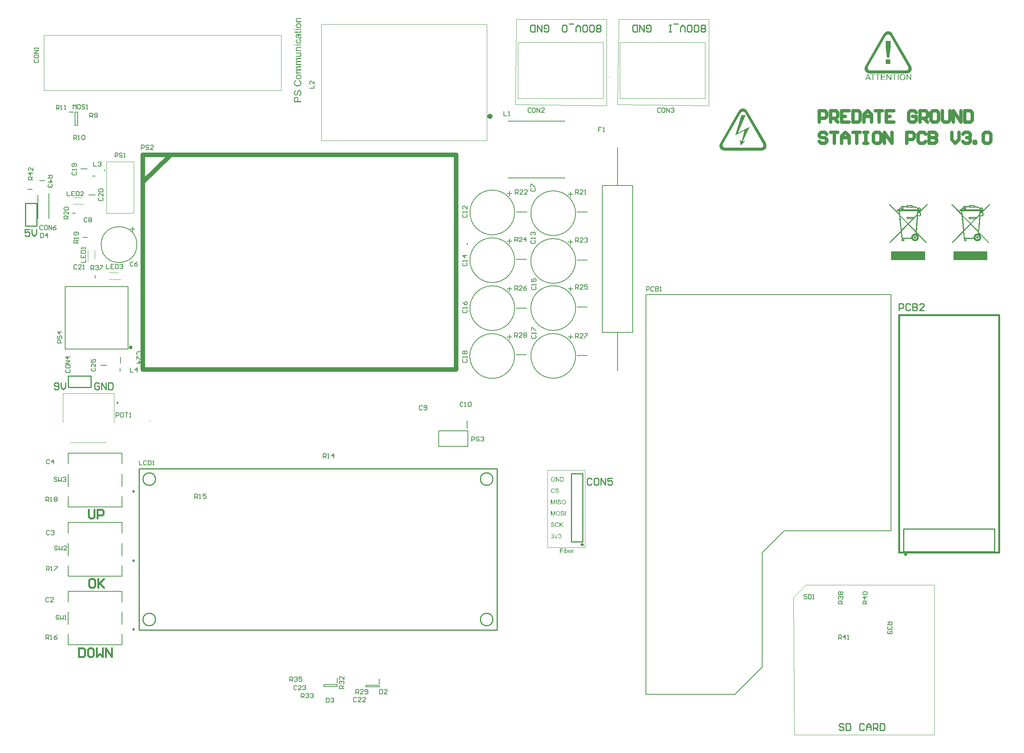
<source format=gto>
G04*
G04 #@! TF.GenerationSoftware,Altium Limited,Altium Designer,20.2.4 (192)*
G04*
G04 Layer_Color=65535*
%FSLAX24Y24*%
%MOIN*%
G70*
G04*
G04 #@! TF.SameCoordinates,88804F16-18CD-4051-863E-DBC97BB31399*
G04*
G04*
G04 #@! TF.FilePolarity,Positive*
G04*
G01*
G75*
%ADD10C,0.0197*%
%ADD11C,0.0079*%
%ADD12C,0.0157*%
%ADD13C,0.0100*%
%ADD14C,0.0039*%
%ADD15C,0.0394*%
%ADD16C,0.0295*%
G36*
X63381Y56650D02*
X63419Y56639D01*
X63463Y56629D01*
X63512Y56607D01*
X63556Y56579D01*
X63605Y56541D01*
X63611Y56536D01*
X63622Y56525D01*
X63649Y56497D01*
X63655Y56492D01*
X63660Y56481D01*
X63682Y56448D01*
X65333Y53588D01*
X65339Y53583D01*
X65344Y53566D01*
X65355Y53534D01*
X65371Y53495D01*
X65382Y53452D01*
X65388Y53397D01*
Y53342D01*
X65382Y53282D01*
Y53277D01*
X65377Y53266D01*
X65371Y53244D01*
X65366Y53222D01*
Y53217D01*
X65361Y53206D01*
X65350Y53189D01*
X65339Y53162D01*
X65333D01*
X65328Y53156D01*
X65317Y53140D01*
X65300Y53113D01*
X65273Y53085D01*
X65240Y53052D01*
X65202Y53020D01*
X65153Y52992D01*
X65098Y52970D01*
X65093D01*
X65076Y52965D01*
X65054Y52959D01*
X65032D01*
X65027Y52954D01*
X65005D01*
X64978Y52949D01*
X61648Y52949D01*
X61615Y52954D01*
X61577Y52965D01*
X61527Y52976D01*
X61478Y52998D01*
X61429Y53025D01*
X61380Y53063D01*
X61374Y53069D01*
X61363Y53080D01*
X61336Y53107D01*
X61331Y53113D01*
X61325Y53124D01*
X61303Y53162D01*
X61298Y53167D01*
X61292Y53184D01*
X61281Y53211D01*
X61265Y53249D01*
X61254Y53293D01*
X61249Y53342D01*
Y53397D01*
X61254Y53457D01*
Y53463D01*
X61260Y53479D01*
X61265Y53501D01*
X61270Y53517D01*
Y53523D01*
X61276Y53534D01*
X61287Y53550D01*
X61298Y53572D01*
Y53577D01*
Y53583D01*
X61303D01*
X62949Y56437D01*
Y56443D01*
X62960Y56454D01*
X62982Y56486D01*
X63026Y56536D01*
X63075Y56579D01*
X63086Y56585D01*
X63108Y56596D01*
X63113Y56601D01*
X63124Y56607D01*
X63146Y56618D01*
X63168Y56629D01*
X63201Y56639D01*
X63239Y56645D01*
X63277Y56656D01*
X63348D01*
X63381Y56650D01*
D02*
G37*
G36*
X46624Y24198D02*
X46628D01*
X46639Y24197D01*
X46650Y24195D01*
X46663Y24193D01*
X46676Y24189D01*
X46689Y24185D01*
X46689D01*
X46690Y24184D01*
X46692Y24184D01*
X46694Y24183D01*
X46700Y24179D01*
X46708Y24175D01*
X46717Y24170D01*
X46725Y24163D01*
X46734Y24156D01*
X46741Y24147D01*
X46743Y24146D01*
X46745Y24143D01*
X46748Y24138D01*
X46753Y24130D01*
X46757Y24122D01*
X46762Y24110D01*
X46767Y24098D01*
X46771Y24084D01*
X46725Y24072D01*
Y24073D01*
X46724Y24073D01*
X46724Y24075D01*
X46723Y24077D01*
X46722Y24082D01*
X46719Y24089D01*
X46716Y24097D01*
X46712Y24104D01*
X46708Y24112D01*
X46703Y24118D01*
X46703Y24119D01*
X46701Y24121D01*
X46698Y24124D01*
X46694Y24128D01*
X46689Y24132D01*
X46682Y24137D01*
X46675Y24141D01*
X46667Y24145D01*
X46665Y24145D01*
X46663Y24147D01*
X46658Y24148D01*
X46651Y24150D01*
X46643Y24152D01*
X46634Y24154D01*
X46624Y24155D01*
X46614Y24155D01*
X46608D01*
X46605Y24155D01*
X46602D01*
X46593Y24154D01*
X46584Y24153D01*
X46573Y24151D01*
X46563Y24148D01*
X46553Y24144D01*
X46552Y24144D01*
X46549Y24143D01*
X46544Y24140D01*
X46539Y24137D01*
X46532Y24133D01*
X46525Y24128D01*
X46518Y24123D01*
X46512Y24117D01*
X46512Y24116D01*
X46509Y24114D01*
X46507Y24110D01*
X46503Y24105D01*
X46500Y24100D01*
X46496Y24093D01*
X46492Y24086D01*
X46488Y24078D01*
Y24078D01*
X46487Y24077D01*
X46487Y24075D01*
X46486Y24072D01*
X46485Y24069D01*
X46483Y24065D01*
X46482Y24060D01*
X46481Y24056D01*
X46478Y24044D01*
X46476Y24031D01*
X46474Y24017D01*
X46473Y24001D01*
Y24001D01*
Y23999D01*
Y23996D01*
X46474Y23993D01*
Y23988D01*
X46475Y23983D01*
X46475Y23977D01*
X46476Y23971D01*
X46478Y23957D01*
X46481Y23943D01*
X46485Y23928D01*
X46491Y23915D01*
Y23914D01*
X46492Y23913D01*
X46492Y23911D01*
X46494Y23909D01*
X46498Y23903D01*
X46504Y23895D01*
X46511Y23887D01*
X46520Y23878D01*
X46531Y23871D01*
X46542Y23863D01*
X46543D01*
X46544Y23863D01*
X46546Y23862D01*
X46548Y23861D01*
X46551Y23860D01*
X46555Y23858D01*
X46564Y23855D01*
X46575Y23852D01*
X46587Y23850D01*
X46601Y23847D01*
X46614Y23847D01*
X46620D01*
X46623Y23847D01*
X46627D01*
X46635Y23848D01*
X46645Y23850D01*
X46655Y23852D01*
X46667Y23855D01*
X46679Y23859D01*
X46679D01*
X46680Y23860D01*
X46682Y23860D01*
X46684Y23861D01*
X46690Y23864D01*
X46697Y23867D01*
X46704Y23871D01*
X46713Y23876D01*
X46720Y23881D01*
X46727Y23886D01*
Y23958D01*
X46614D01*
Y24004D01*
X46777D01*
Y23861D01*
X46776Y23861D01*
X46775Y23860D01*
X46773Y23858D01*
X46770Y23856D01*
X46767Y23854D01*
X46763Y23851D01*
X46758Y23848D01*
X46753Y23845D01*
X46741Y23837D01*
X46728Y23830D01*
X46714Y23822D01*
X46699Y23816D01*
X46699D01*
X46698Y23816D01*
X46695Y23815D01*
X46693Y23814D01*
X46689Y23813D01*
X46684Y23811D01*
X46679Y23810D01*
X46674Y23809D01*
X46662Y23806D01*
X46648Y23804D01*
X46633Y23802D01*
X46618Y23801D01*
X46612D01*
X46608Y23802D01*
X46603D01*
X46597Y23802D01*
X46591Y23804D01*
X46583Y23804D01*
X46567Y23807D01*
X46550Y23811D01*
X46532Y23817D01*
X46523Y23821D01*
X46515Y23825D01*
X46514Y23826D01*
X46512Y23826D01*
X46510Y23828D01*
X46507Y23830D01*
X46503Y23832D01*
X46499Y23835D01*
X46488Y23843D01*
X46477Y23853D01*
X46466Y23865D01*
X46455Y23879D01*
X46445Y23895D01*
Y23896D01*
X46443Y23897D01*
X46442Y23900D01*
X46441Y23903D01*
X46439Y23907D01*
X46437Y23913D01*
X46435Y23918D01*
X46433Y23925D01*
X46431Y23932D01*
X46428Y23941D01*
X46427Y23949D01*
X46425Y23958D01*
X46422Y23977D01*
X46421Y23998D01*
Y23998D01*
Y24001D01*
Y24003D01*
X46422Y24007D01*
Y24012D01*
X46422Y24018D01*
X46423Y24024D01*
X46424Y24032D01*
X46426Y24039D01*
X46427Y24048D01*
X46431Y24065D01*
X46437Y24084D01*
X46445Y24102D01*
X46445Y24103D01*
X46446Y24104D01*
X46447Y24107D01*
X46449Y24110D01*
X46451Y24114D01*
X46454Y24119D01*
X46462Y24129D01*
X46471Y24142D01*
X46483Y24153D01*
X46496Y24165D01*
X46504Y24170D01*
X46512Y24175D01*
X46512Y24175D01*
X46514Y24176D01*
X46516Y24177D01*
X46519Y24179D01*
X46524Y24180D01*
X46529Y24183D01*
X46534Y24185D01*
X46541Y24187D01*
X46548Y24189D01*
X46556Y24191D01*
X46564Y24193D01*
X46573Y24195D01*
X46593Y24198D01*
X46603Y24199D01*
X46620D01*
X46624Y24198D01*
D02*
G37*
G36*
X47154Y23808D02*
X47101D01*
X46900Y24109D01*
Y23808D01*
X46851D01*
Y24192D01*
X46904D01*
X47105Y23890D01*
Y24192D01*
X47154D01*
Y23808D01*
D02*
G37*
G36*
X47397Y24191D02*
X47408Y24191D01*
X47419Y24190D01*
X47430Y24188D01*
X47440Y24186D01*
X47440D01*
X47441Y24186D01*
X47443D01*
X47445Y24185D01*
X47451Y24183D01*
X47459Y24180D01*
X47468Y24176D01*
X47477Y24171D01*
X47487Y24166D01*
X47496Y24159D01*
X47496Y24158D01*
X47497Y24158D01*
X47499Y24156D01*
X47501Y24154D01*
X47506Y24149D01*
X47513Y24141D01*
X47520Y24132D01*
X47528Y24120D01*
X47535Y24108D01*
X47541Y24093D01*
Y24093D01*
X47542Y24092D01*
X47543Y24089D01*
X47543Y24086D01*
X47545Y24082D01*
X47546Y24078D01*
X47547Y24073D01*
X47549Y24067D01*
X47551Y24060D01*
X47552Y24053D01*
X47555Y24038D01*
X47556Y24021D01*
X47557Y24002D01*
Y24001D01*
Y24000D01*
Y23997D01*
Y23994D01*
X47556Y23991D01*
Y23986D01*
X47556Y23976D01*
X47554Y23963D01*
X47552Y23951D01*
X47550Y23937D01*
X47546Y23924D01*
Y23923D01*
X47546Y23922D01*
X47545Y23921D01*
X47545Y23918D01*
X47542Y23912D01*
X47539Y23905D01*
X47536Y23896D01*
X47531Y23887D01*
X47526Y23877D01*
X47520Y23868D01*
X47520Y23867D01*
X47517Y23865D01*
X47514Y23861D01*
X47510Y23856D01*
X47505Y23850D01*
X47499Y23845D01*
X47492Y23838D01*
X47485Y23833D01*
X47484Y23833D01*
X47482Y23831D01*
X47478Y23829D01*
X47472Y23826D01*
X47466Y23823D01*
X47458Y23820D01*
X47449Y23817D01*
X47439Y23814D01*
X47438D01*
X47436Y23814D01*
X47435Y23813D01*
X47429Y23812D01*
X47421Y23811D01*
X47412Y23810D01*
X47402Y23809D01*
X47390Y23809D01*
X47378Y23808D01*
X47239D01*
Y24192D01*
X47387D01*
X47397Y24191D01*
D02*
G37*
G36*
X47209Y19196D02*
X47217Y19195D01*
X47225Y19193D01*
X47235Y19190D01*
X47245Y19187D01*
X47255Y19182D01*
X47256D01*
X47257Y19182D01*
X47260Y19180D01*
X47265Y19177D01*
X47270Y19173D01*
X47277Y19167D01*
X47284Y19161D01*
X47290Y19154D01*
X47296Y19146D01*
X47296Y19145D01*
X47298Y19142D01*
X47300Y19137D01*
X47303Y19131D01*
X47306Y19123D01*
X47308Y19115D01*
X47310Y19106D01*
X47310Y19096D01*
Y19095D01*
Y19092D01*
X47310Y19087D01*
X47309Y19081D01*
X47307Y19074D01*
X47304Y19066D01*
X47301Y19059D01*
X47296Y19051D01*
X47296Y19050D01*
X47294Y19047D01*
X47291Y19044D01*
X47287Y19039D01*
X47281Y19034D01*
X47274Y19029D01*
X47267Y19024D01*
X47257Y19019D01*
X47258D01*
X47259Y19018D01*
X47260Y19017D01*
X47263Y19017D01*
X47269Y19015D01*
X47277Y19011D01*
X47285Y19007D01*
X47294Y19001D01*
X47303Y18994D01*
X47310Y18986D01*
X47311Y18985D01*
X47313Y18981D01*
X47316Y18976D01*
X47320Y18969D01*
X47323Y18960D01*
X47326Y18949D01*
X47329Y18937D01*
X47329Y18924D01*
Y18923D01*
Y18921D01*
Y18919D01*
X47329Y18915D01*
X47328Y18911D01*
X47327Y18906D01*
X47326Y18900D01*
X47325Y18894D01*
X47320Y18881D01*
X47317Y18874D01*
X47314Y18867D01*
X47309Y18860D01*
X47304Y18853D01*
X47299Y18845D01*
X47292Y18839D01*
X47291Y18838D01*
X47290Y18837D01*
X47288Y18835D01*
X47285Y18833D01*
X47282Y18830D01*
X47278Y18828D01*
X47273Y18824D01*
X47267Y18822D01*
X47260Y18818D01*
X47253Y18815D01*
X47246Y18812D01*
X47238Y18809D01*
X47229Y18807D01*
X47219Y18805D01*
X47210Y18804D01*
X47199Y18804D01*
X47194D01*
X47191Y18804D01*
X47187Y18805D01*
X47182Y18805D01*
X47176Y18807D01*
X47170Y18808D01*
X47157Y18811D01*
X47143Y18817D01*
X47136Y18820D01*
X47129Y18824D01*
X47122Y18829D01*
X47116Y18834D01*
X47115Y18834D01*
X47114Y18835D01*
X47112Y18837D01*
X47111Y18839D01*
X47108Y18842D01*
X47105Y18846D01*
X47102Y18850D01*
X47098Y18855D01*
X47095Y18860D01*
X47092Y18866D01*
X47086Y18879D01*
X47081Y18895D01*
X47079Y18903D01*
X47078Y18912D01*
X47125Y18918D01*
Y18918D01*
X47126Y18916D01*
X47126Y18914D01*
X47127Y18911D01*
X47127Y18908D01*
X47128Y18904D01*
X47131Y18896D01*
X47135Y18886D01*
X47140Y18877D01*
X47146Y18868D01*
X47152Y18860D01*
X47153Y18859D01*
X47156Y18857D01*
X47160Y18854D01*
X47166Y18852D01*
X47172Y18848D01*
X47181Y18845D01*
X47190Y18843D01*
X47200Y18843D01*
X47203D01*
X47205Y18843D01*
X47212Y18844D01*
X47219Y18845D01*
X47228Y18848D01*
X47238Y18852D01*
X47247Y18858D01*
X47256Y18865D01*
X47257Y18867D01*
X47260Y18870D01*
X47263Y18875D01*
X47268Y18882D01*
X47272Y18890D01*
X47275Y18899D01*
X47278Y18910D01*
X47279Y18923D01*
Y18923D01*
Y18924D01*
Y18926D01*
X47279Y18928D01*
X47278Y18934D01*
X47277Y18941D01*
X47274Y18950D01*
X47270Y18959D01*
X47265Y18968D01*
X47258Y18976D01*
X47257Y18978D01*
X47254Y18980D01*
X47249Y18983D01*
X47243Y18987D01*
X47235Y18991D01*
X47226Y18994D01*
X47215Y18996D01*
X47204Y18997D01*
X47199D01*
X47195Y18997D01*
X47190Y18996D01*
X47184Y18995D01*
X47178Y18994D01*
X47171Y18993D01*
X47176Y19034D01*
X47179D01*
X47181Y19034D01*
X47188D01*
X47194Y19035D01*
X47202Y19036D01*
X47210Y19037D01*
X47219Y19040D01*
X47228Y19044D01*
X47238Y19049D01*
X47238D01*
X47239Y19050D01*
X47242Y19052D01*
X47245Y19056D01*
X47250Y19061D01*
X47254Y19068D01*
X47258Y19076D01*
X47261Y19086D01*
X47262Y19091D01*
Y19097D01*
Y19098D01*
Y19099D01*
Y19102D01*
X47261Y19106D01*
X47260Y19112D01*
X47258Y19119D01*
X47255Y19126D01*
X47250Y19133D01*
X47244Y19140D01*
X47244Y19141D01*
X47241Y19143D01*
X47237Y19146D01*
X47232Y19149D01*
X47225Y19152D01*
X47218Y19155D01*
X47209Y19157D01*
X47199Y19157D01*
X47194D01*
X47189Y19156D01*
X47183Y19155D01*
X47175Y19153D01*
X47168Y19150D01*
X47161Y19146D01*
X47153Y19140D01*
X47153Y19140D01*
X47151Y19137D01*
X47147Y19133D01*
X47143Y19127D01*
X47139Y19120D01*
X47136Y19111D01*
X47132Y19101D01*
X47130Y19089D01*
X47083Y19097D01*
Y19097D01*
X47083Y19099D01*
X47084Y19101D01*
X47084Y19105D01*
X47086Y19109D01*
X47087Y19113D01*
X47091Y19123D01*
X47096Y19136D01*
X47103Y19148D01*
X47111Y19160D01*
X47122Y19170D01*
X47122Y19171D01*
X47123Y19171D01*
X47125Y19172D01*
X47127Y19174D01*
X47130Y19176D01*
X47134Y19178D01*
X47138Y19181D01*
X47143Y19183D01*
X47154Y19188D01*
X47167Y19192D01*
X47182Y19195D01*
X47189Y19196D01*
X47203D01*
X47209Y19196D01*
D02*
G37*
G36*
X46553D02*
X46560Y19195D01*
X46569Y19193D01*
X46579Y19190D01*
X46589Y19187D01*
X46599Y19182D01*
X46599D01*
X46600Y19182D01*
X46603Y19180D01*
X46608Y19177D01*
X46614Y19173D01*
X46620Y19167D01*
X46627Y19161D01*
X46634Y19154D01*
X46639Y19146D01*
X46640Y19145D01*
X46642Y19142D01*
X46644Y19137D01*
X46647Y19131D01*
X46649Y19123D01*
X46652Y19115D01*
X46653Y19106D01*
X46654Y19096D01*
Y19095D01*
Y19092D01*
X46653Y19087D01*
X46652Y19081D01*
X46650Y19074D01*
X46648Y19066D01*
X46644Y19059D01*
X46640Y19051D01*
X46639Y19050D01*
X46638Y19047D01*
X46634Y19044D01*
X46630Y19039D01*
X46624Y19034D01*
X46618Y19029D01*
X46610Y19024D01*
X46601Y19019D01*
X46601D01*
X46602Y19018D01*
X46604Y19017D01*
X46606Y19017D01*
X46612Y19015D01*
X46620Y19011D01*
X46629Y19007D01*
X46638Y19001D01*
X46646Y18994D01*
X46654Y18986D01*
X46654Y18985D01*
X46657Y18981D01*
X46660Y18976D01*
X46663Y18969D01*
X46667Y18960D01*
X46670Y18949D01*
X46672Y18937D01*
X46673Y18924D01*
Y18923D01*
Y18921D01*
Y18919D01*
X46672Y18915D01*
X46672Y18911D01*
X46670Y18906D01*
X46669Y18900D01*
X46668Y18894D01*
X46664Y18881D01*
X46660Y18874D01*
X46657Y18867D01*
X46653Y18860D01*
X46648Y18853D01*
X46642Y18845D01*
X46635Y18839D01*
X46635Y18838D01*
X46634Y18837D01*
X46632Y18835D01*
X46629Y18833D01*
X46625Y18830D01*
X46621Y18828D01*
X46616Y18824D01*
X46610Y18822D01*
X46604Y18818D01*
X46597Y18815D01*
X46589Y18812D01*
X46581Y18809D01*
X46572Y18807D01*
X46563Y18805D01*
X46553Y18804D01*
X46543Y18804D01*
X46538D01*
X46534Y18804D01*
X46530Y18805D01*
X46525Y18805D01*
X46519Y18807D01*
X46513Y18808D01*
X46500Y18811D01*
X46486Y18817D01*
X46479Y18820D01*
X46472Y18824D01*
X46466Y18829D01*
X46459Y18834D01*
X46458Y18834D01*
X46457Y18835D01*
X46456Y18837D01*
X46454Y18839D01*
X46451Y18842D01*
X46448Y18846D01*
X46445Y18850D01*
X46442Y18855D01*
X46438Y18860D01*
X46435Y18866D01*
X46429Y18879D01*
X46424Y18895D01*
X46422Y18903D01*
X46421Y18912D01*
X46468Y18918D01*
Y18918D01*
X46469Y18916D01*
X46470Y18914D01*
X46470Y18911D01*
X46471Y18908D01*
X46472Y18904D01*
X46475Y18896D01*
X46478Y18886D01*
X46483Y18877D01*
X46489Y18868D01*
X46496Y18860D01*
X46497Y18859D01*
X46499Y18857D01*
X46503Y18854D01*
X46509Y18852D01*
X46516Y18848D01*
X46524Y18845D01*
X46533Y18843D01*
X46543Y18843D01*
X46547D01*
X46549Y18843D01*
X46555Y18844D01*
X46563Y18845D01*
X46572Y18848D01*
X46581Y18852D01*
X46591Y18858D01*
X46599Y18865D01*
X46601Y18867D01*
X46603Y18870D01*
X46607Y18875D01*
X46611Y18882D01*
X46616Y18890D01*
X46619Y18899D01*
X46622Y18910D01*
X46623Y18923D01*
Y18923D01*
Y18924D01*
Y18926D01*
X46622Y18928D01*
X46622Y18934D01*
X46620Y18941D01*
X46618Y18950D01*
X46614Y18959D01*
X46608Y18968D01*
X46601Y18976D01*
X46600Y18978D01*
X46597Y18980D01*
X46593Y18983D01*
X46587Y18987D01*
X46579Y18991D01*
X46569Y18994D01*
X46559Y18996D01*
X46547Y18997D01*
X46542D01*
X46538Y18997D01*
X46533Y18996D01*
X46528Y18995D01*
X46521Y18994D01*
X46514Y18993D01*
X46519Y19034D01*
X46522D01*
X46524Y19034D01*
X46532D01*
X46538Y19035D01*
X46545Y19036D01*
X46553Y19037D01*
X46563Y19040D01*
X46572Y19044D01*
X46581Y19049D01*
X46582D01*
X46582Y19050D01*
X46585Y19052D01*
X46589Y19056D01*
X46593Y19061D01*
X46598Y19068D01*
X46602Y19076D01*
X46604Y19086D01*
X46606Y19091D01*
Y19097D01*
Y19098D01*
Y19099D01*
Y19102D01*
X46604Y19106D01*
X46603Y19112D01*
X46601Y19119D01*
X46598Y19126D01*
X46594Y19133D01*
X46588Y19140D01*
X46587Y19141D01*
X46584Y19143D01*
X46581Y19146D01*
X46576Y19149D01*
X46569Y19152D01*
X46561Y19155D01*
X46552Y19157D01*
X46542Y19157D01*
X46538D01*
X46533Y19156D01*
X46526Y19155D01*
X46519Y19153D01*
X46512Y19150D01*
X46504Y19146D01*
X46497Y19140D01*
X46496Y19140D01*
X46494Y19137D01*
X46491Y19133D01*
X46487Y19127D01*
X46483Y19120D01*
X46479Y19111D01*
X46476Y19101D01*
X46473Y19089D01*
X46426Y19097D01*
Y19097D01*
X46427Y19099D01*
X46427Y19101D01*
X46428Y19105D01*
X46429Y19109D01*
X46431Y19113D01*
X46434Y19123D01*
X46440Y19136D01*
X46446Y19148D01*
X46455Y19160D01*
X46465Y19170D01*
X46466Y19171D01*
X46467Y19171D01*
X46468Y19172D01*
X46471Y19174D01*
X46473Y19176D01*
X46477Y19178D01*
X46481Y19181D01*
X46486Y19183D01*
X46497Y19188D01*
X46510Y19192D01*
X46525Y19195D01*
X46533Y19196D01*
X46547D01*
X46553Y19196D01*
D02*
G37*
G36*
X46901Y18810D02*
X46848D01*
X46699Y19195D01*
X46754D01*
X46854Y18915D01*
Y18915D01*
X46855Y18914D01*
X46855Y18912D01*
X46856Y18910D01*
X46857Y18906D01*
X46858Y18903D01*
X46861Y18895D01*
X46864Y18885D01*
X46867Y18875D01*
X46874Y18853D01*
Y18853D01*
X46875Y18854D01*
X46875Y18856D01*
X46876Y18858D01*
X46877Y18864D01*
X46880Y18873D01*
X46883Y18882D01*
X46886Y18893D01*
X46890Y18904D01*
X46895Y18915D01*
X46999Y19195D01*
X47051D01*
X46901Y18810D01*
D02*
G37*
G36*
X47588Y17841D02*
X47541D01*
Y17895D01*
X47588D01*
Y17841D01*
D02*
G37*
G36*
X48368Y17795D02*
X48375Y17794D01*
X48382Y17792D01*
X48390Y17789D01*
X48398Y17785D01*
X48408Y17780D01*
X48391Y17737D01*
X48390Y17737D01*
X48388Y17739D01*
X48385Y17740D01*
X48380Y17742D01*
X48375Y17744D01*
X48369Y17745D01*
X48363Y17746D01*
X48357Y17747D01*
X48354D01*
X48351Y17746D01*
X48347Y17746D01*
X48343Y17745D01*
X48338Y17743D01*
X48333Y17741D01*
X48329Y17737D01*
X48328Y17737D01*
X48327Y17736D01*
X48325Y17734D01*
X48322Y17731D01*
X48320Y17727D01*
X48317Y17722D01*
X48314Y17717D01*
X48312Y17711D01*
X48311Y17710D01*
X48311Y17707D01*
X48310Y17702D01*
X48308Y17695D01*
X48306Y17687D01*
X48305Y17678D01*
X48305Y17668D01*
X48304Y17656D01*
Y17511D01*
X48257D01*
Y17790D01*
X48300D01*
Y17747D01*
X48300Y17748D01*
X48302Y17752D01*
X48305Y17757D01*
X48310Y17763D01*
X48314Y17769D01*
X48319Y17776D01*
X48324Y17781D01*
X48329Y17786D01*
X48330Y17786D01*
X48331Y17787D01*
X48335Y17789D01*
X48338Y17791D01*
X48342Y17792D01*
X48348Y17794D01*
X48353Y17795D01*
X48360Y17796D01*
X48363D01*
X48368Y17795D01*
D02*
G37*
G36*
X47588Y17511D02*
X47541D01*
Y17790D01*
X47588D01*
Y17511D01*
D02*
G37*
G36*
X47481Y17850D02*
X47272D01*
Y17731D01*
X47453D01*
Y17685D01*
X47272D01*
Y17511D01*
X47221D01*
Y17895D01*
X47481D01*
Y17850D01*
D02*
G37*
G36*
X48082Y17795D02*
X48087Y17795D01*
X48092Y17794D01*
X48098Y17792D01*
X48105Y17791D01*
X48112Y17789D01*
X48120Y17786D01*
X48127Y17784D01*
X48135Y17780D01*
X48143Y17775D01*
X48150Y17770D01*
X48158Y17764D01*
X48164Y17757D01*
X48165Y17757D01*
X48166Y17756D01*
X48168Y17754D01*
X48170Y17750D01*
X48173Y17746D01*
X48175Y17742D01*
X48179Y17736D01*
X48182Y17730D01*
X48185Y17722D01*
X48189Y17715D01*
X48191Y17706D01*
X48194Y17696D01*
X48196Y17686D01*
X48198Y17675D01*
X48199Y17663D01*
X48200Y17650D01*
Y17650D01*
Y17648D01*
Y17644D01*
X48199Y17638D01*
X47991D01*
Y17638D01*
Y17636D01*
X47992Y17634D01*
Y17630D01*
X47992Y17626D01*
X47993Y17622D01*
X47995Y17612D01*
X47998Y17601D01*
X48003Y17589D01*
X48009Y17578D01*
X48017Y17568D01*
X48017D01*
X48018Y17567D01*
X48021Y17564D01*
X48026Y17560D01*
X48033Y17556D01*
X48042Y17552D01*
X48052Y17548D01*
X48063Y17545D01*
X48069Y17544D01*
X48075Y17544D01*
X48080D01*
X48085Y17544D01*
X48091Y17545D01*
X48098Y17547D01*
X48105Y17549D01*
X48113Y17553D01*
X48120Y17557D01*
X48120Y17558D01*
X48123Y17560D01*
X48126Y17563D01*
X48130Y17568D01*
X48135Y17574D01*
X48140Y17582D01*
X48145Y17590D01*
X48149Y17601D01*
X48198Y17595D01*
Y17594D01*
X48197Y17593D01*
X48197Y17591D01*
X48196Y17588D01*
X48194Y17584D01*
X48193Y17580D01*
X48188Y17570D01*
X48183Y17560D01*
X48175Y17549D01*
X48166Y17538D01*
X48155Y17528D01*
X48154D01*
X48153Y17527D01*
X48151Y17526D01*
X48149Y17524D01*
X48146Y17523D01*
X48143Y17521D01*
X48138Y17519D01*
X48133Y17517D01*
X48128Y17514D01*
X48122Y17512D01*
X48108Y17509D01*
X48093Y17506D01*
X48075Y17505D01*
X48069D01*
X48065Y17505D01*
X48060Y17506D01*
X48054Y17507D01*
X48048Y17508D01*
X48040Y17509D01*
X48025Y17514D01*
X48017Y17517D01*
X48009Y17520D01*
X48000Y17525D01*
X47993Y17530D01*
X47985Y17535D01*
X47978Y17542D01*
X47978Y17543D01*
X47977Y17544D01*
X47975Y17546D01*
X47973Y17549D01*
X47970Y17553D01*
X47967Y17558D01*
X47964Y17563D01*
X47961Y17569D01*
X47957Y17577D01*
X47954Y17584D01*
X47951Y17593D01*
X47948Y17603D01*
X47946Y17613D01*
X47944Y17624D01*
X47943Y17635D01*
X47943Y17648D01*
Y17648D01*
Y17651D01*
Y17654D01*
X47943Y17659D01*
X47944Y17665D01*
X47944Y17672D01*
X47946Y17680D01*
X47947Y17688D01*
X47952Y17705D01*
X47954Y17714D01*
X47958Y17724D01*
X47962Y17732D01*
X47967Y17741D01*
X47973Y17749D01*
X47979Y17757D01*
X47979Y17757D01*
X47980Y17759D01*
X47983Y17760D01*
X47985Y17763D01*
X47989Y17766D01*
X47993Y17769D01*
X47998Y17773D01*
X48004Y17776D01*
X48010Y17780D01*
X48018Y17784D01*
X48025Y17787D01*
X48034Y17790D01*
X48043Y17792D01*
X48052Y17794D01*
X48062Y17795D01*
X48073Y17796D01*
X48078D01*
X48082Y17795D01*
D02*
G37*
G36*
X47706Y17758D02*
X47707Y17759D01*
X47707Y17760D01*
X47709Y17761D01*
X47712Y17764D01*
X47715Y17767D01*
X47718Y17770D01*
X47722Y17774D01*
X47727Y17777D01*
X47738Y17784D01*
X47751Y17790D01*
X47758Y17792D01*
X47766Y17794D01*
X47774Y17795D01*
X47782Y17796D01*
X47787D01*
X47792Y17795D01*
X47798Y17795D01*
X47805Y17793D01*
X47813Y17791D01*
X47822Y17789D01*
X47831Y17785D01*
X47832Y17785D01*
X47835Y17784D01*
X47839Y17781D01*
X47844Y17777D01*
X47850Y17774D01*
X47856Y17769D01*
X47863Y17762D01*
X47868Y17756D01*
X47869Y17755D01*
X47871Y17752D01*
X47873Y17749D01*
X47877Y17744D01*
X47881Y17737D01*
X47884Y17729D01*
X47888Y17720D01*
X47892Y17711D01*
Y17710D01*
X47892Y17710D01*
X47893Y17708D01*
X47893Y17706D01*
X47894Y17701D01*
X47896Y17694D01*
X47898Y17685D01*
X47899Y17676D01*
X47900Y17665D01*
X47901Y17654D01*
Y17654D01*
Y17651D01*
Y17648D01*
X47900Y17643D01*
X47899Y17636D01*
X47899Y17630D01*
X47898Y17622D01*
X47896Y17614D01*
X47892Y17596D01*
X47889Y17586D01*
X47886Y17578D01*
X47882Y17568D01*
X47877Y17560D01*
X47871Y17552D01*
X47865Y17544D01*
X47864Y17543D01*
X47863Y17542D01*
X47862Y17540D01*
X47859Y17538D01*
X47855Y17535D01*
X47851Y17532D01*
X47847Y17528D01*
X47841Y17524D01*
X47835Y17521D01*
X47829Y17517D01*
X47814Y17511D01*
X47806Y17508D01*
X47798Y17507D01*
X47789Y17505D01*
X47780Y17505D01*
X47778D01*
X47775Y17505D01*
X47772D01*
X47768Y17506D01*
X47763Y17507D01*
X47752Y17510D01*
X47746Y17512D01*
X47740Y17515D01*
X47733Y17518D01*
X47727Y17522D01*
X47720Y17527D01*
X47714Y17533D01*
X47709Y17539D01*
X47703Y17546D01*
Y17511D01*
X47659D01*
Y17895D01*
X47706D01*
Y17758D01*
D02*
G37*
G36*
X46967Y23198D02*
X46971D01*
X46981Y23197D01*
X46993Y23195D01*
X47005Y23193D01*
X47018Y23189D01*
X47031Y23185D01*
X47031D01*
X47032Y23184D01*
X47034Y23183D01*
X47036Y23182D01*
X47042Y23179D01*
X47049Y23174D01*
X47057Y23169D01*
X47066Y23162D01*
X47073Y23153D01*
X47081Y23144D01*
Y23143D01*
X47081Y23143D01*
X47082Y23141D01*
X47083Y23139D01*
X47086Y23134D01*
X47089Y23127D01*
X47093Y23118D01*
X47096Y23107D01*
X47099Y23096D01*
X47100Y23084D01*
X47051Y23080D01*
Y23080D01*
Y23082D01*
X47051Y23083D01*
X47050Y23086D01*
X47048Y23092D01*
X47046Y23100D01*
X47043Y23109D01*
X47038Y23118D01*
X47032Y23127D01*
X47024Y23134D01*
X47023Y23135D01*
X47020Y23137D01*
X47015Y23140D01*
X47007Y23144D01*
X46998Y23147D01*
X46987Y23150D01*
X46973Y23153D01*
X46957Y23153D01*
X46950D01*
X46946Y23153D01*
X46942Y23152D01*
X46932Y23151D01*
X46921Y23149D01*
X46910Y23146D01*
X46899Y23142D01*
X46895Y23139D01*
X46890Y23136D01*
X46889Y23135D01*
X46887Y23133D01*
X46884Y23129D01*
X46880Y23125D01*
X46876Y23119D01*
X46873Y23112D01*
X46871Y23104D01*
X46870Y23095D01*
Y23094D01*
Y23092D01*
X46870Y23088D01*
X46871Y23084D01*
X46873Y23078D01*
X46876Y23073D01*
X46879Y23067D01*
X46884Y23062D01*
X46885Y23061D01*
X46887Y23059D01*
X46890Y23058D01*
X46892Y23057D01*
X46895Y23055D01*
X46899Y23053D01*
X46904Y23051D01*
X46910Y23049D01*
X46916Y23047D01*
X46923Y23044D01*
X46931Y23042D01*
X46940Y23039D01*
X46950Y23037D01*
X46961Y23034D01*
X46961D01*
X46963Y23033D01*
X46967Y23033D01*
X46971Y23032D01*
X46976Y23031D01*
X46982Y23029D01*
X46988Y23027D01*
X46995Y23026D01*
X47009Y23022D01*
X47023Y23018D01*
X47030Y23016D01*
X47036Y23013D01*
X47041Y23012D01*
X47046Y23009D01*
X47046D01*
X47047Y23009D01*
X47049Y23008D01*
X47051Y23007D01*
X47057Y23003D01*
X47064Y22999D01*
X47073Y22993D01*
X47081Y22986D01*
X47089Y22978D01*
X47096Y22970D01*
X47096Y22969D01*
X47098Y22966D01*
X47101Y22961D01*
X47104Y22954D01*
X47107Y22947D01*
X47109Y22937D01*
X47111Y22927D01*
X47112Y22916D01*
Y22915D01*
Y22915D01*
Y22913D01*
Y22911D01*
X47111Y22905D01*
X47109Y22897D01*
X47107Y22888D01*
X47104Y22878D01*
X47100Y22868D01*
X47094Y22858D01*
Y22857D01*
X47093Y22857D01*
X47091Y22853D01*
X47087Y22848D01*
X47081Y22843D01*
X47074Y22836D01*
X47065Y22829D01*
X47055Y22822D01*
X47043Y22816D01*
X47043D01*
X47042Y22816D01*
X47040Y22815D01*
X47038Y22814D01*
X47035Y22813D01*
X47031Y22811D01*
X47022Y22809D01*
X47011Y22806D01*
X46998Y22804D01*
X46985Y22802D01*
X46970Y22801D01*
X46961D01*
X46956Y22802D01*
X46951D01*
X46946Y22802D01*
X46939Y22803D01*
X46925Y22805D01*
X46911Y22807D01*
X46896Y22811D01*
X46882Y22816D01*
X46882D01*
X46881Y22817D01*
X46879Y22818D01*
X46877Y22819D01*
X46870Y22822D01*
X46862Y22827D01*
X46854Y22834D01*
X46844Y22842D01*
X46835Y22851D01*
X46827Y22862D01*
Y22862D01*
X46826Y22863D01*
X46825Y22865D01*
X46824Y22867D01*
X46823Y22870D01*
X46821Y22873D01*
X46817Y22882D01*
X46813Y22892D01*
X46810Y22904D01*
X46808Y22917D01*
X46806Y22931D01*
X46854Y22936D01*
Y22935D01*
Y22935D01*
X46855Y22933D01*
Y22931D01*
X46856Y22926D01*
X46857Y22918D01*
X46860Y22911D01*
X46862Y22903D01*
X46866Y22895D01*
X46870Y22888D01*
X46870Y22887D01*
X46872Y22885D01*
X46875Y22881D01*
X46879Y22877D01*
X46885Y22872D01*
X46891Y22867D01*
X46899Y22862D01*
X46908Y22858D01*
X46909D01*
X46909Y22857D01*
X46911Y22857D01*
X46912Y22856D01*
X46918Y22855D01*
X46925Y22852D01*
X46934Y22850D01*
X46944Y22848D01*
X46955Y22847D01*
X46967Y22847D01*
X46972D01*
X46978Y22847D01*
X46985Y22848D01*
X46992Y22849D01*
X47001Y22850D01*
X47010Y22852D01*
X47018Y22855D01*
X47020Y22856D01*
X47022Y22857D01*
X47026Y22859D01*
X47031Y22861D01*
X47036Y22865D01*
X47042Y22869D01*
X47047Y22873D01*
X47052Y22879D01*
X47052Y22880D01*
X47053Y22882D01*
X47055Y22885D01*
X47057Y22889D01*
X47060Y22893D01*
X47061Y22899D01*
X47062Y22905D01*
X47063Y22912D01*
Y22912D01*
Y22915D01*
X47062Y22918D01*
X47062Y22923D01*
X47060Y22927D01*
X47058Y22933D01*
X47056Y22938D01*
X47052Y22943D01*
X47051Y22944D01*
X47050Y22946D01*
X47047Y22948D01*
X47043Y22951D01*
X47039Y22954D01*
X47033Y22958D01*
X47026Y22962D01*
X47017Y22966D01*
X47017Y22966D01*
X47014Y22967D01*
X47010Y22968D01*
X47007Y22969D01*
X47003Y22970D01*
X46999Y22972D01*
X46994Y22973D01*
X46988Y22974D01*
X46982Y22976D01*
X46975Y22978D01*
X46967Y22980D01*
X46958Y22982D01*
X46949Y22984D01*
X46949D01*
X46947Y22985D01*
X46944Y22986D01*
X46941Y22987D01*
X46936Y22988D01*
X46931Y22989D01*
X46920Y22992D01*
X46908Y22996D01*
X46895Y23000D01*
X46884Y23004D01*
X46879Y23006D01*
X46875Y23008D01*
X46874D01*
X46874Y23009D01*
X46870Y23011D01*
X46865Y23014D01*
X46860Y23018D01*
X46853Y23023D01*
X46846Y23029D01*
X46840Y23037D01*
X46834Y23044D01*
X46834Y23046D01*
X46832Y23048D01*
X46830Y23053D01*
X46828Y23058D01*
X46825Y23065D01*
X46823Y23074D01*
X46821Y23083D01*
X46821Y23092D01*
Y23093D01*
Y23093D01*
Y23095D01*
Y23097D01*
X46822Y23103D01*
X46823Y23110D01*
X46825Y23118D01*
X46828Y23128D01*
X46831Y23137D01*
X46837Y23147D01*
Y23147D01*
X46838Y23148D01*
X46840Y23151D01*
X46844Y23155D01*
X46849Y23161D01*
X46856Y23167D01*
X46864Y23174D01*
X46874Y23180D01*
X46885Y23185D01*
X46886D01*
X46887Y23186D01*
X46889Y23186D01*
X46891Y23188D01*
X46894Y23189D01*
X46897Y23190D01*
X46906Y23192D01*
X46916Y23194D01*
X46929Y23196D01*
X46941Y23198D01*
X46956Y23199D01*
X46963D01*
X46967Y23198D01*
D02*
G37*
G36*
X46612D02*
X46617Y23198D01*
X46623Y23197D01*
X46629Y23196D01*
X46636Y23195D01*
X46651Y23191D01*
X46668Y23186D01*
X46676Y23183D01*
X46684Y23179D01*
X46692Y23174D01*
X46699Y23169D01*
X46700Y23169D01*
X46701Y23168D01*
X46703Y23166D01*
X46706Y23164D01*
X46709Y23161D01*
X46713Y23157D01*
X46717Y23153D01*
X46721Y23148D01*
X46725Y23143D01*
X46730Y23136D01*
X46735Y23129D01*
X46739Y23122D01*
X46743Y23114D01*
X46748Y23105D01*
X46751Y23097D01*
X46754Y23087D01*
X46704Y23075D01*
Y23075D01*
X46704Y23077D01*
X46703Y23079D01*
X46702Y23082D01*
X46700Y23085D01*
X46699Y23089D01*
X46694Y23098D01*
X46689Y23108D01*
X46682Y23118D01*
X46674Y23128D01*
X46665Y23136D01*
X46664Y23137D01*
X46660Y23139D01*
X46655Y23142D01*
X46648Y23146D01*
X46638Y23149D01*
X46628Y23153D01*
X46615Y23155D01*
X46601Y23155D01*
X46597D01*
X46594Y23155D01*
X46590D01*
X46586Y23154D01*
X46575Y23153D01*
X46563Y23150D01*
X46551Y23147D01*
X46538Y23141D01*
X46527Y23134D01*
X46526D01*
X46526Y23133D01*
X46522Y23130D01*
X46517Y23125D01*
X46511Y23119D01*
X46503Y23110D01*
X46497Y23101D01*
X46491Y23089D01*
X46485Y23077D01*
Y23076D01*
X46485Y23075D01*
X46484Y23073D01*
X46483Y23070D01*
X46482Y23067D01*
X46481Y23063D01*
X46480Y23054D01*
X46477Y23043D01*
X46475Y23031D01*
X46474Y23017D01*
X46473Y23003D01*
Y23002D01*
Y23001D01*
Y22998D01*
Y22994D01*
X46474Y22991D01*
Y22986D01*
X46475Y22980D01*
X46475Y22974D01*
X46477Y22961D01*
X46480Y22946D01*
X46483Y22932D01*
X46487Y22917D01*
Y22917D01*
X46488Y22916D01*
X46489Y22914D01*
X46490Y22911D01*
X46493Y22905D01*
X46498Y22897D01*
X46505Y22888D01*
X46512Y22878D01*
X46521Y22870D01*
X46532Y22862D01*
X46532D01*
X46533Y22862D01*
X46535Y22861D01*
X46537Y22860D01*
X46540Y22858D01*
X46543Y22857D01*
X46551Y22853D01*
X46561Y22850D01*
X46572Y22847D01*
X46584Y22845D01*
X46597Y22845D01*
X46601D01*
X46604Y22845D01*
X46608D01*
X46612Y22846D01*
X46622Y22848D01*
X46634Y22851D01*
X46645Y22855D01*
X46658Y22861D01*
X46664Y22865D01*
X46669Y22869D01*
X46670Y22870D01*
X46670Y22870D01*
X46672Y22872D01*
X46674Y22873D01*
X46677Y22876D01*
X46679Y22880D01*
X46683Y22883D01*
X46685Y22887D01*
X46689Y22892D01*
X46693Y22898D01*
X46696Y22903D01*
X46699Y22910D01*
X46702Y22917D01*
X46705Y22925D01*
X46708Y22933D01*
X46710Y22942D01*
X46761Y22930D01*
Y22929D01*
X46760Y22927D01*
X46759Y22923D01*
X46758Y22919D01*
X46756Y22914D01*
X46754Y22908D01*
X46751Y22901D01*
X46748Y22894D01*
X46740Y22878D01*
X46730Y22863D01*
X46724Y22855D01*
X46718Y22847D01*
X46711Y22841D01*
X46703Y22834D01*
X46703Y22833D01*
X46702Y22832D01*
X46699Y22831D01*
X46696Y22829D01*
X46692Y22826D01*
X46687Y22824D01*
X46681Y22821D01*
X46675Y22818D01*
X46668Y22815D01*
X46660Y22812D01*
X46652Y22809D01*
X46643Y22806D01*
X46633Y22804D01*
X46623Y22803D01*
X46613Y22802D01*
X46602Y22801D01*
X46596D01*
X46591Y22802D01*
X46586D01*
X46580Y22802D01*
X46573Y22804D01*
X46566Y22805D01*
X46549Y22807D01*
X46533Y22812D01*
X46516Y22818D01*
X46508Y22822D01*
X46501Y22826D01*
X46500Y22827D01*
X46499Y22827D01*
X46497Y22829D01*
X46495Y22831D01*
X46491Y22833D01*
X46487Y22837D01*
X46483Y22841D01*
X46478Y22845D01*
X46474Y22850D01*
X46469Y22855D01*
X46459Y22868D01*
X46450Y22883D01*
X46441Y22900D01*
Y22900D01*
X46440Y22902D01*
X46440Y22905D01*
X46438Y22908D01*
X46437Y22912D01*
X46435Y22918D01*
X46433Y22924D01*
X46431Y22931D01*
X46430Y22938D01*
X46427Y22946D01*
X46425Y22963D01*
X46422Y22983D01*
X46421Y23003D01*
Y23003D01*
Y23006D01*
Y23009D01*
X46422Y23013D01*
Y23018D01*
X46422Y23024D01*
X46423Y23031D01*
X46424Y23038D01*
X46427Y23054D01*
X46431Y23072D01*
X46436Y23090D01*
X46444Y23107D01*
X46445Y23108D01*
X46445Y23109D01*
X46446Y23112D01*
X46448Y23114D01*
X46451Y23118D01*
X46453Y23123D01*
X46461Y23133D01*
X46470Y23144D01*
X46481Y23155D01*
X46494Y23166D01*
X46509Y23175D01*
X46509Y23176D01*
X46511Y23176D01*
X46513Y23178D01*
X46516Y23179D01*
X46521Y23181D01*
X46525Y23183D01*
X46531Y23185D01*
X46537Y23187D01*
X46543Y23189D01*
X46551Y23191D01*
X46566Y23195D01*
X46584Y23198D01*
X46602Y23199D01*
X46608D01*
X46612Y23198D01*
D02*
G37*
G36*
X47163Y22198D02*
X47167D01*
X47177Y22197D01*
X47189Y22195D01*
X47201Y22193D01*
X47214Y22189D01*
X47227Y22185D01*
X47227D01*
X47228Y22184D01*
X47230Y22183D01*
X47232Y22182D01*
X47238Y22179D01*
X47245Y22174D01*
X47253Y22169D01*
X47262Y22162D01*
X47269Y22153D01*
X47277Y22144D01*
Y22143D01*
X47277Y22143D01*
X47278Y22141D01*
X47279Y22139D01*
X47282Y22134D01*
X47285Y22127D01*
X47289Y22118D01*
X47292Y22107D01*
X47295Y22096D01*
X47296Y22084D01*
X47247Y22080D01*
Y22080D01*
Y22082D01*
X47247Y22083D01*
X47246Y22086D01*
X47244Y22092D01*
X47242Y22100D01*
X47239Y22109D01*
X47234Y22118D01*
X47228Y22127D01*
X47220Y22134D01*
X47219Y22135D01*
X47216Y22137D01*
X47210Y22140D01*
X47203Y22144D01*
X47194Y22147D01*
X47183Y22150D01*
X47169Y22153D01*
X47153Y22153D01*
X47146D01*
X47142Y22153D01*
X47138Y22152D01*
X47128Y22151D01*
X47117Y22149D01*
X47106Y22146D01*
X47095Y22142D01*
X47091Y22139D01*
X47086Y22136D01*
X47085Y22135D01*
X47083Y22133D01*
X47079Y22129D01*
X47076Y22125D01*
X47072Y22119D01*
X47069Y22112D01*
X47067Y22104D01*
X47066Y22095D01*
Y22094D01*
Y22092D01*
X47066Y22088D01*
X47067Y22084D01*
X47069Y22078D01*
X47072Y22073D01*
X47075Y22067D01*
X47080Y22062D01*
X47081Y22061D01*
X47083Y22059D01*
X47086Y22058D01*
X47088Y22057D01*
X47091Y22055D01*
X47095Y22053D01*
X47100Y22051D01*
X47106Y22049D01*
X47112Y22047D01*
X47119Y22044D01*
X47127Y22042D01*
X47136Y22039D01*
X47146Y22037D01*
X47157Y22034D01*
X47157D01*
X47159Y22033D01*
X47163Y22033D01*
X47167Y22032D01*
X47172Y22031D01*
X47178Y22029D01*
X47184Y22027D01*
X47190Y22026D01*
X47205Y22022D01*
X47219Y22018D01*
X47225Y22016D01*
X47232Y22013D01*
X47237Y22012D01*
X47242Y22009D01*
X47242D01*
X47243Y22009D01*
X47245Y22008D01*
X47247Y22007D01*
X47253Y22003D01*
X47260Y21999D01*
X47269Y21993D01*
X47277Y21986D01*
X47285Y21978D01*
X47291Y21970D01*
X47292Y21969D01*
X47294Y21966D01*
X47296Y21961D01*
X47300Y21954D01*
X47303Y21947D01*
X47305Y21937D01*
X47307Y21927D01*
X47308Y21916D01*
Y21915D01*
Y21915D01*
Y21913D01*
Y21911D01*
X47306Y21905D01*
X47305Y21897D01*
X47303Y21888D01*
X47300Y21878D01*
X47296Y21868D01*
X47290Y21858D01*
Y21857D01*
X47289Y21857D01*
X47287Y21853D01*
X47283Y21848D01*
X47277Y21843D01*
X47270Y21836D01*
X47261Y21829D01*
X47251Y21822D01*
X47239Y21816D01*
X47239D01*
X47238Y21816D01*
X47236Y21815D01*
X47234Y21814D01*
X47230Y21813D01*
X47227Y21811D01*
X47218Y21809D01*
X47207Y21806D01*
X47194Y21804D01*
X47181Y21802D01*
X47166Y21801D01*
X47157D01*
X47152Y21802D01*
X47147D01*
X47142Y21802D01*
X47135Y21803D01*
X47121Y21805D01*
X47107Y21807D01*
X47092Y21811D01*
X47078Y21816D01*
X47078D01*
X47077Y21817D01*
X47075Y21818D01*
X47073Y21819D01*
X47066Y21822D01*
X47058Y21827D01*
X47050Y21834D01*
X47040Y21842D01*
X47031Y21851D01*
X47023Y21862D01*
Y21862D01*
X47022Y21863D01*
X47021Y21865D01*
X47020Y21867D01*
X47018Y21870D01*
X47017Y21873D01*
X47013Y21882D01*
X47009Y21892D01*
X47006Y21904D01*
X47003Y21917D01*
X47002Y21931D01*
X47050Y21936D01*
Y21935D01*
Y21935D01*
X47051Y21933D01*
Y21931D01*
X47052Y21926D01*
X47053Y21918D01*
X47056Y21911D01*
X47058Y21903D01*
X47062Y21895D01*
X47066Y21888D01*
X47066Y21887D01*
X47068Y21885D01*
X47071Y21881D01*
X47075Y21877D01*
X47081Y21872D01*
X47087Y21867D01*
X47095Y21862D01*
X47104Y21858D01*
X47104D01*
X47105Y21857D01*
X47107Y21857D01*
X47108Y21856D01*
X47114Y21855D01*
X47121Y21852D01*
X47130Y21850D01*
X47140Y21848D01*
X47151Y21847D01*
X47163Y21847D01*
X47168D01*
X47174Y21847D01*
X47181Y21848D01*
X47188Y21849D01*
X47197Y21850D01*
X47206Y21852D01*
X47214Y21855D01*
X47215Y21856D01*
X47218Y21857D01*
X47222Y21859D01*
X47227Y21861D01*
X47232Y21865D01*
X47238Y21869D01*
X47243Y21873D01*
X47248Y21879D01*
X47248Y21880D01*
X47249Y21882D01*
X47251Y21885D01*
X47253Y21889D01*
X47255Y21893D01*
X47257Y21899D01*
X47258Y21905D01*
X47259Y21912D01*
Y21912D01*
Y21915D01*
X47258Y21918D01*
X47258Y21923D01*
X47256Y21927D01*
X47254Y21933D01*
X47252Y21938D01*
X47248Y21943D01*
X47247Y21944D01*
X47245Y21946D01*
X47243Y21948D01*
X47239Y21951D01*
X47235Y21954D01*
X47229Y21958D01*
X47222Y21962D01*
X47213Y21966D01*
X47213Y21966D01*
X47210Y21967D01*
X47205Y21968D01*
X47203Y21969D01*
X47199Y21970D01*
X47195Y21972D01*
X47190Y21973D01*
X47184Y21974D01*
X47178Y21976D01*
X47171Y21978D01*
X47163Y21980D01*
X47154Y21982D01*
X47145Y21984D01*
X47144D01*
X47143Y21985D01*
X47140Y21986D01*
X47137Y21987D01*
X47132Y21988D01*
X47127Y21989D01*
X47116Y21992D01*
X47104Y21996D01*
X47091Y22000D01*
X47080Y22004D01*
X47075Y22006D01*
X47071Y22008D01*
X47070D01*
X47070Y22009D01*
X47066Y22011D01*
X47061Y22014D01*
X47056Y22018D01*
X47049Y22023D01*
X47042Y22029D01*
X47036Y22037D01*
X47030Y22044D01*
X47030Y22046D01*
X47028Y22048D01*
X47026Y22053D01*
X47023Y22058D01*
X47021Y22065D01*
X47019Y22074D01*
X47017Y22083D01*
X47017Y22092D01*
Y22093D01*
Y22093D01*
Y22095D01*
Y22097D01*
X47018Y22103D01*
X47019Y22110D01*
X47021Y22118D01*
X47023Y22128D01*
X47027Y22137D01*
X47033Y22147D01*
Y22147D01*
X47033Y22148D01*
X47036Y22151D01*
X47040Y22155D01*
X47045Y22161D01*
X47052Y22167D01*
X47060Y22174D01*
X47070Y22180D01*
X47081Y22185D01*
X47082D01*
X47083Y22186D01*
X47084Y22186D01*
X47087Y22188D01*
X47089Y22189D01*
X47093Y22190D01*
X47102Y22192D01*
X47112Y22194D01*
X47124Y22196D01*
X47137Y22198D01*
X47152Y22199D01*
X47159D01*
X47163Y22198D01*
D02*
G37*
G36*
X46788Y21808D02*
X46739D01*
Y22129D01*
X46627Y21808D01*
X46581D01*
X46470Y22135D01*
Y21808D01*
X46421D01*
Y22192D01*
X46497D01*
X46588Y21920D01*
Y21919D01*
X46589Y21918D01*
X46589Y21916D01*
X46591Y21913D01*
X46593Y21907D01*
X46596Y21898D01*
X46598Y21889D01*
X46602Y21880D01*
X46604Y21871D01*
X46607Y21863D01*
X46607Y21864D01*
X46608Y21867D01*
X46609Y21872D01*
X46612Y21878D01*
X46614Y21887D01*
X46618Y21898D01*
X46622Y21910D01*
X46627Y21925D01*
X46719Y22192D01*
X46788D01*
Y21808D01*
D02*
G37*
G36*
X46930D02*
X46879D01*
Y22192D01*
X46930D01*
Y21808D01*
D02*
G37*
G36*
X47555Y22198D02*
X47560D01*
X47565Y22198D01*
X47571Y22196D01*
X47578Y22195D01*
X47592Y22193D01*
X47609Y22188D01*
X47625Y22181D01*
X47633Y22178D01*
X47642Y22173D01*
X47642Y22173D01*
X47643Y22172D01*
X47646Y22170D01*
X47649Y22169D01*
X47652Y22166D01*
X47657Y22163D01*
X47666Y22155D01*
X47676Y22145D01*
X47687Y22133D01*
X47698Y22118D01*
X47707Y22102D01*
Y22102D01*
X47708Y22100D01*
X47709Y22098D01*
X47710Y22094D01*
X47712Y22090D01*
X47714Y22085D01*
X47716Y22079D01*
X47718Y22072D01*
X47720Y22065D01*
X47722Y22057D01*
X47724Y22048D01*
X47726Y22039D01*
X47728Y22020D01*
X47729Y21999D01*
Y21998D01*
Y21996D01*
Y21993D01*
X47729Y21989D01*
Y21984D01*
X47728Y21978D01*
X47727Y21971D01*
X47727Y21964D01*
X47724Y21948D01*
X47719Y21930D01*
X47713Y21912D01*
X47710Y21903D01*
X47706Y21895D01*
Y21894D01*
X47704Y21892D01*
X47703Y21890D01*
X47701Y21887D01*
X47699Y21883D01*
X47696Y21879D01*
X47688Y21868D01*
X47679Y21857D01*
X47668Y21846D01*
X47654Y21835D01*
X47639Y21825D01*
X47638D01*
X47637Y21824D01*
X47634Y21822D01*
X47631Y21821D01*
X47627Y21819D01*
X47623Y21817D01*
X47617Y21815D01*
X47611Y21813D01*
X47605Y21811D01*
X47597Y21809D01*
X47581Y21805D01*
X47564Y21802D01*
X47546Y21801D01*
X47540D01*
X47537Y21802D01*
X47532D01*
X47526Y21803D01*
X47520Y21804D01*
X47513Y21805D01*
X47498Y21808D01*
X47482Y21812D01*
X47465Y21819D01*
X47457Y21823D01*
X47449Y21827D01*
X47448Y21828D01*
X47447Y21829D01*
X47445Y21830D01*
X47441Y21832D01*
X47438Y21835D01*
X47434Y21838D01*
X47425Y21846D01*
X47414Y21856D01*
X47403Y21868D01*
X47393Y21882D01*
X47384Y21898D01*
Y21899D01*
X47383Y21901D01*
X47381Y21903D01*
X47380Y21906D01*
X47379Y21911D01*
X47377Y21916D01*
X47375Y21921D01*
X47373Y21927D01*
X47371Y21935D01*
X47369Y21942D01*
X47365Y21958D01*
X47363Y21976D01*
X47362Y21994D01*
Y21995D01*
Y21996D01*
Y21999D01*
X47363Y22004D01*
Y22011D01*
X47364Y22018D01*
X47365Y22028D01*
X47366Y22038D01*
X47369Y22049D01*
X47371Y22061D01*
X47374Y22073D01*
X47379Y22085D01*
X47384Y22098D01*
X47389Y22110D01*
X47396Y22123D01*
X47404Y22134D01*
X47413Y22144D01*
X47414Y22145D01*
X47415Y22147D01*
X47419Y22149D01*
X47422Y22153D01*
X47427Y22157D01*
X47434Y22162D01*
X47441Y22167D01*
X47449Y22171D01*
X47458Y22176D01*
X47468Y22181D01*
X47479Y22186D01*
X47491Y22190D01*
X47504Y22194D01*
X47517Y22196D01*
X47531Y22198D01*
X47546Y22199D01*
X47551D01*
X47555Y22198D01*
D02*
G37*
G36*
X47431Y21198D02*
X47435D01*
X47445Y21197D01*
X47457Y21195D01*
X47469Y21193D01*
X47482Y21189D01*
X47495Y21185D01*
X47495D01*
X47496Y21184D01*
X47498Y21183D01*
X47500Y21182D01*
X47506Y21179D01*
X47513Y21174D01*
X47521Y21169D01*
X47530Y21162D01*
X47537Y21153D01*
X47545Y21144D01*
Y21143D01*
X47545Y21143D01*
X47546Y21141D01*
X47547Y21139D01*
X47550Y21134D01*
X47553Y21127D01*
X47557Y21118D01*
X47560Y21107D01*
X47563Y21096D01*
X47564Y21084D01*
X47515Y21080D01*
Y21080D01*
Y21082D01*
X47515Y21083D01*
X47514Y21086D01*
X47512Y21092D01*
X47510Y21100D01*
X47507Y21109D01*
X47502Y21118D01*
X47496Y21127D01*
X47488Y21134D01*
X47487Y21135D01*
X47484Y21137D01*
X47479Y21140D01*
X47471Y21144D01*
X47462Y21147D01*
X47451Y21150D01*
X47437Y21153D01*
X47421Y21153D01*
X47414D01*
X47410Y21153D01*
X47406Y21152D01*
X47396Y21151D01*
X47385Y21149D01*
X47374Y21146D01*
X47363Y21142D01*
X47359Y21139D01*
X47354Y21136D01*
X47353Y21135D01*
X47351Y21133D01*
X47348Y21129D01*
X47344Y21125D01*
X47340Y21119D01*
X47337Y21112D01*
X47335Y21104D01*
X47334Y21095D01*
Y21094D01*
Y21092D01*
X47334Y21088D01*
X47335Y21084D01*
X47337Y21078D01*
X47340Y21073D01*
X47343Y21067D01*
X47348Y21062D01*
X47349Y21061D01*
X47351Y21059D01*
X47354Y21058D01*
X47356Y21057D01*
X47359Y21055D01*
X47363Y21053D01*
X47368Y21051D01*
X47374Y21049D01*
X47380Y21047D01*
X47387Y21044D01*
X47395Y21042D01*
X47404Y21039D01*
X47414Y21037D01*
X47425Y21034D01*
X47425D01*
X47427Y21033D01*
X47431Y21033D01*
X47435Y21032D01*
X47440Y21031D01*
X47446Y21029D01*
X47452Y21027D01*
X47459Y21026D01*
X47473Y21022D01*
X47487Y21018D01*
X47494Y21016D01*
X47500Y21013D01*
X47505Y21012D01*
X47510Y21009D01*
X47510D01*
X47511Y21009D01*
X47513Y21008D01*
X47515Y21007D01*
X47521Y21003D01*
X47528Y20999D01*
X47537Y20993D01*
X47545Y20986D01*
X47553Y20978D01*
X47560Y20970D01*
X47560Y20969D01*
X47562Y20966D01*
X47565Y20961D01*
X47568Y20954D01*
X47571Y20947D01*
X47573Y20937D01*
X47575Y20927D01*
X47576Y20916D01*
Y20915D01*
Y20915D01*
Y20913D01*
Y20911D01*
X47575Y20905D01*
X47573Y20897D01*
X47571Y20888D01*
X47568Y20878D01*
X47564Y20868D01*
X47558Y20858D01*
Y20857D01*
X47557Y20857D01*
X47555Y20853D01*
X47551Y20848D01*
X47545Y20843D01*
X47538Y20836D01*
X47529Y20829D01*
X47519Y20822D01*
X47507Y20816D01*
X47507D01*
X47506Y20816D01*
X47504Y20815D01*
X47502Y20814D01*
X47499Y20813D01*
X47495Y20811D01*
X47486Y20809D01*
X47475Y20806D01*
X47462Y20804D01*
X47449Y20802D01*
X47434Y20801D01*
X47425D01*
X47420Y20802D01*
X47415D01*
X47410Y20802D01*
X47403Y20803D01*
X47389Y20805D01*
X47375Y20807D01*
X47360Y20811D01*
X47346Y20816D01*
X47346D01*
X47345Y20817D01*
X47343Y20818D01*
X47341Y20819D01*
X47334Y20822D01*
X47326Y20827D01*
X47318Y20834D01*
X47308Y20842D01*
X47299Y20851D01*
X47291Y20862D01*
Y20862D01*
X47290Y20863D01*
X47289Y20865D01*
X47288Y20867D01*
X47287Y20870D01*
X47285Y20873D01*
X47281Y20882D01*
X47277Y20892D01*
X47274Y20904D01*
X47272Y20917D01*
X47270Y20931D01*
X47318Y20936D01*
Y20935D01*
Y20935D01*
X47319Y20933D01*
Y20931D01*
X47320Y20926D01*
X47321Y20918D01*
X47324Y20911D01*
X47326Y20903D01*
X47330Y20895D01*
X47334Y20888D01*
X47334Y20887D01*
X47336Y20885D01*
X47339Y20881D01*
X47343Y20877D01*
X47349Y20872D01*
X47355Y20867D01*
X47363Y20862D01*
X47372Y20858D01*
X47373D01*
X47373Y20857D01*
X47375Y20857D01*
X47376Y20856D01*
X47382Y20855D01*
X47389Y20852D01*
X47398Y20850D01*
X47408Y20848D01*
X47419Y20847D01*
X47431Y20847D01*
X47436D01*
X47442Y20847D01*
X47449Y20848D01*
X47456Y20849D01*
X47465Y20850D01*
X47474Y20852D01*
X47482Y20855D01*
X47484Y20856D01*
X47486Y20857D01*
X47490Y20859D01*
X47495Y20861D01*
X47500Y20865D01*
X47506Y20869D01*
X47511Y20873D01*
X47516Y20879D01*
X47516Y20880D01*
X47517Y20882D01*
X47519Y20885D01*
X47521Y20889D01*
X47523Y20893D01*
X47525Y20899D01*
X47526Y20905D01*
X47527Y20912D01*
Y20912D01*
Y20915D01*
X47526Y20918D01*
X47526Y20923D01*
X47524Y20927D01*
X47522Y20933D01*
X47520Y20938D01*
X47516Y20943D01*
X47515Y20944D01*
X47513Y20946D01*
X47511Y20948D01*
X47507Y20951D01*
X47503Y20954D01*
X47497Y20958D01*
X47490Y20962D01*
X47481Y20966D01*
X47481Y20966D01*
X47478Y20967D01*
X47474Y20968D01*
X47471Y20969D01*
X47467Y20970D01*
X47463Y20972D01*
X47458Y20973D01*
X47452Y20974D01*
X47446Y20976D01*
X47439Y20978D01*
X47431Y20980D01*
X47422Y20982D01*
X47413Y20984D01*
X47412D01*
X47411Y20985D01*
X47408Y20986D01*
X47405Y20987D01*
X47400Y20988D01*
X47395Y20989D01*
X47384Y20992D01*
X47372Y20996D01*
X47359Y21000D01*
X47348Y21004D01*
X47343Y21006D01*
X47339Y21008D01*
X47338D01*
X47338Y21009D01*
X47334Y21011D01*
X47329Y21014D01*
X47324Y21018D01*
X47317Y21023D01*
X47310Y21029D01*
X47304Y21037D01*
X47298Y21044D01*
X47298Y21046D01*
X47296Y21048D01*
X47294Y21053D01*
X47291Y21058D01*
X47289Y21065D01*
X47287Y21074D01*
X47285Y21083D01*
X47285Y21092D01*
Y21093D01*
Y21093D01*
Y21095D01*
Y21097D01*
X47286Y21103D01*
X47287Y21110D01*
X47289Y21118D01*
X47291Y21128D01*
X47295Y21137D01*
X47301Y21147D01*
Y21147D01*
X47301Y21148D01*
X47304Y21151D01*
X47308Y21155D01*
X47313Y21161D01*
X47320Y21167D01*
X47328Y21174D01*
X47338Y21180D01*
X47349Y21185D01*
X47350D01*
X47351Y21186D01*
X47353Y21186D01*
X47355Y21188D01*
X47358Y21189D01*
X47361Y21190D01*
X47370Y21192D01*
X47380Y21194D01*
X47393Y21196D01*
X47405Y21198D01*
X47420Y21199D01*
X47427D01*
X47431Y21198D01*
D02*
G37*
G36*
X46788Y20808D02*
X46739D01*
Y21129D01*
X46627Y20808D01*
X46581D01*
X46470Y21135D01*
Y20808D01*
X46421D01*
Y21192D01*
X46497D01*
X46588Y20920D01*
Y20919D01*
X46589Y20918D01*
X46589Y20916D01*
X46591Y20913D01*
X46593Y20907D01*
X46596Y20898D01*
X46598Y20889D01*
X46602Y20880D01*
X46604Y20871D01*
X46607Y20863D01*
X46607Y20864D01*
X46608Y20867D01*
X46609Y20872D01*
X46612Y20878D01*
X46614Y20887D01*
X46618Y20898D01*
X46622Y20910D01*
X46627Y20925D01*
X46719Y21192D01*
X46788D01*
Y20808D01*
D02*
G37*
G36*
X47705D02*
X47654D01*
Y21192D01*
X47705D01*
Y20808D01*
D02*
G37*
G36*
X47047Y21198D02*
X47052D01*
X47057Y21198D01*
X47064Y21196D01*
X47071Y21195D01*
X47085Y21193D01*
X47102Y21188D01*
X47118Y21181D01*
X47126Y21178D01*
X47134Y21173D01*
X47135Y21173D01*
X47136Y21172D01*
X47138Y21170D01*
X47142Y21169D01*
X47145Y21166D01*
X47149Y21163D01*
X47159Y21155D01*
X47169Y21145D01*
X47180Y21133D01*
X47190Y21118D01*
X47199Y21102D01*
Y21102D01*
X47200Y21100D01*
X47202Y21098D01*
X47203Y21094D01*
X47205Y21090D01*
X47207Y21085D01*
X47209Y21079D01*
X47211Y21072D01*
X47213Y21065D01*
X47215Y21057D01*
X47217Y21048D01*
X47219Y21039D01*
X47221Y21020D01*
X47222Y20999D01*
Y20998D01*
Y20996D01*
Y20993D01*
X47222Y20989D01*
Y20984D01*
X47221Y20978D01*
X47220Y20971D01*
X47219Y20964D01*
X47217Y20948D01*
X47212Y20930D01*
X47206Y20912D01*
X47203Y20903D01*
X47198Y20895D01*
Y20894D01*
X47197Y20892D01*
X47196Y20890D01*
X47194Y20887D01*
X47192Y20883D01*
X47189Y20879D01*
X47181Y20868D01*
X47172Y20857D01*
X47161Y20846D01*
X47147Y20835D01*
X47132Y20825D01*
X47131D01*
X47130Y20824D01*
X47127Y20822D01*
X47124Y20821D01*
X47120Y20819D01*
X47116Y20817D01*
X47110Y20815D01*
X47104Y20813D01*
X47097Y20811D01*
X47090Y20809D01*
X47074Y20805D01*
X47057Y20802D01*
X47038Y20801D01*
X47033D01*
X47030Y20802D01*
X47025D01*
X47019Y20803D01*
X47013Y20804D01*
X47006Y20805D01*
X46991Y20808D01*
X46975Y20812D01*
X46958Y20819D01*
X46950Y20823D01*
X46941Y20827D01*
X46941Y20828D01*
X46940Y20829D01*
X46937Y20830D01*
X46934Y20832D01*
X46931Y20835D01*
X46927Y20838D01*
X46917Y20846D01*
X46907Y20856D01*
X46896Y20868D01*
X46886Y20882D01*
X46876Y20898D01*
Y20899D01*
X46875Y20901D01*
X46874Y20903D01*
X46873Y20906D01*
X46871Y20911D01*
X46870Y20916D01*
X46867Y20921D01*
X46866Y20927D01*
X46864Y20935D01*
X46861Y20942D01*
X46858Y20958D01*
X46856Y20976D01*
X46855Y20994D01*
Y20995D01*
Y20996D01*
Y20999D01*
X46855Y21004D01*
Y21011D01*
X46856Y21018D01*
X46857Y21028D01*
X46859Y21038D01*
X46861Y21049D01*
X46864Y21061D01*
X46867Y21073D01*
X46871Y21085D01*
X46876Y21098D01*
X46882Y21110D01*
X46889Y21123D01*
X46897Y21134D01*
X46906Y21144D01*
X46906Y21145D01*
X46908Y21147D01*
X46911Y21149D01*
X46915Y21153D01*
X46920Y21157D01*
X46926Y21162D01*
X46934Y21167D01*
X46942Y21171D01*
X46951Y21176D01*
X46961Y21181D01*
X46972Y21186D01*
X46983Y21190D01*
X46996Y21194D01*
X47010Y21196D01*
X47023Y21198D01*
X47038Y21199D01*
X47043D01*
X47047Y21198D01*
D02*
G37*
G36*
X46582Y20198D02*
X46586D01*
X46596Y20197D01*
X46608Y20195D01*
X46620Y20193D01*
X46633Y20189D01*
X46645Y20185D01*
X46646D01*
X46647Y20184D01*
X46649Y20183D01*
X46651Y20182D01*
X46657Y20179D01*
X46664Y20174D01*
X46672Y20169D01*
X46680Y20161D01*
X46688Y20153D01*
X46695Y20144D01*
Y20143D01*
X46696Y20143D01*
X46697Y20141D01*
X46698Y20139D01*
X46701Y20134D01*
X46704Y20127D01*
X46708Y20118D01*
X46711Y20107D01*
X46714Y20096D01*
X46715Y20084D01*
X46666Y20080D01*
Y20080D01*
Y20082D01*
X46665Y20083D01*
X46665Y20086D01*
X46663Y20092D01*
X46661Y20100D01*
X46658Y20109D01*
X46653Y20118D01*
X46647Y20127D01*
X46639Y20134D01*
X46638Y20135D01*
X46635Y20137D01*
X46629Y20140D01*
X46622Y20144D01*
X46613Y20147D01*
X46602Y20150D01*
X46588Y20153D01*
X46572Y20153D01*
X46564D01*
X46561Y20153D01*
X46557Y20152D01*
X46547Y20151D01*
X46536Y20149D01*
X46524Y20146D01*
X46514Y20142D01*
X46509Y20139D01*
X46505Y20136D01*
X46504Y20135D01*
X46502Y20133D01*
X46498Y20129D01*
X46495Y20125D01*
X46491Y20119D01*
X46488Y20112D01*
X46486Y20104D01*
X46485Y20095D01*
Y20094D01*
Y20092D01*
X46485Y20088D01*
X46486Y20084D01*
X46488Y20078D01*
X46491Y20073D01*
X46494Y20067D01*
X46499Y20062D01*
X46500Y20061D01*
X46502Y20059D01*
X46505Y20058D01*
X46507Y20057D01*
X46510Y20055D01*
X46514Y20053D01*
X46519Y20051D01*
X46524Y20049D01*
X46531Y20047D01*
X46538Y20044D01*
X46546Y20042D01*
X46554Y20039D01*
X46564Y20037D01*
X46576Y20034D01*
X46576D01*
X46578Y20033D01*
X46582Y20033D01*
X46586Y20032D01*
X46591Y20031D01*
X46597Y20029D01*
X46603Y20027D01*
X46609Y20026D01*
X46624Y20022D01*
X46638Y20018D01*
X46644Y20016D01*
X46650Y20013D01*
X46656Y20012D01*
X46660Y20009D01*
X46661D01*
X46662Y20009D01*
X46664Y20008D01*
X46666Y20007D01*
X46672Y20003D01*
X46679Y19999D01*
X46688Y19993D01*
X46696Y19986D01*
X46704Y19978D01*
X46710Y19970D01*
X46711Y19969D01*
X46713Y19966D01*
X46715Y19961D01*
X46719Y19954D01*
X46722Y19947D01*
X46724Y19937D01*
X46726Y19927D01*
X46727Y19916D01*
Y19915D01*
Y19915D01*
Y19913D01*
Y19911D01*
X46725Y19905D01*
X46724Y19897D01*
X46722Y19888D01*
X46719Y19878D01*
X46715Y19868D01*
X46709Y19858D01*
Y19857D01*
X46708Y19857D01*
X46705Y19853D01*
X46702Y19848D01*
X46696Y19843D01*
X46689Y19836D01*
X46680Y19829D01*
X46670Y19822D01*
X46658Y19816D01*
X46658D01*
X46657Y19816D01*
X46655Y19815D01*
X46653Y19814D01*
X46649Y19813D01*
X46645Y19811D01*
X46637Y19809D01*
X46626Y19806D01*
X46613Y19804D01*
X46599Y19802D01*
X46584Y19801D01*
X46576D01*
X46571Y19802D01*
X46566D01*
X46561Y19802D01*
X46554Y19803D01*
X46540Y19805D01*
X46526Y19807D01*
X46511Y19811D01*
X46497Y19816D01*
X46497D01*
X46496Y19817D01*
X46494Y19818D01*
X46492Y19819D01*
X46485Y19822D01*
X46477Y19827D01*
X46468Y19834D01*
X46459Y19842D01*
X46450Y19851D01*
X46442Y19862D01*
Y19862D01*
X46441Y19863D01*
X46440Y19865D01*
X46438Y19867D01*
X46437Y19870D01*
X46436Y19873D01*
X46432Y19882D01*
X46428Y19892D01*
X46425Y19904D01*
X46422Y19917D01*
X46421Y19931D01*
X46469Y19936D01*
Y19935D01*
Y19935D01*
X46470Y19933D01*
Y19931D01*
X46471Y19926D01*
X46472Y19918D01*
X46475Y19911D01*
X46477Y19903D01*
X46481Y19895D01*
X46485Y19888D01*
X46485Y19887D01*
X46487Y19885D01*
X46490Y19881D01*
X46494Y19877D01*
X46500Y19872D01*
X46506Y19867D01*
X46514Y19862D01*
X46523Y19858D01*
X46523D01*
X46524Y19857D01*
X46526Y19857D01*
X46527Y19856D01*
X46533Y19855D01*
X46540Y19852D01*
X46549Y19850D01*
X46559Y19848D01*
X46570Y19847D01*
X46582Y19847D01*
X46587D01*
X46593Y19847D01*
X46599Y19848D01*
X46607Y19849D01*
X46616Y19850D01*
X46625Y19852D01*
X46633Y19855D01*
X46634Y19856D01*
X46637Y19857D01*
X46641Y19859D01*
X46646Y19861D01*
X46651Y19865D01*
X46657Y19869D01*
X46662Y19873D01*
X46667Y19879D01*
X46667Y19880D01*
X46668Y19882D01*
X46670Y19885D01*
X46672Y19889D01*
X46674Y19893D01*
X46676Y19899D01*
X46677Y19905D01*
X46678Y19912D01*
Y19912D01*
Y19915D01*
X46677Y19918D01*
X46677Y19923D01*
X46675Y19927D01*
X46673Y19933D01*
X46670Y19938D01*
X46667Y19943D01*
X46666Y19944D01*
X46664Y19946D01*
X46662Y19948D01*
X46658Y19951D01*
X46654Y19954D01*
X46648Y19958D01*
X46640Y19962D01*
X46632Y19966D01*
X46632Y19966D01*
X46629Y19967D01*
X46624Y19968D01*
X46622Y19969D01*
X46618Y19970D01*
X46614Y19972D01*
X46609Y19973D01*
X46603Y19974D01*
X46597Y19976D01*
X46590Y19978D01*
X46582Y19980D01*
X46573Y19982D01*
X46564Y19984D01*
X46563D01*
X46562Y19985D01*
X46559Y19986D01*
X46556Y19987D01*
X46551Y19988D01*
X46546Y19989D01*
X46535Y19992D01*
X46523Y19996D01*
X46510Y20000D01*
X46499Y20004D01*
X46494Y20006D01*
X46490Y20008D01*
X46489D01*
X46488Y20009D01*
X46485Y20011D01*
X46480Y20014D01*
X46475Y20018D01*
X46468Y20023D01*
X46461Y20029D01*
X46455Y20037D01*
X46449Y20044D01*
X46448Y20046D01*
X46447Y20048D01*
X46445Y20053D01*
X46442Y20058D01*
X46440Y20065D01*
X46438Y20074D01*
X46436Y20083D01*
X46436Y20092D01*
Y20093D01*
Y20093D01*
Y20095D01*
Y20097D01*
X46437Y20103D01*
X46438Y20110D01*
X46440Y20118D01*
X46442Y20128D01*
X46446Y20137D01*
X46452Y20147D01*
Y20147D01*
X46452Y20148D01*
X46455Y20151D01*
X46459Y20155D01*
X46464Y20161D01*
X46471Y20167D01*
X46479Y20174D01*
X46489Y20180D01*
X46500Y20185D01*
X46501D01*
X46502Y20186D01*
X46503Y20186D01*
X46506Y20188D01*
X46508Y20189D01*
X46512Y20190D01*
X46521Y20192D01*
X46531Y20194D01*
X46543Y20196D01*
X46556Y20198D01*
X46571Y20199D01*
X46578D01*
X46582Y20198D01*
D02*
G37*
G36*
X46972D02*
X46977Y20198D01*
X46983Y20197D01*
X46989Y20196D01*
X46996Y20195D01*
X47011Y20191D01*
X47028Y20186D01*
X47036Y20183D01*
X47044Y20179D01*
X47052Y20174D01*
X47060Y20169D01*
X47060Y20169D01*
X47061Y20168D01*
X47063Y20166D01*
X47066Y20164D01*
X47069Y20161D01*
X47073Y20157D01*
X47077Y20153D01*
X47081Y20148D01*
X47086Y20143D01*
X47090Y20136D01*
X47095Y20129D01*
X47099Y20122D01*
X47103Y20114D01*
X47108Y20105D01*
X47111Y20097D01*
X47114Y20087D01*
X47064Y20075D01*
Y20075D01*
X47064Y20077D01*
X47063Y20079D01*
X47062Y20082D01*
X47061Y20085D01*
X47059Y20089D01*
X47055Y20098D01*
X47049Y20108D01*
X47042Y20118D01*
X47034Y20128D01*
X47025Y20136D01*
X47024Y20137D01*
X47021Y20139D01*
X47015Y20142D01*
X47008Y20146D01*
X46998Y20149D01*
X46988Y20153D01*
X46975Y20155D01*
X46961Y20155D01*
X46957D01*
X46954Y20155D01*
X46950D01*
X46946Y20154D01*
X46935Y20153D01*
X46924Y20150D01*
X46911Y20147D01*
X46899Y20141D01*
X46887Y20134D01*
X46886D01*
X46886Y20133D01*
X46882Y20130D01*
X46877Y20125D01*
X46871Y20119D01*
X46864Y20110D01*
X46857Y20101D01*
X46851Y20089D01*
X46845Y20077D01*
Y20076D01*
X46845Y20075D01*
X46844Y20073D01*
X46844Y20070D01*
X46842Y20067D01*
X46841Y20063D01*
X46840Y20054D01*
X46838Y20043D01*
X46835Y20031D01*
X46834Y20017D01*
X46834Y20003D01*
Y20002D01*
Y20001D01*
Y19998D01*
Y19994D01*
X46834Y19991D01*
Y19986D01*
X46835Y19980D01*
X46835Y19974D01*
X46837Y19961D01*
X46840Y19946D01*
X46843Y19932D01*
X46848Y19917D01*
Y19917D01*
X46848Y19916D01*
X46849Y19914D01*
X46850Y19911D01*
X46854Y19905D01*
X46859Y19897D01*
X46865Y19888D01*
X46872Y19878D01*
X46881Y19870D01*
X46892Y19862D01*
X46892D01*
X46894Y19862D01*
X46895Y19861D01*
X46897Y19860D01*
X46900Y19858D01*
X46904Y19857D01*
X46911Y19853D01*
X46921Y19850D01*
X46932Y19847D01*
X46945Y19845D01*
X46957Y19845D01*
X46961D01*
X46965Y19845D01*
X46968D01*
X46972Y19846D01*
X46982Y19848D01*
X46994Y19851D01*
X47006Y19855D01*
X47018Y19861D01*
X47024Y19865D01*
X47030Y19869D01*
X47030Y19870D01*
X47031Y19870D01*
X47032Y19872D01*
X47035Y19873D01*
X47037Y19876D01*
X47040Y19880D01*
X47043Y19883D01*
X47046Y19887D01*
X47049Y19892D01*
X47053Y19898D01*
X47056Y19903D01*
X47060Y19910D01*
X47062Y19917D01*
X47065Y19925D01*
X47068Y19933D01*
X47070Y19942D01*
X47121Y19930D01*
Y19929D01*
X47121Y19927D01*
X47119Y19923D01*
X47118Y19919D01*
X47116Y19914D01*
X47114Y19908D01*
X47111Y19901D01*
X47108Y19894D01*
X47100Y19878D01*
X47090Y19863D01*
X47084Y19855D01*
X47078Y19847D01*
X47071Y19841D01*
X47063Y19834D01*
X47063Y19834D01*
X47062Y19832D01*
X47059Y19831D01*
X47056Y19829D01*
X47052Y19826D01*
X47047Y19824D01*
X47041Y19821D01*
X47035Y19818D01*
X47028Y19815D01*
X47020Y19812D01*
X47012Y19809D01*
X47003Y19806D01*
X46993Y19804D01*
X46983Y19803D01*
X46973Y19802D01*
X46962Y19801D01*
X46956D01*
X46951Y19802D01*
X46946D01*
X46940Y19802D01*
X46934Y19804D01*
X46926Y19805D01*
X46910Y19807D01*
X46893Y19812D01*
X46876Y19818D01*
X46869Y19822D01*
X46861Y19826D01*
X46860Y19827D01*
X46859Y19827D01*
X46857Y19829D01*
X46855Y19831D01*
X46851Y19834D01*
X46848Y19837D01*
X46843Y19841D01*
X46839Y19845D01*
X46834Y19850D01*
X46829Y19855D01*
X46819Y19868D01*
X46810Y19883D01*
X46801Y19900D01*
Y19900D01*
X46800Y19902D01*
X46800Y19905D01*
X46798Y19908D01*
X46797Y19912D01*
X46795Y19918D01*
X46793Y19924D01*
X46791Y19931D01*
X46790Y19938D01*
X46788Y19946D01*
X46785Y19963D01*
X46783Y19983D01*
X46781Y20003D01*
Y20003D01*
Y20006D01*
Y20009D01*
X46782Y20013D01*
Y20018D01*
X46783Y20024D01*
X46783Y20031D01*
X46784Y20038D01*
X46787Y20054D01*
X46791Y20072D01*
X46796Y20090D01*
X46804Y20107D01*
X46805Y20108D01*
X46805Y20109D01*
X46806Y20112D01*
X46809Y20114D01*
X46811Y20118D01*
X46814Y20123D01*
X46821Y20133D01*
X46830Y20144D01*
X46841Y20155D01*
X46854Y20166D01*
X46869Y20175D01*
X46870Y20176D01*
X46871Y20176D01*
X46874Y20178D01*
X46876Y20179D01*
X46881Y20181D01*
X46885Y20183D01*
X46891Y20185D01*
X46897Y20187D01*
X46904Y20189D01*
X46911Y20191D01*
X46926Y20195D01*
X46944Y20198D01*
X46962Y20199D01*
X46968D01*
X46972Y20198D01*
D02*
G37*
G36*
X47331Y20036D02*
X47499Y19808D01*
X47432D01*
X47295Y20002D01*
X47233Y19941D01*
Y19808D01*
X47182D01*
Y20192D01*
X47233D01*
Y20001D01*
X47422Y20192D01*
X47492D01*
X47331Y20036D01*
D02*
G37*
G36*
X24449Y64541D02*
X24172D01*
X24171D01*
X24170D01*
X24164D01*
X24156D01*
X24146Y64540D01*
X24134Y64539D01*
X24122Y64537D01*
X24111Y64535D01*
X24101Y64532D01*
X24100D01*
X24097Y64530D01*
X24093Y64527D01*
X24087Y64525D01*
X24082Y64520D01*
X24076Y64515D01*
X24069Y64507D01*
X24064Y64499D01*
X24063Y64498D01*
X24061Y64495D01*
X24059Y64490D01*
X24056Y64484D01*
X24054Y64476D01*
X24051Y64467D01*
X24050Y64456D01*
X24049Y64445D01*
Y64441D01*
X24050Y64437D01*
X24051Y64428D01*
X24053Y64416D01*
X24057Y64403D01*
X24063Y64389D01*
X24070Y64374D01*
X24081Y64361D01*
X24083Y64359D01*
X24087Y64355D01*
X24091Y64352D01*
X24096Y64350D01*
X24101Y64346D01*
X24107Y64343D01*
X24115Y64340D01*
X24124Y64336D01*
X24134Y64333D01*
X24145Y64331D01*
X24157Y64329D01*
X24169Y64327D01*
X24185Y64325D01*
X24200D01*
X24449D01*
Y64248D01*
X23992D01*
Y64317D01*
X24057D01*
X24056Y64318D01*
X24054Y64320D01*
X24050Y64322D01*
X24045Y64326D01*
X24040Y64331D01*
X24034Y64338D01*
X24026Y64345D01*
X24019Y64354D01*
X24013Y64363D01*
X24005Y64374D01*
X23999Y64386D01*
X23994Y64399D01*
X23989Y64413D01*
X23985Y64428D01*
X23983Y64444D01*
X23982Y64462D01*
Y64469D01*
X23983Y64476D01*
X23984Y64486D01*
X23985Y64498D01*
X23988Y64511D01*
X23992Y64525D01*
X23997Y64537D01*
X23998Y64539D01*
X24000Y64543D01*
X24003Y64549D01*
X24007Y64556D01*
X24013Y64566D01*
X24020Y64574D01*
X24027Y64582D01*
X24036Y64589D01*
X24037Y64590D01*
X24041Y64592D01*
X24045Y64595D01*
X24052Y64599D01*
X24061Y64603D01*
X24070Y64607D01*
X24081Y64611D01*
X24093Y64614D01*
X24094D01*
X24097Y64615D01*
X24103Y64616D01*
X24110Y64617D01*
X24121D01*
X24134Y64618D01*
X24149Y64618D01*
X24168D01*
X24449D01*
Y64541D01*
D02*
G37*
G36*
X24236Y64156D02*
X24245Y64155D01*
X24254D01*
X24264Y64153D01*
X24287Y64150D01*
X24310Y64145D01*
X24332Y64138D01*
X24353Y64129D01*
X24354D01*
X24355Y64128D01*
X24358Y64127D01*
X24362Y64125D01*
X24371Y64118D01*
X24382Y64110D01*
X24394Y64099D01*
X24407Y64086D01*
X24420Y64070D01*
X24432Y64052D01*
Y64051D01*
X24433Y64050D01*
X24434Y64047D01*
X24436Y64043D01*
X24438Y64038D01*
X24440Y64033D01*
X24445Y64019D01*
X24450Y64004D01*
X24455Y63984D01*
X24458Y63964D01*
X24459Y63942D01*
Y63933D01*
X24458Y63926D01*
X24457Y63918D01*
X24455Y63909D01*
X24454Y63898D01*
X24452Y63887D01*
X24445Y63862D01*
X24439Y63849D01*
X24434Y63836D01*
X24426Y63823D01*
X24418Y63810D01*
X24409Y63799D01*
X24398Y63787D01*
X24397Y63786D01*
X24395Y63784D01*
X24392Y63781D01*
X24386Y63778D01*
X24380Y63773D01*
X24373Y63768D01*
X24363Y63763D01*
X24352Y63758D01*
X24341Y63752D01*
X24327Y63747D01*
X24312Y63742D01*
X24297Y63738D01*
X24280Y63734D01*
X24261Y63731D01*
X24241Y63729D01*
X24220Y63728D01*
X24219D01*
X24215D01*
X24209Y63729D01*
X24199D01*
X24189Y63730D01*
X24177Y63732D01*
X24164Y63734D01*
X24149Y63738D01*
X24135Y63741D01*
X24119Y63746D01*
X24103Y63751D01*
X24087Y63758D01*
X24073Y63766D01*
X24058Y63776D01*
X24045Y63786D01*
X24033Y63799D01*
X24032Y63799D01*
X24031Y63801D01*
X24028Y63805D01*
X24025Y63809D01*
X24021Y63815D01*
X24016Y63822D01*
X24012Y63830D01*
X24007Y63839D01*
X24003Y63849D01*
X23998Y63860D01*
X23990Y63884D01*
X23984Y63912D01*
X23983Y63927D01*
X23982Y63942D01*
Y63952D01*
X23983Y63958D01*
X23984Y63966D01*
X23985Y63975D01*
X23987Y63985D01*
X23989Y63997D01*
X23997Y64022D01*
X24002Y64034D01*
X24008Y64047D01*
X24015Y64060D01*
X24024Y64073D01*
X24033Y64085D01*
X24044Y64096D01*
X24045Y64097D01*
X24046Y64099D01*
X24050Y64102D01*
X24055Y64106D01*
X24061Y64110D01*
X24069Y64116D01*
X24078Y64121D01*
X24088Y64127D01*
X24099Y64132D01*
X24113Y64137D01*
X24127Y64143D01*
X24142Y64147D01*
X24158Y64151D01*
X24176Y64154D01*
X24194Y64156D01*
X24214Y64157D01*
X24215D01*
X24218D01*
X24222D01*
X24229D01*
X24236Y64156D01*
D02*
G37*
G36*
X24449Y63562D02*
X23992D01*
Y63639D01*
X24449D01*
Y63562D01*
D02*
G37*
G36*
X23907D02*
X23819D01*
Y63639D01*
X23907D01*
Y63562D01*
D02*
G37*
G36*
X24449Y63493D02*
X24450Y63490D01*
X24451Y63483D01*
X24452Y63475D01*
X24454Y63466D01*
X24455Y63456D01*
X24455Y63436D01*
Y63429D01*
X24455Y63421D01*
X24454Y63412D01*
X24453Y63401D01*
X24450Y63390D01*
X24447Y63380D01*
X24443Y63370D01*
X24442Y63369D01*
X24440Y63367D01*
X24437Y63363D01*
X24433Y63358D01*
X24428Y63353D01*
X24422Y63348D01*
X24415Y63342D01*
X24407Y63338D01*
X24406D01*
X24403Y63337D01*
X24396Y63336D01*
X24387Y63334D01*
X24375Y63332D01*
X24368Y63331D01*
X24360D01*
X24350Y63330D01*
X24340Y63329D01*
X24329D01*
X24316D01*
X24052D01*
Y63272D01*
X23992D01*
Y63329D01*
X23879D01*
X23832Y63407D01*
X23992D01*
Y63485D01*
X24052D01*
Y63407D01*
X24321D01*
X24322D01*
X24326D01*
X24332D01*
X24338Y63408D01*
X24352Y63409D01*
X24359Y63410D01*
X24363Y63410D01*
X24365Y63411D01*
X24369Y63414D01*
X24373Y63418D01*
X24378Y63424D01*
X24379Y63426D01*
X24381Y63431D01*
X24383Y63439D01*
X24383Y63451D01*
Y63460D01*
X24383Y63464D01*
Y63471D01*
X24382Y63478D01*
X24381Y63485D01*
X24449Y63495D01*
Y63493D01*
D02*
G37*
G36*
Y63140D02*
X24448Y63139D01*
X24445Y63138D01*
X24440Y63136D01*
X24433Y63134D01*
X24424Y63131D01*
X24414Y63129D01*
X24404Y63127D01*
X24392Y63125D01*
Y63124D01*
X24393Y63123D01*
X24398Y63118D01*
X24404Y63110D01*
X24413Y63099D01*
X24421Y63085D01*
X24430Y63072D01*
X24438Y63057D01*
X24445Y63042D01*
X24445Y63040D01*
X24446Y63034D01*
X24449Y63026D01*
X24452Y63016D01*
X24455Y63003D01*
X24456Y62989D01*
X24458Y62972D01*
X24459Y62956D01*
Y62949D01*
X24458Y62943D01*
Y62937D01*
X24457Y62929D01*
X24455Y62913D01*
X24450Y62895D01*
X24444Y62875D01*
X24434Y62857D01*
X24423Y62840D01*
X24421Y62838D01*
X24416Y62834D01*
X24408Y62827D01*
X24397Y62820D01*
X24383Y62813D01*
X24368Y62806D01*
X24349Y62802D01*
X24340Y62801D01*
X24329Y62800D01*
X24327D01*
X24323D01*
X24317Y62801D01*
X24309Y62802D01*
X24299Y62804D01*
X24289Y62806D01*
X24278Y62810D01*
X24268Y62815D01*
X24267Y62816D01*
X24263Y62817D01*
X24258Y62821D01*
X24251Y62826D01*
X24244Y62831D01*
X24237Y62838D01*
X24230Y62846D01*
X24223Y62855D01*
X24222Y62856D01*
X24220Y62859D01*
X24217Y62864D01*
X24213Y62871D01*
X24209Y62879D01*
X24205Y62889D01*
X24201Y62899D01*
X24198Y62911D01*
Y62912D01*
X24197Y62916D01*
X24195Y62921D01*
X24194Y62929D01*
X24192Y62938D01*
X24190Y62949D01*
X24188Y62963D01*
X24186Y62980D01*
Y62980D01*
X24185Y62984D01*
Y62989D01*
X24184Y62995D01*
X24183Y63002D01*
X24181Y63011D01*
X24180Y63021D01*
X24178Y63032D01*
X24174Y63054D01*
X24169Y63078D01*
X24164Y63099D01*
X24161Y63109D01*
X24158Y63118D01*
X24158D01*
X24156D01*
X24150Y63119D01*
X24144D01*
X24140D01*
X24138D01*
X24137D01*
X24137D01*
X24131D01*
X24122Y63118D01*
X24112Y63116D01*
X24101Y63113D01*
X24090Y63109D01*
X24080Y63103D01*
X24072Y63096D01*
X24071Y63095D01*
X24067Y63091D01*
X24064Y63083D01*
X24058Y63074D01*
X24054Y63062D01*
X24049Y63047D01*
X24046Y63029D01*
X24045Y63008D01*
Y62999D01*
X24046Y62990D01*
X24048Y62977D01*
X24050Y62964D01*
X24054Y62950D01*
X24058Y62938D01*
X24065Y62927D01*
X24066Y62926D01*
X24068Y62922D01*
X24073Y62918D01*
X24080Y62912D01*
X24089Y62907D01*
X24101Y62900D01*
X24116Y62895D01*
X24132Y62889D01*
X24122Y62814D01*
X24121D01*
X24120Y62815D01*
X24117D01*
X24114Y62816D01*
X24106Y62818D01*
X24094Y62822D01*
X24082Y62826D01*
X24069Y62832D01*
X24056Y62839D01*
X24045Y62847D01*
X24044Y62848D01*
X24040Y62852D01*
X24035Y62857D01*
X24027Y62865D01*
X24020Y62875D01*
X24013Y62887D01*
X24004Y62900D01*
X23998Y62916D01*
Y62917D01*
X23997Y62918D01*
X23996Y62920D01*
X23995Y62924D01*
X23993Y62933D01*
X23990Y62946D01*
X23987Y62960D01*
X23984Y62979D01*
X23983Y62998D01*
X23982Y63020D01*
Y63030D01*
X23983Y63040D01*
X23984Y63053D01*
X23985Y63069D01*
X23988Y63084D01*
X23992Y63100D01*
X23996Y63114D01*
X23997Y63116D01*
X23999Y63121D01*
X24002Y63127D01*
X24005Y63135D01*
X24011Y63144D01*
X24016Y63154D01*
X24024Y63162D01*
X24031Y63169D01*
X24032Y63170D01*
X24035Y63172D01*
X24039Y63175D01*
X24045Y63178D01*
X24053Y63183D01*
X24061Y63186D01*
X24071Y63190D01*
X24083Y63193D01*
X24084D01*
X24086Y63194D01*
X24092Y63195D01*
X24099Y63195D01*
X24109D01*
X24121Y63196D01*
X24137Y63197D01*
X24154D01*
X24258D01*
X24259D01*
X24262D01*
X24268D01*
X24275D01*
X24283D01*
X24293D01*
X24315Y63198D01*
X24338D01*
X24361Y63199D01*
X24371Y63200D01*
X24380D01*
X24388Y63201D01*
X24394Y63202D01*
X24395D01*
X24399Y63203D01*
X24404Y63204D01*
X24412Y63206D01*
X24420Y63208D01*
X24429Y63212D01*
X24439Y63216D01*
X24449Y63221D01*
Y63140D01*
D02*
G37*
G36*
X24295Y62759D02*
X24299Y62758D01*
X24304Y62757D01*
X24311Y62755D01*
X24319Y62754D01*
X24337Y62747D01*
X24356Y62739D01*
X24377Y62727D01*
X24397Y62713D01*
X24406Y62704D01*
X24415Y62695D01*
X24416Y62694D01*
X24417Y62693D01*
X24419Y62690D01*
X24422Y62686D01*
X24425Y62682D01*
X24429Y62675D01*
X24433Y62668D01*
X24437Y62661D01*
X24445Y62642D01*
X24452Y62621D01*
X24457Y62597D01*
X24458Y62583D01*
X24459Y62570D01*
Y62560D01*
X24458Y62554D01*
X24457Y62546D01*
X24455Y62537D01*
X24454Y62527D01*
X24452Y62516D01*
X24445Y62491D01*
X24439Y62479D01*
X24434Y62467D01*
X24426Y62454D01*
X24418Y62442D01*
X24409Y62430D01*
X24398Y62419D01*
X24397Y62418D01*
X24395Y62417D01*
X24392Y62414D01*
X24387Y62410D01*
X24381Y62407D01*
X24373Y62401D01*
X24363Y62397D01*
X24353Y62391D01*
X24342Y62386D01*
X24328Y62381D01*
X24314Y62376D01*
X24298Y62372D01*
X24281Y62368D01*
X24262Y62366D01*
X24243Y62364D01*
X24222Y62363D01*
X24221D01*
X24219D01*
X24215D01*
X24209D01*
X24203Y62364D01*
X24196D01*
X24188Y62365D01*
X24178Y62366D01*
X24158Y62368D01*
X24137Y62373D01*
X24115Y62378D01*
X24093Y62386D01*
X24092D01*
X24090Y62387D01*
X24087Y62389D01*
X24084Y62391D01*
X24074Y62397D01*
X24062Y62405D01*
X24048Y62416D01*
X24035Y62428D01*
X24021Y62444D01*
X24010Y62461D01*
Y62462D01*
X24009Y62464D01*
X24007Y62467D01*
X24005Y62470D01*
X24004Y62475D01*
X24001Y62480D01*
X23995Y62494D01*
X23991Y62509D01*
X23986Y62529D01*
X23983Y62549D01*
X23982Y62571D01*
Y62578D01*
X23983Y62583D01*
Y62589D01*
X23984Y62596D01*
X23986Y62613D01*
X23991Y62632D01*
X23998Y62653D01*
X24007Y62673D01*
X24020Y62692D01*
Y62693D01*
X24022Y62694D01*
X24027Y62699D01*
X24035Y62707D01*
X24047Y62717D01*
X24062Y62727D01*
X24080Y62737D01*
X24101Y62746D01*
X24126Y62753D01*
X24137Y62677D01*
X24137D01*
X24136Y62676D01*
X24130Y62675D01*
X24122Y62673D01*
X24112Y62668D01*
X24101Y62663D01*
X24089Y62656D01*
X24078Y62648D01*
X24069Y62639D01*
X24068Y62638D01*
X24066Y62634D01*
X24062Y62628D01*
X24057Y62621D01*
X24053Y62611D01*
X24049Y62600D01*
X24046Y62587D01*
X24045Y62573D01*
Y62568D01*
X24046Y62563D01*
X24047Y62553D01*
X24051Y62540D01*
X24056Y62525D01*
X24063Y62509D01*
X24074Y62493D01*
X24080Y62486D01*
X24087Y62478D01*
X24088D01*
X24089Y62477D01*
X24092Y62475D01*
X24096Y62473D01*
X24100Y62470D01*
X24106Y62467D01*
X24112Y62464D01*
X24119Y62460D01*
X24128Y62457D01*
X24138Y62454D01*
X24149Y62450D01*
X24161Y62448D01*
X24174Y62446D01*
X24189Y62444D01*
X24204Y62442D01*
X24220D01*
X24221D01*
X24224D01*
X24230D01*
X24235Y62443D01*
X24243D01*
X24251Y62444D01*
X24271Y62447D01*
X24293Y62450D01*
X24316Y62457D01*
X24336Y62465D01*
X24346Y62470D01*
X24354Y62477D01*
X24356Y62478D01*
X24361Y62483D01*
X24367Y62491D01*
X24374Y62501D01*
X24383Y62515D01*
X24389Y62530D01*
X24393Y62549D01*
X24394Y62559D01*
X24395Y62569D01*
Y62571D01*
X24394Y62576D01*
X24393Y62585D01*
X24392Y62595D01*
X24389Y62607D01*
X24383Y62620D01*
X24377Y62632D01*
X24368Y62644D01*
X24367Y62646D01*
X24363Y62649D01*
X24356Y62654D01*
X24346Y62661D01*
X24334Y62667D01*
X24320Y62674D01*
X24301Y62680D01*
X24281Y62683D01*
X24291Y62760D01*
X24292D01*
X24295Y62759D01*
D02*
G37*
G36*
X24449Y62190D02*
X23992D01*
Y62267D01*
X24449D01*
Y62190D01*
D02*
G37*
G36*
X23907D02*
X23819D01*
Y62267D01*
X23907D01*
Y62190D01*
D02*
G37*
G36*
X24449Y61993D02*
X24172D01*
X24171D01*
X24170D01*
X24164D01*
X24156D01*
X24146Y61992D01*
X24134Y61991D01*
X24122Y61989D01*
X24111Y61987D01*
X24101Y61984D01*
X24100D01*
X24097Y61982D01*
X24093Y61979D01*
X24087Y61977D01*
X24082Y61972D01*
X24076Y61967D01*
X24069Y61959D01*
X24064Y61951D01*
X24063Y61950D01*
X24061Y61947D01*
X24059Y61942D01*
X24056Y61936D01*
X24054Y61928D01*
X24051Y61919D01*
X24050Y61908D01*
X24049Y61897D01*
Y61893D01*
X24050Y61889D01*
X24051Y61880D01*
X24053Y61868D01*
X24057Y61855D01*
X24063Y61841D01*
X24070Y61826D01*
X24081Y61813D01*
X24083Y61811D01*
X24087Y61807D01*
X24091Y61804D01*
X24096Y61802D01*
X24101Y61798D01*
X24107Y61795D01*
X24115Y61792D01*
X24124Y61788D01*
X24134Y61785D01*
X24145Y61782D01*
X24157Y61781D01*
X24169Y61779D01*
X24185Y61777D01*
X24200D01*
X24449D01*
Y61700D01*
X23992D01*
Y61769D01*
X24057D01*
X24056Y61770D01*
X24054Y61772D01*
X24050Y61774D01*
X24045Y61778D01*
X24040Y61783D01*
X24034Y61790D01*
X24026Y61797D01*
X24019Y61806D01*
X24013Y61815D01*
X24005Y61826D01*
X23999Y61838D01*
X23994Y61851D01*
X23989Y61865D01*
X23985Y61880D01*
X23983Y61896D01*
X23982Y61914D01*
Y61921D01*
X23983Y61928D01*
X23984Y61938D01*
X23985Y61950D01*
X23988Y61963D01*
X23992Y61977D01*
X23997Y61989D01*
X23998Y61991D01*
X24000Y61995D01*
X24003Y62001D01*
X24007Y62008D01*
X24013Y62018D01*
X24020Y62026D01*
X24027Y62034D01*
X24036Y62041D01*
X24037Y62042D01*
X24041Y62044D01*
X24045Y62047D01*
X24052Y62051D01*
X24061Y62055D01*
X24070Y62059D01*
X24081Y62063D01*
X24093Y62066D01*
X24094D01*
X24097Y62067D01*
X24103Y62068D01*
X24110Y62069D01*
X24121D01*
X24134Y62069D01*
X24149Y62070D01*
X24168D01*
X24449D01*
Y61993D01*
D02*
G37*
G36*
Y61509D02*
X24383D01*
X24383Y61508D01*
X24386Y61506D01*
X24390Y61504D01*
X24394Y61499D01*
X24400Y61494D01*
X24407Y61487D01*
X24414Y61480D01*
X24421Y61471D01*
X24428Y61461D01*
X24434Y61450D01*
X24441Y61438D01*
X24447Y61425D01*
X24452Y61411D01*
X24455Y61396D01*
X24458Y61380D01*
X24459Y61363D01*
Y61357D01*
X24458Y61349D01*
X24457Y61339D01*
X24455Y61327D01*
X24453Y61314D01*
X24449Y61301D01*
X24444Y61288D01*
X24443Y61286D01*
X24441Y61282D01*
X24437Y61276D01*
X24433Y61269D01*
X24427Y61260D01*
X24421Y61251D01*
X24414Y61243D01*
X24405Y61236D01*
X24404Y61235D01*
X24401Y61233D01*
X24396Y61230D01*
X24389Y61227D01*
X24381Y61222D01*
X24371Y61219D01*
X24360Y61215D01*
X24348Y61212D01*
X24347D01*
X24343Y61211D01*
X24338Y61210D01*
X24331D01*
X24320Y61209D01*
X24308Y61209D01*
X24292Y61208D01*
X24275D01*
X23992D01*
Y61285D01*
X24246D01*
X24247D01*
X24249D01*
X24251D01*
X24256D01*
X24266D01*
X24279Y61286D01*
X24292D01*
X24306Y61287D01*
X24318Y61288D01*
X24328Y61290D01*
X24329D01*
X24332Y61291D01*
X24338Y61293D01*
X24345Y61296D01*
X24352Y61301D01*
X24361Y61306D01*
X24368Y61312D01*
X24375Y61321D01*
X24376Y61322D01*
X24378Y61325D01*
X24381Y61330D01*
X24383Y61337D01*
X24387Y61345D01*
X24390Y61355D01*
X24392Y61366D01*
X24393Y61379D01*
Y61385D01*
X24392Y61392D01*
X24391Y61400D01*
X24388Y61410D01*
X24385Y61421D01*
X24381Y61433D01*
X24375Y61445D01*
X24374Y61446D01*
X24372Y61450D01*
X24368Y61455D01*
X24363Y61462D01*
X24355Y61469D01*
X24347Y61476D01*
X24338Y61483D01*
X24327Y61488D01*
X24325Y61489D01*
X24322Y61490D01*
X24314Y61492D01*
X24304Y61495D01*
X24291Y61497D01*
X24276Y61499D01*
X24258Y61500D01*
X24237Y61501D01*
X23992D01*
Y61578D01*
X24449D01*
Y61509D01*
D02*
G37*
G36*
Y61017D02*
X24162D01*
X24161D01*
X24160D01*
X24155D01*
X24147D01*
X24137Y61016D01*
X24126Y61015D01*
X24115Y61015D01*
X24104Y61013D01*
X24096Y61010D01*
X24095D01*
X24092Y61008D01*
X24088Y61006D01*
X24084Y61004D01*
X24078Y61000D01*
X24073Y60995D01*
X24067Y60990D01*
X24062Y60983D01*
X24061Y60982D01*
X24060Y60979D01*
X24058Y60975D01*
X24056Y60969D01*
X24053Y60963D01*
X24051Y60954D01*
X24050Y60946D01*
X24049Y60936D01*
Y60932D01*
X24050Y60928D01*
X24051Y60919D01*
X24053Y60908D01*
X24057Y60895D01*
X24063Y60882D01*
X24071Y60868D01*
X24082Y60855D01*
X24084Y60854D01*
X24088Y60851D01*
X24096Y60845D01*
X24107Y60840D01*
X24121Y60833D01*
X24138Y60829D01*
X24159Y60825D01*
X24184Y60823D01*
X24449D01*
Y60746D01*
X24153D01*
X24152D01*
X24150D01*
X24148D01*
X24145D01*
X24135Y60745D01*
X24124Y60743D01*
X24111Y60741D01*
X24098Y60738D01*
X24086Y60733D01*
X24076Y60727D01*
X24075Y60726D01*
X24071Y60723D01*
X24067Y60718D01*
X24062Y60712D01*
X24057Y60704D01*
X24053Y60693D01*
X24050Y60680D01*
X24049Y60665D01*
Y60659D01*
X24050Y60653D01*
X24051Y60646D01*
X24054Y60636D01*
X24056Y60626D01*
X24061Y60616D01*
X24066Y60605D01*
X24067Y60604D01*
X24070Y60600D01*
X24074Y60595D01*
X24079Y60589D01*
X24086Y60583D01*
X24096Y60576D01*
X24106Y60570D01*
X24117Y60564D01*
X24119Y60564D01*
X24124Y60563D01*
X24131Y60561D01*
X24141Y60558D01*
X24155Y60555D01*
X24171Y60554D01*
X24190Y60553D01*
X24212Y60552D01*
X24449D01*
Y60474D01*
X23992D01*
Y60544D01*
X24057D01*
X24056Y60544D01*
X24052Y60547D01*
X24045Y60553D01*
X24038Y60559D01*
X24029Y60567D01*
X24020Y60577D01*
X24011Y60588D01*
X24003Y60601D01*
X24002Y60603D01*
X23999Y60607D01*
X23996Y60615D01*
X23992Y60625D01*
X23988Y60636D01*
X23985Y60650D01*
X23983Y60666D01*
X23982Y60682D01*
Y60690D01*
X23983Y60700D01*
X23984Y60711D01*
X23987Y60725D01*
X23991Y60738D01*
X23996Y60752D01*
X24004Y60765D01*
X24004Y60767D01*
X24007Y60770D01*
X24012Y60776D01*
X24019Y60783D01*
X24027Y60790D01*
X24037Y60799D01*
X24049Y60806D01*
X24063Y60811D01*
X24062Y60812D01*
X24059Y60814D01*
X24056Y60817D01*
X24050Y60821D01*
X24044Y60827D01*
X24037Y60833D01*
X24030Y60841D01*
X24022Y60850D01*
X24015Y60860D01*
X24007Y60870D01*
X24001Y60882D01*
X23994Y60894D01*
X23989Y60908D01*
X23985Y60923D01*
X23983Y60937D01*
X23982Y60953D01*
Y60960D01*
X23983Y60964D01*
Y60971D01*
X23984Y60977D01*
X23986Y60993D01*
X23991Y61009D01*
X23998Y61026D01*
X24007Y61044D01*
X24020Y61058D01*
X24022Y61060D01*
X24027Y61064D01*
X24035Y61070D01*
X24042Y61073D01*
X24048Y61076D01*
X24056Y61080D01*
X24065Y61083D01*
X24074Y61086D01*
X24085Y61089D01*
X24096Y61091D01*
X24108Y61093D01*
X24121Y61095D01*
X24136D01*
X24449D01*
Y61017D01*
D02*
G37*
G36*
Y60283D02*
X24162D01*
X24161D01*
X24160D01*
X24155D01*
X24147D01*
X24137Y60282D01*
X24126Y60281D01*
X24115Y60280D01*
X24104Y60278D01*
X24096Y60276D01*
X24095D01*
X24092Y60274D01*
X24088Y60272D01*
X24084Y60269D01*
X24078Y60266D01*
X24073Y60261D01*
X24067Y60256D01*
X24062Y60248D01*
X24061Y60247D01*
X24060Y60245D01*
X24058Y60241D01*
X24056Y60235D01*
X24053Y60228D01*
X24051Y60220D01*
X24050Y60212D01*
X24049Y60202D01*
Y60197D01*
X24050Y60194D01*
X24051Y60185D01*
X24053Y60174D01*
X24057Y60161D01*
X24063Y60147D01*
X24071Y60134D01*
X24082Y60121D01*
X24084Y60120D01*
X24088Y60116D01*
X24096Y60111D01*
X24107Y60105D01*
X24121Y60099D01*
X24138Y60094D01*
X24159Y60091D01*
X24184Y60089D01*
X24449D01*
Y60012D01*
X24153D01*
X24152D01*
X24150D01*
X24148D01*
X24145D01*
X24135Y60011D01*
X24124Y60009D01*
X24111Y60007D01*
X24098Y60003D01*
X24086Y59999D01*
X24076Y59992D01*
X24075Y59991D01*
X24071Y59989D01*
X24067Y59984D01*
X24062Y59978D01*
X24057Y59970D01*
X24053Y59959D01*
X24050Y59946D01*
X24049Y59930D01*
Y59925D01*
X24050Y59919D01*
X24051Y59911D01*
X24054Y59902D01*
X24056Y59891D01*
X24061Y59881D01*
X24066Y59870D01*
X24067Y59869D01*
X24070Y59866D01*
X24074Y59861D01*
X24079Y59855D01*
X24086Y59848D01*
X24096Y59842D01*
X24106Y59836D01*
X24117Y59830D01*
X24119Y59829D01*
X24124Y59828D01*
X24131Y59827D01*
X24141Y59824D01*
X24155Y59821D01*
X24171Y59819D01*
X24190Y59818D01*
X24212Y59817D01*
X24449D01*
Y59740D01*
X23992D01*
Y59809D01*
X24057D01*
X24056Y59810D01*
X24052Y59813D01*
X24045Y59818D01*
X24038Y59825D01*
X24029Y59833D01*
X24020Y59843D01*
X24011Y59854D01*
X24003Y59867D01*
X24002Y59868D01*
X23999Y59873D01*
X23996Y59880D01*
X23992Y59890D01*
X23988Y59902D01*
X23985Y59916D01*
X23983Y59931D01*
X23982Y59948D01*
Y59956D01*
X23983Y59966D01*
X23984Y59977D01*
X23987Y59991D01*
X23991Y60004D01*
X23996Y60018D01*
X24004Y60031D01*
X24004Y60032D01*
X24007Y60036D01*
X24012Y60042D01*
X24019Y60049D01*
X24027Y60056D01*
X24037Y60064D01*
X24049Y60072D01*
X24063Y60077D01*
X24062Y60078D01*
X24059Y60080D01*
X24056Y60083D01*
X24050Y60087D01*
X24044Y60093D01*
X24037Y60099D01*
X24030Y60106D01*
X24022Y60115D01*
X24015Y60125D01*
X24007Y60135D01*
X24001Y60147D01*
X23994Y60160D01*
X23989Y60174D01*
X23985Y60188D01*
X23983Y60203D01*
X23982Y60219D01*
Y60226D01*
X23983Y60230D01*
Y60237D01*
X23984Y60243D01*
X23986Y60258D01*
X23991Y60275D01*
X23998Y60292D01*
X24007Y60309D01*
X24020Y60324D01*
X24022Y60326D01*
X24027Y60329D01*
X24035Y60336D01*
X24042Y60339D01*
X24048Y60342D01*
X24056Y60346D01*
X24065Y60349D01*
X24074Y60352D01*
X24085Y60355D01*
X24096Y60357D01*
X24108Y60359D01*
X24121Y60360D01*
X24136D01*
X24449D01*
Y60283D01*
D02*
G37*
G36*
X24236Y59649D02*
X24245Y59648D01*
X24254D01*
X24264Y59646D01*
X24287Y59643D01*
X24310Y59638D01*
X24332Y59632D01*
X24353Y59623D01*
X24354D01*
X24355Y59622D01*
X24358Y59620D01*
X24362Y59618D01*
X24371Y59612D01*
X24382Y59603D01*
X24394Y59592D01*
X24407Y59579D01*
X24420Y59563D01*
X24432Y59545D01*
Y59544D01*
X24433Y59543D01*
X24434Y59541D01*
X24436Y59536D01*
X24438Y59531D01*
X24440Y59526D01*
X24445Y59512D01*
X24450Y59497D01*
X24455Y59478D01*
X24458Y59458D01*
X24459Y59436D01*
Y59427D01*
X24458Y59419D01*
X24457Y59411D01*
X24455Y59402D01*
X24454Y59391D01*
X24452Y59380D01*
X24445Y59356D01*
X24439Y59342D01*
X24434Y59329D01*
X24426Y59316D01*
X24418Y59304D01*
X24409Y59292D01*
X24398Y59280D01*
X24397Y59279D01*
X24395Y59277D01*
X24392Y59275D01*
X24386Y59271D01*
X24380Y59266D01*
X24373Y59262D01*
X24363Y59256D01*
X24352Y59251D01*
X24341Y59245D01*
X24327Y59240D01*
X24312Y59235D01*
X24297Y59231D01*
X24280Y59227D01*
X24261Y59224D01*
X24241Y59223D01*
X24220Y59222D01*
X24219D01*
X24215D01*
X24209Y59223D01*
X24199D01*
X24189Y59223D01*
X24177Y59225D01*
X24164Y59227D01*
X24149Y59231D01*
X24135Y59234D01*
X24119Y59239D01*
X24103Y59244D01*
X24087Y59252D01*
X24073Y59259D01*
X24058Y59269D01*
X24045Y59279D01*
X24033Y59292D01*
X24032Y59293D01*
X24031Y59295D01*
X24028Y59298D01*
X24025Y59303D01*
X24021Y59308D01*
X24016Y59316D01*
X24012Y59323D01*
X24007Y59332D01*
X24003Y59342D01*
X23998Y59353D01*
X23990Y59377D01*
X23984Y59406D01*
X23983Y59420D01*
X23982Y59436D01*
Y59445D01*
X23983Y59451D01*
X23984Y59459D01*
X23985Y59469D01*
X23987Y59479D01*
X23989Y59490D01*
X23997Y59515D01*
X24002Y59528D01*
X24008Y59541D01*
X24015Y59553D01*
X24024Y59566D01*
X24033Y59578D01*
X24044Y59590D01*
X24045Y59591D01*
X24046Y59592D01*
X24050Y59595D01*
X24055Y59599D01*
X24061Y59603D01*
X24069Y59609D01*
X24078Y59614D01*
X24088Y59620D01*
X24099Y59625D01*
X24113Y59631D01*
X24127Y59636D01*
X24142Y59641D01*
X24158Y59644D01*
X24176Y59647D01*
X24194Y59649D01*
X24214Y59650D01*
X24215D01*
X24218D01*
X24222D01*
X24229D01*
X24236Y59649D01*
D02*
G37*
G36*
X24254Y59157D02*
X24260Y59155D01*
X24267Y59152D01*
X24275Y59150D01*
X24285Y59146D01*
X24296Y59142D01*
X24308Y59136D01*
X24333Y59123D01*
X24359Y59107D01*
X24372Y59097D01*
X24384Y59087D01*
X24395Y59076D01*
X24406Y59063D01*
X24407Y59062D01*
X24409Y59060D01*
X24411Y59056D01*
X24414Y59051D01*
X24419Y59044D01*
X24424Y59037D01*
X24428Y59027D01*
X24433Y59017D01*
X24438Y59005D01*
X24443Y58992D01*
X24447Y58978D01*
X24452Y58964D01*
X24455Y58948D01*
X24457Y58932D01*
X24459Y58915D01*
X24460Y58896D01*
Y58886D01*
X24459Y58879D01*
Y58871D01*
X24458Y58861D01*
X24456Y58850D01*
X24455Y58837D01*
X24450Y58811D01*
X24443Y58783D01*
X24433Y58756D01*
X24426Y58743D01*
X24419Y58731D01*
X24418Y58730D01*
X24417Y58728D01*
X24414Y58724D01*
X24411Y58721D01*
X24407Y58715D01*
X24402Y58709D01*
X24395Y58702D01*
X24388Y58694D01*
X24380Y58687D01*
X24372Y58679D01*
X24351Y58662D01*
X24326Y58647D01*
X24299Y58633D01*
X24298D01*
X24295Y58631D01*
X24291Y58630D01*
X24285Y58628D01*
X24278Y58626D01*
X24269Y58623D01*
X24259Y58620D01*
X24248Y58617D01*
X24236Y58614D01*
X24222Y58610D01*
X24194Y58606D01*
X24162Y58602D01*
X24129Y58600D01*
X24128D01*
X24125D01*
X24119D01*
X24113Y58601D01*
X24104D01*
X24095Y58602D01*
X24083Y58603D01*
X24071Y58605D01*
X24045Y58609D01*
X24015Y58616D01*
X23986Y58625D01*
X23958Y58638D01*
X23957Y58639D01*
X23954Y58640D01*
X23951Y58641D01*
X23946Y58645D01*
X23940Y58649D01*
X23933Y58653D01*
X23916Y58665D01*
X23898Y58681D01*
X23880Y58699D01*
X23861Y58720D01*
X23846Y58744D01*
X23845Y58745D01*
X23844Y58748D01*
X23842Y58752D01*
X23840Y58756D01*
X23837Y58763D01*
X23834Y58771D01*
X23830Y58780D01*
X23827Y58790D01*
X23823Y58801D01*
X23820Y58813D01*
X23814Y58838D01*
X23810Y58867D01*
X23808Y58897D01*
Y58906D01*
X23809Y58913D01*
X23810Y58921D01*
X23810Y58931D01*
X23811Y58941D01*
X23814Y58953D01*
X23820Y58978D01*
X23828Y59005D01*
X23833Y59019D01*
X23840Y59031D01*
X23848Y59044D01*
X23856Y59057D01*
X23857Y59058D01*
X23858Y59060D01*
X23861Y59063D01*
X23865Y59068D01*
X23870Y59072D01*
X23876Y59079D01*
X23883Y59085D01*
X23891Y59092D01*
X23900Y59100D01*
X23911Y59107D01*
X23922Y59115D01*
X23933Y59122D01*
X23947Y59129D01*
X23961Y59136D01*
X23975Y59142D01*
X23992Y59147D01*
X24011Y59065D01*
X24010D01*
X24008Y59064D01*
X24004Y59062D01*
X24000Y59060D01*
X23994Y59059D01*
X23987Y59056D01*
X23973Y59049D01*
X23956Y59039D01*
X23940Y59029D01*
X23924Y59015D01*
X23911Y59000D01*
X23909Y58998D01*
X23905Y58993D01*
X23901Y58984D01*
X23894Y58972D01*
X23889Y58957D01*
X23883Y58939D01*
X23880Y58918D01*
X23879Y58896D01*
Y58888D01*
X23880Y58884D01*
Y58877D01*
X23881Y58870D01*
X23883Y58853D01*
X23887Y58834D01*
X23893Y58814D01*
X23902Y58793D01*
X23914Y58773D01*
Y58773D01*
X23916Y58772D01*
X23921Y58765D01*
X23928Y58757D01*
X23939Y58747D01*
X23953Y58735D01*
X23968Y58724D01*
X23987Y58714D01*
X24008Y58705D01*
X24009D01*
X24011Y58704D01*
X24014Y58703D01*
X24018Y58702D01*
X24024Y58701D01*
X24030Y58699D01*
X24045Y58696D01*
X24064Y58692D01*
X24084Y58689D01*
X24106Y58687D01*
X24129Y58686D01*
X24130D01*
X24133D01*
X24137D01*
X24143D01*
X24149Y58687D01*
X24158D01*
X24167Y58688D01*
X24177Y58689D01*
X24199Y58691D01*
X24222Y58696D01*
X24246Y58702D01*
X24270Y58709D01*
X24271D01*
X24272Y58710D01*
X24275Y58712D01*
X24280Y58713D01*
X24291Y58719D01*
X24303Y58727D01*
X24318Y58737D01*
X24333Y58750D01*
X24347Y58764D01*
X24360Y58782D01*
Y58783D01*
X24361Y58784D01*
X24363Y58787D01*
X24364Y58791D01*
X24366Y58795D01*
X24369Y58801D01*
X24374Y58814D01*
X24380Y58830D01*
X24384Y58848D01*
X24388Y58868D01*
X24389Y58889D01*
Y58896D01*
X24388Y58901D01*
Y58907D01*
X24387Y58914D01*
X24383Y58930D01*
X24379Y58949D01*
X24372Y58968D01*
X24362Y58988D01*
X24356Y58998D01*
X24349Y59008D01*
X24348Y59008D01*
X24347Y59009D01*
X24344Y59012D01*
X24342Y59016D01*
X24337Y59019D01*
X24332Y59024D01*
X24326Y59029D01*
X24319Y59034D01*
X24311Y59039D01*
X24301Y59046D01*
X24292Y59051D01*
X24281Y59057D01*
X24270Y59061D01*
X24257Y59066D01*
X24243Y59070D01*
X24229Y59074D01*
X24250Y59158D01*
X24250D01*
X24254Y59157D01*
D02*
G37*
G36*
X24291Y58263D02*
X24303Y58261D01*
X24318Y58258D01*
X24333Y58253D01*
X24350Y58246D01*
X24367Y58236D01*
X24368D01*
X24369Y58235D01*
X24374Y58231D01*
X24383Y58224D01*
X24392Y58215D01*
X24403Y58203D01*
X24414Y58189D01*
X24425Y58172D01*
X24435Y58153D01*
Y58152D01*
X24436Y58150D01*
X24437Y58148D01*
X24439Y58144D01*
X24441Y58138D01*
X24444Y58132D01*
X24447Y58118D01*
X24452Y58100D01*
X24456Y58079D01*
X24459Y58057D01*
X24460Y58032D01*
Y58017D01*
X24459Y58010D01*
Y58002D01*
X24458Y57993D01*
X24457Y57982D01*
X24454Y57959D01*
X24450Y57935D01*
X24444Y57912D01*
X24435Y57889D01*
Y57888D01*
X24434Y57886D01*
X24433Y57883D01*
X24431Y57880D01*
X24425Y57869D01*
X24417Y57856D01*
X24406Y57842D01*
X24393Y57826D01*
X24378Y57811D01*
X24361Y57798D01*
X24360D01*
X24358Y57796D01*
X24355Y57795D01*
X24352Y57792D01*
X24347Y57790D01*
X24342Y57788D01*
X24328Y57781D01*
X24311Y57775D01*
X24291Y57770D01*
X24270Y57766D01*
X24247Y57764D01*
X24240Y57842D01*
X24240D01*
X24241D01*
X24244Y57843D01*
X24248D01*
X24256Y57845D01*
X24268Y57848D01*
X24280Y57852D01*
X24293Y57855D01*
X24306Y57862D01*
X24318Y57868D01*
X24319Y57869D01*
X24322Y57872D01*
X24329Y57876D01*
X24335Y57883D01*
X24343Y57893D01*
X24352Y57903D01*
X24360Y57916D01*
X24367Y57931D01*
Y57932D01*
X24368Y57933D01*
X24369Y57935D01*
X24370Y57938D01*
X24373Y57947D01*
X24376Y57959D01*
X24380Y57974D01*
X24383Y57990D01*
X24384Y58008D01*
X24385Y58028D01*
Y58036D01*
X24384Y58046D01*
X24383Y58057D01*
X24382Y58069D01*
X24380Y58084D01*
X24376Y58098D01*
X24372Y58112D01*
X24371Y58114D01*
X24369Y58118D01*
X24365Y58125D01*
X24362Y58133D01*
X24355Y58141D01*
X24349Y58150D01*
X24342Y58159D01*
X24332Y58167D01*
X24332Y58168D01*
X24328Y58169D01*
X24323Y58172D01*
X24316Y58176D01*
X24309Y58179D01*
X24300Y58182D01*
X24290Y58184D01*
X24279Y58185D01*
X24278D01*
X24273D01*
X24268Y58184D01*
X24260Y58183D01*
X24253Y58180D01*
X24244Y58178D01*
X24235Y58173D01*
X24227Y58167D01*
X24226Y58166D01*
X24223Y58163D01*
X24219Y58159D01*
X24214Y58153D01*
X24209Y58146D01*
X24202Y58136D01*
X24196Y58124D01*
X24190Y58110D01*
X24189Y58109D01*
X24189Y58105D01*
X24186Y58098D01*
X24185Y58093D01*
X24183Y58087D01*
X24180Y58080D01*
X24178Y58072D01*
X24176Y58063D01*
X24173Y58052D01*
X24170Y58041D01*
X24167Y58028D01*
X24163Y58014D01*
X24159Y57998D01*
Y57997D01*
X24158Y57995D01*
X24158Y57990D01*
X24156Y57985D01*
X24154Y57977D01*
X24152Y57969D01*
X24147Y57951D01*
X24140Y57931D01*
X24134Y57910D01*
X24127Y57892D01*
X24124Y57883D01*
X24120Y57876D01*
Y57875D01*
X24119Y57874D01*
X24116Y57869D01*
X24111Y57861D01*
X24104Y57852D01*
X24096Y57841D01*
X24086Y57830D01*
X24074Y57819D01*
X24061Y57810D01*
X24059Y57809D01*
X24055Y57806D01*
X24047Y57802D01*
X24038Y57799D01*
X24026Y57795D01*
X24013Y57791D01*
X23998Y57789D01*
X23983Y57788D01*
X23982D01*
X23981D01*
X23978D01*
X23974D01*
X23965Y57790D01*
X23953Y57791D01*
X23940Y57794D01*
X23924Y57799D01*
X23909Y57805D01*
X23893Y57814D01*
X23892D01*
X23892Y57815D01*
X23886Y57820D01*
X23879Y57826D01*
X23870Y57834D01*
X23860Y57845D01*
X23849Y57859D01*
X23839Y57875D01*
X23830Y57893D01*
Y57894D01*
X23829Y57896D01*
X23828Y57899D01*
X23826Y57903D01*
X23824Y57907D01*
X23822Y57913D01*
X23819Y57927D01*
X23815Y57944D01*
X23811Y57965D01*
X23809Y57985D01*
X23808Y58009D01*
Y58021D01*
X23809Y58027D01*
Y58034D01*
X23810Y58051D01*
X23813Y58070D01*
X23818Y58090D01*
X23823Y58112D01*
X23830Y58132D01*
Y58133D01*
X23831Y58135D01*
X23833Y58138D01*
X23835Y58141D01*
X23840Y58150D01*
X23848Y58162D01*
X23857Y58176D01*
X23869Y58190D01*
X23882Y58202D01*
X23898Y58214D01*
X23899D01*
X23900Y58215D01*
X23902Y58217D01*
X23905Y58219D01*
X23914Y58223D01*
X23926Y58229D01*
X23941Y58235D01*
X23958Y58240D01*
X23976Y58244D01*
X23996Y58246D01*
X24003Y58166D01*
X24002D01*
X24000D01*
X23997Y58165D01*
X23993Y58164D01*
X23983Y58161D01*
X23969Y58158D01*
X23954Y58152D01*
X23940Y58144D01*
X23926Y58134D01*
X23913Y58121D01*
X23912Y58119D01*
X23909Y58115D01*
X23903Y58106D01*
X23898Y58094D01*
X23892Y58078D01*
X23887Y58060D01*
X23883Y58037D01*
X23882Y58012D01*
Y57999D01*
X23883Y57994D01*
X23884Y57986D01*
X23886Y57970D01*
X23890Y57952D01*
X23894Y57934D01*
X23902Y57916D01*
X23906Y57909D01*
X23911Y57902D01*
X23912Y57900D01*
X23915Y57896D01*
X23922Y57891D01*
X23929Y57885D01*
X23939Y57879D01*
X23950Y57873D01*
X23963Y57870D01*
X23977Y57868D01*
X23979D01*
X23983D01*
X23989Y57869D01*
X23996Y57871D01*
X24005Y57873D01*
X24015Y57878D01*
X24024Y57883D01*
X24033Y57892D01*
X24034Y57893D01*
X24036Y57897D01*
X24039Y57901D01*
X24041Y57904D01*
X24044Y57910D01*
X24047Y57916D01*
X24050Y57924D01*
X24054Y57934D01*
X24057Y57944D01*
X24062Y57955D01*
X24066Y57968D01*
X24070Y57983D01*
X24074Y57999D01*
X24078Y58017D01*
Y58018D01*
X24079Y58022D01*
X24080Y58027D01*
X24082Y58034D01*
X24084Y58042D01*
X24086Y58052D01*
X24089Y58062D01*
X24092Y58073D01*
X24098Y58097D01*
X24105Y58119D01*
X24108Y58130D01*
X24112Y58140D01*
X24115Y58149D01*
X24118Y58157D01*
Y58158D01*
X24119Y58159D01*
X24121Y58162D01*
X24123Y58166D01*
X24128Y58176D01*
X24136Y58188D01*
X24146Y58201D01*
X24157Y58215D01*
X24169Y58228D01*
X24183Y58239D01*
X24185Y58240D01*
X24189Y58243D01*
X24198Y58247D01*
X24209Y58252D01*
X24221Y58257D01*
X24237Y58261D01*
X24254Y58264D01*
X24272Y58265D01*
X24273D01*
X24274D01*
X24277D01*
X24281D01*
X24291Y58263D01*
D02*
G37*
G36*
X24015Y57685D02*
X24022Y57684D01*
X24030Y57683D01*
X24039Y57681D01*
X24049Y57679D01*
X24070Y57673D01*
X24081Y57669D01*
X24093Y57664D01*
X24105Y57657D01*
X24116Y57651D01*
X24127Y57643D01*
X24137Y57634D01*
X24138Y57633D01*
X24140Y57631D01*
X24143Y57628D01*
X24146Y57624D01*
X24150Y57618D01*
X24155Y57611D01*
X24160Y57602D01*
X24165Y57592D01*
X24170Y57580D01*
X24176Y57566D01*
X24180Y57552D01*
X24184Y57534D01*
X24188Y57516D01*
X24190Y57496D01*
X24192Y57473D01*
X24193Y57450D01*
Y57289D01*
X24449D01*
Y57205D01*
X23819D01*
Y57463D01*
X23820Y57477D01*
X23820Y57493D01*
X23821Y57509D01*
X23823Y57524D01*
X23825Y57538D01*
Y57540D01*
X23827Y57546D01*
X23829Y57555D01*
X23831Y57565D01*
X23836Y57577D01*
X23841Y57590D01*
X23848Y57604D01*
X23855Y57616D01*
X23856Y57617D01*
X23859Y57621D01*
X23864Y57627D01*
X23871Y57634D01*
X23879Y57642D01*
X23890Y57650D01*
X23902Y57659D01*
X23915Y57667D01*
X23917Y57668D01*
X23922Y57669D01*
X23930Y57673D01*
X23941Y57677D01*
X23953Y57679D01*
X23968Y57683D01*
X23984Y57685D01*
X24002Y57686D01*
X24003D01*
X24005D01*
X24009D01*
X24015Y57685D01*
D02*
G37*
G36*
X76154Y63446D02*
X76192Y63435D01*
X76236Y63424D01*
X76285Y63402D01*
X76329Y63375D01*
X76378Y63337D01*
X76383Y63331D01*
X76394Y63320D01*
X76422Y63293D01*
X76427Y63288D01*
X76433Y63277D01*
X76455Y63244D01*
X78106Y60384D01*
X78111Y60379D01*
X78117Y60362D01*
X78128Y60329D01*
X78144Y60291D01*
X78155Y60247D01*
X78161Y60193D01*
Y60138D01*
X78155Y60078D01*
Y60072D01*
X78150Y60061D01*
X78144Y60040D01*
X78139Y60018D01*
Y60012D01*
X78133Y60001D01*
X78122Y59985D01*
X78111Y59958D01*
X78106D01*
X78100Y59952D01*
X78089Y59936D01*
X78073Y59908D01*
X78046Y59881D01*
X78013Y59848D01*
X77975Y59815D01*
X77925Y59788D01*
X77871Y59766D01*
X77865D01*
X77849Y59761D01*
X77827Y59755D01*
X77805D01*
X77800Y59750D01*
X77778D01*
X77750Y59744D01*
X74420Y59744D01*
X74388Y59750D01*
X74349Y59761D01*
X74300Y59772D01*
X74251Y59794D01*
X74202Y59821D01*
X74152Y59859D01*
X74147Y59865D01*
X74136Y59876D01*
X74109Y59903D01*
X74103Y59908D01*
X74098Y59919D01*
X74076Y59958D01*
X74070Y59963D01*
X74065Y59979D01*
X74054Y60007D01*
X74038Y60045D01*
X74027Y60089D01*
X74021Y60138D01*
Y60193D01*
X74027Y60253D01*
Y60258D01*
X74032Y60275D01*
X74038Y60297D01*
X74043Y60313D01*
Y60318D01*
X74049Y60329D01*
X74060Y60346D01*
X74070Y60368D01*
Y60373D01*
Y60379D01*
X74076D01*
X75722Y63233D01*
Y63238D01*
X75733Y63249D01*
X75755Y63282D01*
X75798Y63331D01*
X75848Y63375D01*
X75858Y63381D01*
X75880Y63392D01*
X75886Y63397D01*
X75897Y63402D01*
X75919Y63413D01*
X75941Y63424D01*
X75973Y63435D01*
X76012Y63441D01*
X76050Y63452D01*
X76121D01*
X76154Y63446D01*
D02*
G37*
G36*
X78106Y59154D02*
X78035D01*
X77761Y59569D01*
Y59154D01*
X77696D01*
Y59679D01*
X77767D01*
X78040Y59269D01*
Y59679D01*
X78106D01*
Y59154D01*
D02*
G37*
G36*
X76362Y59154D02*
X76290D01*
X76012Y59569D01*
Y59154D01*
X75946D01*
Y59679D01*
X76017D01*
X76296Y59269D01*
Y59679D01*
X76362D01*
Y59154D01*
D02*
G37*
G36*
X77007Y59154D02*
X76936D01*
Y59679D01*
X77007D01*
Y59154D01*
D02*
G37*
G36*
X76854Y59619D02*
X76679Y59619D01*
Y59154D01*
X76608D01*
Y59619D01*
X76438D01*
Y59679D01*
X76854Y59679D01*
Y59619D01*
D02*
G37*
G36*
X75842Y59619D02*
X75530D01*
Y59455D01*
X75820D01*
Y59394D01*
X75530D01*
Y59214D01*
X75853D01*
Y59154D01*
X75459D01*
Y59679D01*
X75842D01*
Y59619D01*
D02*
G37*
G36*
X75388D02*
X75213D01*
Y59154D01*
X75148D01*
Y59619D01*
X74973D01*
Y59679D01*
X75388D01*
Y59619D01*
D02*
G37*
G36*
X74940D02*
X74770D01*
Y59154D01*
X74699D01*
Y59619D01*
X74524D01*
Y59679D01*
X74940D01*
Y59619D01*
D02*
G37*
G36*
X74563Y59154D02*
X74486D01*
X74426Y59312D01*
X74207D01*
X74147Y59154D01*
X74076D01*
X74273Y59679D01*
X74349D01*
X74563Y59154D01*
D02*
G37*
G36*
X77400Y59684D02*
X77444Y59673D01*
X77488Y59651D01*
X77499Y59646D01*
X77521Y59630D01*
X77548Y59597D01*
X77575Y59558D01*
Y59553D01*
X77581Y59548D01*
X77592Y59515D01*
X77603Y59471D01*
X77608Y59416D01*
Y59411D01*
Y59405D01*
X77603Y59367D01*
X77597Y59323D01*
X77575Y59274D01*
X77570Y59263D01*
X77554Y59236D01*
X77521Y59208D01*
X77483Y59181D01*
X77472Y59176D01*
X77444Y59165D01*
X77406Y59154D01*
X77357Y59148D01*
X77346D01*
X77313Y59154D01*
X77269Y59165D01*
X77226Y59181D01*
X77215Y59187D01*
X77193Y59208D01*
X77160Y59236D01*
X77133Y59280D01*
Y59285D01*
X77127Y59291D01*
X77122Y59318D01*
X77111Y59362D01*
X77105Y59411D01*
Y59416D01*
Y59433D01*
X77111Y59455D01*
X77116Y59487D01*
X77138Y59553D01*
X77154Y59586D01*
X77176Y59613D01*
X77182Y59619D01*
X77187Y59624D01*
X77204Y59635D01*
X77226Y59651D01*
X77280Y59679D01*
X77318Y59684D01*
X77357Y59690D01*
X77368D01*
X77400Y59684D01*
D02*
G37*
G36*
X85071Y48202D02*
X84404Y47518D01*
X84475D01*
Y47152D01*
X84213D01*
X84163Y46578D01*
X84092Y45785D01*
X84967Y44877D01*
X84901Y44806D01*
X84081Y45653D01*
X84076Y45604D01*
X84114Y45588D01*
X84158Y45560D01*
X84196Y45522D01*
X84223Y45484D01*
X84245Y45440D01*
X84262Y45396D01*
X84273Y45353D01*
X84278Y45298D01*
X84273Y45249D01*
X84256Y45194D01*
X84229Y45134D01*
X84191Y45079D01*
X84152Y45041D01*
X84103Y45008D01*
X84043Y44986D01*
X83994Y44970D01*
X83928D01*
X83863Y44975D01*
X83791Y44997D01*
X83731Y45041D01*
X83688Y45090D01*
X83655Y45134D01*
X83633Y45178D01*
X82988D01*
Y44954D01*
X82780D01*
Y45178D01*
X82753D01*
X82698Y45763D01*
X81763Y44806D01*
X81697Y44872D01*
X82687Y45894D01*
X82643Y46348D01*
X82583Y46977D01*
X82556Y47239D01*
X81632Y48202D01*
X81697Y48267D01*
X82545Y47387D01*
X82523Y47600D01*
X82381D01*
Y47770D01*
X82512D01*
X82506Y47808D01*
X82517Y47830D01*
X82528Y47846D01*
X82550Y47868D01*
X82583Y47895D01*
X82616Y47917D01*
X82654Y47939D01*
X82692Y47955D01*
X82720Y47972D01*
Y48076D01*
X82944D01*
Y48032D01*
X83015Y48043D01*
X83086Y48054D01*
X83152Y48059D01*
X83195D01*
Y48130D01*
X83720D01*
Y48048D01*
X83786Y48043D01*
X83868Y48027D01*
X83945Y48010D01*
X84021Y47988D01*
X84092Y47961D01*
X84141Y47939D01*
X84180Y47912D01*
X84207Y47890D01*
X84218Y47906D01*
X84245Y47923D01*
X84278Y47934D01*
X84316Y47939D01*
X84355Y47934D01*
X84393Y47917D01*
X84420Y47895D01*
X84442Y47857D01*
X84453Y47835D01*
X84459Y47802D01*
X84453Y47775D01*
X84448Y47753D01*
X84437Y47726D01*
X84420Y47709D01*
X84404Y47693D01*
X84387Y47682D01*
X84377Y47671D01*
Y47622D01*
X85000Y48267D01*
X85071Y48202D01*
D02*
G37*
G36*
X79581Y48202D02*
X78914Y47518D01*
X78985D01*
Y47152D01*
X78723D01*
X78673Y46578D01*
X78602Y45785D01*
X79477Y44877D01*
X79412Y44806D01*
X78591Y45653D01*
X78586Y45604D01*
X78624Y45588D01*
X78668Y45560D01*
X78706Y45522D01*
X78734Y45484D01*
X78755Y45440D01*
X78772Y45396D01*
X78783Y45353D01*
X78788Y45298D01*
X78783Y45249D01*
X78766Y45194D01*
X78739Y45134D01*
X78701Y45079D01*
X78662Y45041D01*
X78613Y45008D01*
X78553Y44986D01*
X78504Y44970D01*
X78438D01*
X78373Y44975D01*
X78302Y44997D01*
X78241Y45041D01*
X78198Y45090D01*
X78165Y45134D01*
X78143Y45178D01*
X77498D01*
Y44954D01*
X77290D01*
Y45178D01*
X77263D01*
X77208Y45763D01*
X76273Y44806D01*
X76207Y44872D01*
X77197Y45894D01*
X77153Y46348D01*
X77093Y46977D01*
X77066Y47239D01*
X76142Y48202D01*
X76207Y48267D01*
X77055Y47387D01*
X77033Y47600D01*
X76891D01*
Y47770D01*
X77022D01*
X77017Y47808D01*
X77028Y47830D01*
X77038Y47846D01*
X77060Y47868D01*
X77093Y47895D01*
X77126Y47917D01*
X77164Y47939D01*
X77203Y47955D01*
X77230Y47972D01*
Y48076D01*
X77454D01*
Y48032D01*
X77525Y48043D01*
X77596Y48054D01*
X77662Y48059D01*
X77706D01*
Y48130D01*
X78231D01*
Y48048D01*
X78296Y48043D01*
X78378Y48027D01*
X78455Y48010D01*
X78531Y47988D01*
X78602Y47961D01*
X78652Y47939D01*
X78690Y47912D01*
X78717Y47890D01*
X78728Y47906D01*
X78755Y47923D01*
X78788Y47934D01*
X78827Y47939D01*
X78865Y47934D01*
X78903Y47917D01*
X78930Y47895D01*
X78952Y47857D01*
X78963Y47835D01*
X78969Y47802D01*
X78963Y47775D01*
X78958Y47753D01*
X78947Y47726D01*
X78930Y47709D01*
X78914Y47693D01*
X78898Y47682D01*
X78887Y47671D01*
Y47622D01*
X79510Y48267D01*
X79581Y48202D01*
D02*
G37*
G36*
X84819Y44051D02*
Y44040D01*
Y44029D01*
Y44008D01*
Y43975D01*
Y43936D01*
Y43931D01*
Y43915D01*
Y43893D01*
Y43860D01*
Y43822D01*
Y43778D01*
Y43679D01*
Y43674D01*
Y43658D01*
Y43630D01*
Y43592D01*
Y43510D01*
Y43422D01*
Y43417D01*
Y43406D01*
Y43368D01*
Y43324D01*
Y43313D01*
Y43308D01*
X81828Y43308D01*
Y43324D01*
Y43335D01*
Y43357D01*
Y43384D01*
Y43422D01*
Y43428D01*
Y43444D01*
Y43466D01*
Y43499D01*
Y43537D01*
Y43581D01*
Y43679D01*
Y43685D01*
Y43701D01*
Y43729D01*
Y43767D01*
Y43849D01*
Y43936D01*
Y43942D01*
Y43953D01*
Y43975D01*
Y43997D01*
Y44019D01*
Y44040D01*
Y44051D01*
Y44057D01*
X84819Y44057D01*
Y44051D01*
D02*
G37*
G36*
X79330Y44051D02*
Y44040D01*
Y44029D01*
Y44008D01*
Y43975D01*
Y43936D01*
Y43931D01*
Y43915D01*
Y43893D01*
Y43860D01*
Y43822D01*
Y43778D01*
Y43679D01*
Y43674D01*
Y43658D01*
Y43630D01*
Y43592D01*
Y43510D01*
Y43422D01*
Y43417D01*
Y43406D01*
Y43368D01*
Y43324D01*
Y43313D01*
Y43308D01*
X76339Y43308D01*
Y43324D01*
Y43335D01*
Y43357D01*
Y43384D01*
Y43422D01*
Y43428D01*
Y43444D01*
Y43466D01*
Y43499D01*
Y43537D01*
Y43581D01*
Y43679D01*
Y43685D01*
Y43701D01*
Y43729D01*
Y43767D01*
Y43849D01*
Y43936D01*
Y43942D01*
Y43953D01*
Y43975D01*
Y43997D01*
Y44019D01*
Y44040D01*
Y44051D01*
Y44057D01*
X79330Y44057D01*
Y44051D01*
D02*
G37*
%LPC*%
G36*
X63321Y56377D02*
X63310D01*
X63283Y56372D01*
X63244Y56366D01*
X63201Y56344D01*
Y56339D01*
X63195Y56333D01*
X63184D01*
X63179Y56328D01*
X63162Y56311D01*
X63141Y56290D01*
X63119Y56257D01*
X61549Y53545D01*
Y53539D01*
Y53534D01*
X61544Y53528D01*
X61538Y53506D01*
Y53501D01*
X61533Y53495D01*
X61527Y53474D01*
Y53468D01*
Y53457D01*
X61522Y53446D01*
Y53424D01*
X61527Y53370D01*
X61538Y53342D01*
X61549Y53315D01*
X61555Y53304D01*
X61571Y53288D01*
X61577Y53282D01*
X61593Y53260D01*
X61599D01*
X61604Y53249D01*
X61637Y53233D01*
X61686Y53211D01*
X61719Y53206D01*
X61752Y53200D01*
X64890Y53200D01*
Y53206D01*
X64934D01*
X64950Y53211D01*
X64961Y53217D01*
X64956Y53211D01*
X64961D01*
X64972Y53217D01*
X65005Y53233D01*
X65043Y53266D01*
X65087Y53315D01*
X65093Y53326D01*
X65104Y53348D01*
X65109Y53386D01*
X65114Y53430D01*
Y53435D01*
Y53452D01*
Y53463D01*
X65109Y53484D01*
X65098Y53512D01*
X65082Y53545D01*
Y53550D01*
X63512Y56262D01*
Y56268D01*
X63507Y56273D01*
X63496Y56290D01*
X63490Y56295D01*
X63474Y56311D01*
X63469Y56317D01*
X63463Y56322D01*
X63430Y56344D01*
X63381Y56361D01*
X63354Y56372D01*
X63321D01*
Y56377D01*
D02*
G37*
%LPD*%
G36*
X62867Y54512D02*
X63895Y55043D01*
X63266Y53741D01*
X63496Y53796D01*
X63119Y53359D01*
X63037Y53884D01*
X63206Y53752D01*
X63452Y54687D01*
X62659Y54299D01*
X63168Y56054D01*
X63540Y56065D01*
X62867Y54512D01*
D02*
G37*
%LPC*%
G36*
X47379Y24147D02*
X47290D01*
Y23853D01*
X47381D01*
X47385Y23854D01*
X47394Y23855D01*
X47403Y23855D01*
X47413Y23856D01*
X47423Y23858D01*
X47431Y23860D01*
X47432Y23861D01*
X47435Y23861D01*
X47439Y23863D01*
X47444Y23865D01*
X47450Y23868D01*
X47455Y23872D01*
X47461Y23876D01*
X47466Y23880D01*
X47467Y23881D01*
X47469Y23883D01*
X47472Y23887D01*
X47476Y23893D01*
X47481Y23900D01*
X47486Y23908D01*
X47490Y23918D01*
X47494Y23928D01*
Y23929D01*
X47495Y23930D01*
X47495Y23932D01*
X47496Y23934D01*
X47496Y23937D01*
X47497Y23941D01*
X47499Y23944D01*
X47500Y23949D01*
X47501Y23960D01*
X47503Y23973D01*
X47504Y23987D01*
X47505Y24003D01*
Y24003D01*
Y24006D01*
Y24008D01*
X47504Y24013D01*
Y24018D01*
X47504Y24023D01*
X47503Y24030D01*
X47502Y24037D01*
X47500Y24052D01*
X47496Y24067D01*
X47491Y24082D01*
X47488Y24089D01*
X47485Y24095D01*
Y24095D01*
X47484Y24097D01*
X47482Y24098D01*
X47481Y24100D01*
X47477Y24106D01*
X47471Y24113D01*
X47464Y24120D01*
X47456Y24127D01*
X47446Y24133D01*
X47436Y24138D01*
X47435Y24139D01*
X47432Y24139D01*
X47427Y24141D01*
X47420Y24143D01*
X47411Y24144D01*
X47400Y24145D01*
X47394Y24146D01*
X47386D01*
X47379Y24147D01*
D02*
G37*
G36*
X48073Y17757D02*
X48070D01*
X48068Y17756D01*
X48062Y17756D01*
X48054Y17754D01*
X48045Y17751D01*
X48036Y17747D01*
X48027Y17742D01*
X48018Y17735D01*
X48017Y17734D01*
X48015Y17731D01*
X48011Y17726D01*
X48007Y17719D01*
X48003Y17711D01*
X47999Y17701D01*
X47995Y17690D01*
X47994Y17677D01*
X48150D01*
Y17678D01*
Y17679D01*
X48149Y17680D01*
Y17683D01*
X48148Y17689D01*
X48146Y17696D01*
X48144Y17705D01*
X48141Y17714D01*
X48136Y17722D01*
X48131Y17729D01*
Y17730D01*
X48130Y17730D01*
X48128Y17734D01*
X48123Y17738D01*
X48116Y17743D01*
X48108Y17748D01*
X48098Y17752D01*
X48086Y17756D01*
X48080Y17756D01*
X48073Y17757D01*
D02*
G37*
G36*
X47783D02*
X47775D01*
X47773Y17756D01*
X47767Y17755D01*
X47760Y17754D01*
X47751Y17750D01*
X47742Y17745D01*
X47738Y17742D01*
X47734Y17739D01*
X47729Y17735D01*
X47725Y17730D01*
Y17729D01*
X47724Y17729D01*
X47722Y17727D01*
X47721Y17725D01*
X47720Y17722D01*
X47717Y17719D01*
X47716Y17715D01*
X47714Y17710D01*
X47711Y17705D01*
X47710Y17699D01*
X47707Y17693D01*
X47706Y17686D01*
X47705Y17678D01*
X47704Y17670D01*
X47702Y17661D01*
Y17652D01*
Y17651D01*
Y17650D01*
Y17647D01*
Y17644D01*
X47703Y17640D01*
Y17635D01*
X47704Y17624D01*
X47706Y17613D01*
X47708Y17600D01*
X47711Y17589D01*
X47714Y17584D01*
X47716Y17580D01*
Y17579D01*
X47717Y17578D01*
X47718Y17577D01*
X47720Y17574D01*
X47725Y17568D01*
X47732Y17562D01*
X47740Y17555D01*
X47751Y17549D01*
X47756Y17547D01*
X47763Y17545D01*
X47769Y17544D01*
X47776Y17544D01*
X47779D01*
X47781Y17544D01*
X47787Y17545D01*
X47795Y17547D01*
X47803Y17550D01*
X47812Y17555D01*
X47821Y17562D01*
X47825Y17566D01*
X47830Y17570D01*
Y17571D01*
X47831Y17572D01*
X47832Y17573D01*
X47833Y17575D01*
X47835Y17578D01*
X47837Y17582D01*
X47839Y17586D01*
X47841Y17590D01*
X47843Y17596D01*
X47845Y17601D01*
X47847Y17608D01*
X47849Y17615D01*
X47850Y17623D01*
X47851Y17631D01*
X47852Y17641D01*
Y17650D01*
Y17651D01*
Y17653D01*
Y17655D01*
X47852Y17659D01*
Y17664D01*
X47851Y17669D01*
X47850Y17681D01*
X47847Y17694D01*
X47843Y17707D01*
X47838Y17720D01*
X47835Y17726D01*
X47831Y17731D01*
Y17731D01*
X47830Y17732D01*
X47827Y17735D01*
X47822Y17739D01*
X47816Y17744D01*
X47808Y17749D01*
X47800Y17753D01*
X47789Y17756D01*
X47783Y17757D01*
D02*
G37*
G36*
X47546Y22155D02*
X47541D01*
X47537Y22154D01*
X47532Y22154D01*
X47527Y22153D01*
X47521Y22152D01*
X47514Y22150D01*
X47500Y22146D01*
X47492Y22143D01*
X47484Y22139D01*
X47476Y22135D01*
X47468Y22130D01*
X47460Y22124D01*
X47453Y22118D01*
X47452Y22117D01*
X47451Y22116D01*
X47450Y22114D01*
X47447Y22110D01*
X47444Y22107D01*
X47441Y22102D01*
X47437Y22095D01*
X47434Y22088D01*
X47430Y22080D01*
X47426Y22071D01*
X47423Y22061D01*
X47420Y22050D01*
X47417Y22038D01*
X47416Y22024D01*
X47415Y22009D01*
X47414Y21994D01*
Y21993D01*
Y21991D01*
Y21987D01*
X47415Y21982D01*
X47415Y21977D01*
X47416Y21970D01*
X47417Y21962D01*
X47419Y21954D01*
X47423Y21937D01*
X47426Y21928D01*
X47430Y21918D01*
X47434Y21910D01*
X47439Y21901D01*
X47445Y21892D01*
X47451Y21885D01*
X47452Y21884D01*
X47453Y21883D01*
X47455Y21881D01*
X47458Y21878D01*
X47462Y21875D01*
X47466Y21872D01*
X47471Y21868D01*
X47477Y21865D01*
X47484Y21861D01*
X47491Y21857D01*
X47499Y21854D01*
X47507Y21851D01*
X47516Y21848D01*
X47525Y21846D01*
X47535Y21845D01*
X47545Y21845D01*
X47548D01*
X47551Y21845D01*
X47555D01*
X47560Y21846D01*
X47565Y21847D01*
X47572Y21848D01*
X47578Y21850D01*
X47586Y21852D01*
X47593Y21855D01*
X47602Y21857D01*
X47610Y21861D01*
X47617Y21866D01*
X47625Y21871D01*
X47633Y21877D01*
X47640Y21885D01*
X47641Y21885D01*
X47642Y21886D01*
X47643Y21889D01*
X47646Y21892D01*
X47649Y21896D01*
X47652Y21901D01*
X47655Y21907D01*
X47659Y21914D01*
X47662Y21922D01*
X47666Y21931D01*
X47668Y21940D01*
X47672Y21950D01*
X47674Y21961D01*
X47676Y21973D01*
X47677Y21986D01*
X47677Y21999D01*
Y22000D01*
Y22002D01*
Y22004D01*
Y22007D01*
X47677Y22011D01*
Y22016D01*
X47676Y22021D01*
X47675Y22027D01*
X47673Y22040D01*
X47671Y22053D01*
X47667Y22068D01*
X47661Y22081D01*
Y22082D01*
X47661Y22083D01*
X47659Y22084D01*
X47658Y22087D01*
X47654Y22093D01*
X47649Y22101D01*
X47643Y22110D01*
X47634Y22119D01*
X47625Y22128D01*
X47615Y22135D01*
X47614D01*
X47613Y22137D01*
X47612Y22137D01*
X47609Y22139D01*
X47606Y22140D01*
X47603Y22142D01*
X47595Y22145D01*
X47585Y22149D01*
X47573Y22152D01*
X47560Y22154D01*
X47546Y22155D01*
D02*
G37*
G36*
X47038Y21155D02*
X47033D01*
X47030Y21154D01*
X47025Y21154D01*
X47020Y21153D01*
X47013Y21152D01*
X47007Y21150D01*
X46992Y21146D01*
X46985Y21143D01*
X46977Y21139D01*
X46968Y21135D01*
X46961Y21130D01*
X46953Y21124D01*
X46946Y21118D01*
X46945Y21117D01*
X46944Y21116D01*
X46942Y21114D01*
X46940Y21110D01*
X46937Y21107D01*
X46934Y21102D01*
X46930Y21095D01*
X46926Y21088D01*
X46923Y21080D01*
X46919Y21071D01*
X46916Y21061D01*
X46913Y21050D01*
X46910Y21038D01*
X46909Y21024D01*
X46907Y21009D01*
X46907Y20994D01*
Y20993D01*
Y20991D01*
Y20987D01*
X46907Y20982D01*
X46908Y20977D01*
X46909Y20970D01*
X46910Y20962D01*
X46911Y20954D01*
X46916Y20937D01*
X46919Y20928D01*
X46922Y20918D01*
X46927Y20910D01*
X46932Y20901D01*
X46937Y20892D01*
X46944Y20885D01*
X46945Y20884D01*
X46946Y20883D01*
X46948Y20881D01*
X46951Y20878D01*
X46955Y20875D01*
X46959Y20872D01*
X46964Y20868D01*
X46970Y20865D01*
X46976Y20861D01*
X46983Y20857D01*
X46991Y20854D01*
X47000Y20851D01*
X47008Y20848D01*
X47017Y20846D01*
X47027Y20845D01*
X47038Y20845D01*
X47041D01*
X47043Y20845D01*
X47047D01*
X47052Y20846D01*
X47058Y20847D01*
X47064Y20848D01*
X47071Y20850D01*
X47079Y20852D01*
X47086Y20855D01*
X47094Y20857D01*
X47102Y20861D01*
X47110Y20866D01*
X47118Y20871D01*
X47126Y20877D01*
X47133Y20885D01*
X47133Y20885D01*
X47134Y20886D01*
X47136Y20889D01*
X47139Y20892D01*
X47142Y20896D01*
X47144Y20901D01*
X47148Y20907D01*
X47152Y20914D01*
X47155Y20922D01*
X47158Y20931D01*
X47161Y20940D01*
X47164Y20950D01*
X47167Y20961D01*
X47168Y20973D01*
X47169Y20986D01*
X47170Y20999D01*
Y21000D01*
Y21002D01*
Y21004D01*
Y21007D01*
X47169Y21011D01*
Y21016D01*
X47169Y21021D01*
X47168Y21027D01*
X47166Y21040D01*
X47163Y21053D01*
X47159Y21068D01*
X47154Y21081D01*
Y21082D01*
X47153Y21083D01*
X47152Y21084D01*
X47151Y21087D01*
X47147Y21093D01*
X47142Y21101D01*
X47136Y21110D01*
X47127Y21119D01*
X47118Y21128D01*
X47107Y21135D01*
X47107D01*
X47106Y21137D01*
X47104Y21137D01*
X47102Y21139D01*
X47099Y21140D01*
X47096Y21142D01*
X47087Y21145D01*
X47077Y21149D01*
X47066Y21152D01*
X47052Y21154D01*
X47038Y21155D01*
D02*
G37*
G36*
X24234Y64077D02*
X24218D01*
X24217D01*
X24214D01*
X24209D01*
X24204Y64076D01*
X24197D01*
X24189Y64075D01*
X24169Y64073D01*
X24149Y64068D01*
X24127Y64061D01*
X24107Y64051D01*
X24097Y64045D01*
X24089Y64038D01*
X24088D01*
X24087Y64036D01*
X24082Y64031D01*
X24076Y64023D01*
X24067Y64012D01*
X24059Y63998D01*
X24052Y63982D01*
X24047Y63963D01*
X24046Y63953D01*
X24045Y63942D01*
Y63937D01*
X24046Y63932D01*
X24047Y63922D01*
X24051Y63909D01*
X24056Y63893D01*
X24064Y63877D01*
X24075Y63861D01*
X24082Y63853D01*
X24089Y63846D01*
X24090D01*
X24091Y63844D01*
X24094Y63842D01*
X24097Y63840D01*
X24102Y63837D01*
X24107Y63834D01*
X24115Y63830D01*
X24122Y63827D01*
X24131Y63823D01*
X24140Y63819D01*
X24151Y63817D01*
X24163Y63814D01*
X24176Y63811D01*
X24189Y63809D01*
X24205Y63809D01*
X24220Y63808D01*
X24221D01*
X24224D01*
X24229D01*
X24235Y63809D01*
X24242D01*
X24250Y63809D01*
X24270Y63812D01*
X24291Y63817D01*
X24313Y63824D01*
X24334Y63833D01*
X24343Y63840D01*
X24352Y63846D01*
Y63847D01*
X24354Y63848D01*
X24359Y63853D01*
X24366Y63861D01*
X24373Y63872D01*
X24382Y63886D01*
X24389Y63902D01*
X24393Y63922D01*
X24394Y63932D01*
X24395Y63942D01*
Y63948D01*
X24394Y63952D01*
X24393Y63963D01*
X24390Y63976D01*
X24384Y63991D01*
X24377Y64007D01*
X24366Y64023D01*
X24359Y64031D01*
X24352Y64038D01*
X24351Y64039D01*
X24350Y64040D01*
X24347Y64042D01*
X24343Y64045D01*
X24339Y64047D01*
X24333Y64051D01*
X24326Y64055D01*
X24319Y64058D01*
X24310Y64062D01*
X24300Y64065D01*
X24289Y64068D01*
X24277Y64071D01*
X24263Y64074D01*
X24250Y64075D01*
X24234Y64077D01*
D02*
G37*
G36*
X24219Y63119D02*
Y63118D01*
X24220Y63117D01*
X24221Y63114D01*
X24222Y63111D01*
X24224Y63106D01*
X24226Y63101D01*
X24228Y63094D01*
X24230Y63087D01*
X24232Y63079D01*
X24234Y63069D01*
X24237Y63059D01*
X24240Y63047D01*
X24242Y63034D01*
X24245Y63021D01*
X24247Y63007D01*
X24250Y62991D01*
Y62990D01*
X24250Y62984D01*
X24252Y62975D01*
X24254Y62965D01*
X24256Y62954D01*
X24259Y62943D01*
X24261Y62933D01*
X24265Y62924D01*
Y62923D01*
X24267Y62920D01*
X24269Y62917D01*
X24271Y62913D01*
X24279Y62902D01*
X24290Y62893D01*
X24291D01*
X24292Y62891D01*
X24296Y62890D01*
X24301Y62888D01*
X24306Y62887D01*
X24311Y62885D01*
X24319Y62884D01*
X24326Y62883D01*
X24327D01*
X24332D01*
X24337Y62884D01*
X24344Y62886D01*
X24352Y62888D01*
X24361Y62893D01*
X24370Y62898D01*
X24378Y62906D01*
X24379Y62907D01*
X24381Y62910D01*
X24384Y62916D01*
X24388Y62923D01*
X24392Y62933D01*
X24395Y62945D01*
X24397Y62959D01*
X24398Y62975D01*
Y62982D01*
X24397Y62991D01*
X24395Y63001D01*
X24393Y63014D01*
X24390Y63027D01*
X24385Y63041D01*
X24379Y63054D01*
X24378Y63056D01*
X24375Y63060D01*
X24371Y63066D01*
X24364Y63073D01*
X24357Y63082D01*
X24348Y63091D01*
X24337Y63098D01*
X24325Y63105D01*
X24324Y63106D01*
X24321Y63107D01*
X24314Y63109D01*
X24306Y63112D01*
X24295Y63114D01*
X24282Y63116D01*
X24267Y63117D01*
X24249Y63118D01*
X24219Y63119D01*
D02*
G37*
G36*
X24234Y59571D02*
X24218D01*
X24217D01*
X24214D01*
X24209D01*
X24204Y59570D01*
X24197D01*
X24189Y59569D01*
X24169Y59566D01*
X24149Y59561D01*
X24127Y59554D01*
X24107Y59544D01*
X24097Y59539D01*
X24089Y59531D01*
X24088D01*
X24087Y59530D01*
X24082Y59524D01*
X24076Y59516D01*
X24067Y59505D01*
X24059Y59491D01*
X24052Y59475D01*
X24047Y59457D01*
X24046Y59447D01*
X24045Y59436D01*
Y59430D01*
X24046Y59426D01*
X24047Y59416D01*
X24051Y59402D01*
X24056Y59387D01*
X24064Y59370D01*
X24075Y59355D01*
X24082Y59346D01*
X24089Y59339D01*
X24090D01*
X24091Y59337D01*
X24094Y59336D01*
X24097Y59333D01*
X24102Y59330D01*
X24107Y59327D01*
X24115Y59324D01*
X24122Y59320D01*
X24131Y59316D01*
X24140Y59313D01*
X24151Y59310D01*
X24163Y59307D01*
X24176Y59305D01*
X24189Y59303D01*
X24205Y59302D01*
X24220Y59301D01*
X24221D01*
X24224D01*
X24229D01*
X24235Y59302D01*
X24242D01*
X24250Y59303D01*
X24270Y59305D01*
X24291Y59310D01*
X24313Y59317D01*
X24334Y59326D01*
X24343Y59333D01*
X24352Y59339D01*
Y59340D01*
X24354Y59341D01*
X24359Y59346D01*
X24366Y59355D01*
X24373Y59366D01*
X24382Y59379D01*
X24389Y59396D01*
X24393Y59415D01*
X24394Y59425D01*
X24395Y59436D01*
Y59441D01*
X24394Y59446D01*
X24393Y59456D01*
X24390Y59469D01*
X24384Y59484D01*
X24377Y59500D01*
X24366Y59516D01*
X24359Y59524D01*
X24352Y59531D01*
X24351Y59532D01*
X24350Y59533D01*
X24347Y59535D01*
X24343Y59538D01*
X24339Y59541D01*
X24333Y59544D01*
X24326Y59548D01*
X24319Y59551D01*
X24310Y59555D01*
X24300Y59558D01*
X24289Y59561D01*
X24277Y59564D01*
X24263Y59567D01*
X24250Y59569D01*
X24234Y59571D01*
D02*
G37*
G36*
X24004Y57600D02*
X24004D01*
X24003D01*
X23998D01*
X23990Y57599D01*
X23981Y57597D01*
X23971Y57596D01*
X23959Y57592D01*
X23948Y57586D01*
X23937Y57580D01*
X23936Y57579D01*
X23933Y57576D01*
X23928Y57572D01*
X23922Y57566D01*
X23915Y57558D01*
X23910Y57549D01*
X23904Y57539D01*
X23900Y57527D01*
Y57526D01*
X23899Y57523D01*
X23898Y57517D01*
X23896Y57510D01*
X23895Y57499D01*
X23894Y57485D01*
X23893Y57469D01*
Y57289D01*
X24118D01*
Y57458D01*
X24117Y57464D01*
Y57471D01*
X24117Y57478D01*
X24115Y57495D01*
X24111Y57514D01*
X24106Y57534D01*
X24098Y57551D01*
X24094Y57559D01*
X24088Y57565D01*
X24086Y57567D01*
X24083Y57571D01*
X24076Y57576D01*
X24066Y57583D01*
X24055Y57589D01*
X24040Y57595D01*
X24024Y57598D01*
X24004Y57600D01*
D02*
G37*
G36*
X76094Y63173D02*
X76083D01*
X76055Y63167D01*
X76017Y63162D01*
X75973Y63140D01*
X75968Y63135D01*
X75962Y63129D01*
X75957D01*
X75951Y63124D01*
X75935Y63107D01*
X75913Y63085D01*
X75891Y63052D01*
X74322Y60340D01*
Y60335D01*
Y60329D01*
X74317Y60324D01*
X74311Y60302D01*
X74306Y60297D01*
X74300Y60269D01*
Y60264D01*
Y60253D01*
X74295Y60236D01*
Y60215D01*
X74300Y60165D01*
X74322Y60111D01*
X74327D01*
X74333Y60100D01*
X74344Y60083D01*
X74349Y60078D01*
X74366Y60056D01*
X74371D01*
X74377Y60045D01*
X74409Y60029D01*
X74459Y60007D01*
X74492Y60001D01*
X74524Y59996D01*
X77663Y59996D01*
Y60001D01*
X77701D01*
X77712Y60007D01*
X77734D01*
X77745Y60012D01*
X77778Y60029D01*
X77816Y60061D01*
X77860Y60111D01*
X77865Y60122D01*
X77876Y60144D01*
X77882Y60182D01*
X77887Y60226D01*
Y60231D01*
Y60247D01*
Y60258D01*
X77882Y60280D01*
X77871Y60308D01*
X77854Y60340D01*
Y60346D01*
X76290Y63058D01*
X76285D01*
X76280Y63063D01*
X76269Y63085D01*
Y63091D01*
X76258Y63096D01*
X76247Y63107D01*
X76241Y63113D01*
X76236Y63118D01*
X76203Y63140D01*
X76154Y63156D01*
X76126Y63167D01*
X76094D01*
Y63173D01*
D02*
G37*
%LPD*%
G36*
X76312Y62610D02*
Y62593D01*
Y62566D01*
Y62528D01*
Y62489D01*
Y62440D01*
Y62342D01*
Y62336D01*
Y62320D01*
Y62292D01*
Y62260D01*
Y62221D01*
Y62178D01*
Y62079D01*
Y62074D01*
X76307Y62063D01*
Y62046D01*
X76301Y62025D01*
Y61997D01*
X76296Y61959D01*
Y61953D01*
Y61937D01*
X76290Y61899D01*
X76285Y61877D01*
Y61850D01*
X76280Y61811D01*
X76274Y61773D01*
X76269Y61724D01*
X76263Y61675D01*
X76252Y61614D01*
X76247Y61543D01*
X76236Y61467D01*
X76225Y61385D01*
Y61379D01*
Y61363D01*
Y61341D01*
X76219Y61319D01*
Y61292D01*
X76214Y61254D01*
Y61248D01*
Y61237D01*
X76208Y61199D01*
X76198Y61155D01*
X76192Y61144D01*
X76187Y61133D01*
X75984D01*
Y61144D01*
X75979Y61161D01*
Y61188D01*
X75968Y61237D01*
Y61264D01*
X75962Y61303D01*
X75957Y61346D01*
X75951Y61390D01*
X75941Y61450D01*
X75935Y61511D01*
Y61516D01*
Y61527D01*
X75930Y61543D01*
Y61565D01*
X75924Y61625D01*
X75913Y61691D01*
X75908Y61757D01*
X75902Y61817D01*
X75897Y61839D01*
Y61860D01*
X75891Y61871D01*
Y61877D01*
Y61882D01*
Y61888D01*
X75886Y61915D01*
Y61948D01*
X75880Y61975D01*
Y61981D01*
Y61997D01*
Y62025D01*
X75875Y62068D01*
Y62074D01*
Y62090D01*
Y62117D01*
Y62156D01*
Y62194D01*
Y62243D01*
X75869Y62342D01*
Y62347D01*
Y62364D01*
Y62391D01*
Y62429D01*
Y62467D01*
Y62517D01*
Y62615D01*
X76312D01*
Y62610D01*
D02*
G37*
G36*
X76285Y60953D02*
Y60942D01*
Y60920D01*
Y60893D01*
Y60827D01*
Y60750D01*
Y60745D01*
Y60734D01*
Y60712D01*
Y60690D01*
Y60625D01*
Y60554D01*
X75869D01*
Y60559D01*
Y60570D01*
Y60592D01*
Y60614D01*
Y60679D01*
Y60750D01*
Y60756D01*
Y60767D01*
Y60789D01*
Y60816D01*
Y60882D01*
Y60958D01*
X76285D01*
Y60953D01*
D02*
G37*
%LPC*%
G36*
X74311Y59624D02*
Y59613D01*
X74306Y59591D01*
X74295Y59564D01*
X74284Y59526D01*
X74224Y59373D01*
X74404D01*
X74349Y59515D01*
Y59520D01*
X74344Y59526D01*
X74333Y59553D01*
X74322Y59586D01*
X74311Y59624D01*
D02*
G37*
G36*
X77357Y59630D02*
X77346D01*
X77313Y59624D01*
X77269Y59608D01*
X77231Y59580D01*
X77220Y59569D01*
X77204Y59537D01*
X77193Y59515D01*
X77187Y59487D01*
X77176Y59449D01*
Y59411D01*
Y59405D01*
Y59394D01*
X77182Y59378D01*
Y59356D01*
X77198Y59307D01*
X77226Y59258D01*
X77236Y59247D01*
X77264Y59230D01*
X77302Y59214D01*
X77357Y59203D01*
X77368D01*
X77400Y59208D01*
X77444Y59225D01*
X77483Y59258D01*
Y59263D01*
X77493Y59269D01*
X77510Y59301D01*
X77526Y59351D01*
X77537Y59416D01*
Y59422D01*
Y59427D01*
Y59455D01*
X77526Y59487D01*
X77515Y59526D01*
X77510Y59537D01*
X77499Y59553D01*
X77477Y59580D01*
X77450Y59602D01*
X77444Y59608D01*
X77422Y59619D01*
X77390Y59624D01*
X77357Y59630D01*
D02*
G37*
G36*
X83627Y48037D02*
X83294D01*
Y47983D01*
X83627D01*
Y48037D01*
D02*
G37*
G36*
X82851Y47983D02*
X82813D01*
Y47857D01*
X82851D01*
Y47983D01*
D02*
G37*
G36*
X83195Y47961D02*
X83102Y47955D01*
X83020Y47945D01*
X82944Y47928D01*
Y47770D01*
X84163D01*
Y47791D01*
X84125Y47830D01*
X84076Y47857D01*
X84010Y47890D01*
X83928Y47912D01*
X83830Y47934D01*
X83720Y47950D01*
Y47890D01*
X83195D01*
Y47961D01*
D02*
G37*
G36*
X82720Y47863D02*
X82665Y47835D01*
X82632Y47813D01*
X82605Y47786D01*
Y47770D01*
X82720D01*
Y47863D01*
D02*
G37*
G36*
X84311Y47846D02*
X84305D01*
X84289Y47841D01*
X84273Y47824D01*
X84267Y47797D01*
Y47791D01*
X84273Y47775D01*
X84284Y47759D01*
X84311Y47753D01*
X84316D01*
X84338Y47759D01*
X84355Y47770D01*
X84360Y47797D01*
Y47802D01*
X84355Y47824D01*
X84338Y47841D01*
X84311Y47846D01*
D02*
G37*
G36*
X84377Y47425D02*
X84196D01*
Y47245D01*
X84377D01*
Y47425D01*
D02*
G37*
G36*
X83770Y47015D02*
X83277D01*
Y46982D01*
X83770D01*
Y47015D01*
D02*
G37*
G36*
X84152Y47600D02*
X82621D01*
X82649Y47283D01*
X83343Y46561D01*
X83660Y46889D01*
X83185D01*
Y47108D01*
X83873D01*
X84103Y47343D01*
Y47518D01*
X84141D01*
X84152Y47600D01*
D02*
G37*
G36*
X82665Y47130D02*
X82774Y45976D01*
X83277Y46496D01*
X82665Y47130D01*
D02*
G37*
G36*
X84103Y47206D02*
X83873Y46971D01*
Y46889D01*
X83791D01*
X83409Y46496D01*
X84005Y45878D01*
X84114Y47152D01*
X84103D01*
Y47206D01*
D02*
G37*
G36*
X83343Y46424D02*
X82785Y45850D01*
X82840Y45276D01*
X83611D01*
X83606Y45325D01*
X83622Y45396D01*
X83649Y45462D01*
X83688Y45517D01*
X83726Y45555D01*
X83770Y45588D01*
X83830Y45615D01*
X83890Y45632D01*
X83939Y45637D01*
X83983Y45632D01*
X83994Y45752D01*
X83343Y46424D01*
D02*
G37*
G36*
X83939Y45468D02*
X83912D01*
X83890Y45457D01*
X83857Y45446D01*
X83830Y45429D01*
X83802Y45396D01*
X83781Y45358D01*
X83775Y45303D01*
Y45298D01*
X83781Y45276D01*
X83786Y45254D01*
X83797Y45221D01*
X83813Y45194D01*
X83846Y45167D01*
X83884Y45145D01*
X83939Y45139D01*
X83945D01*
X83966Y45145D01*
X83994Y45150D01*
X84021Y45161D01*
X84054Y45178D01*
X84076Y45211D01*
X84098Y45249D01*
X84103Y45303D01*
Y45309D01*
Y45331D01*
X84092Y45358D01*
X84081Y45386D01*
X84065Y45418D01*
X84032Y45440D01*
X83994Y45462D01*
X83939Y45468D01*
D02*
G37*
G36*
X82895Y45178D02*
X82873D01*
Y45046D01*
X82895D01*
Y45178D01*
D02*
G37*
%LPD*%
G36*
X83994Y45402D02*
X84016Y45386D01*
X84032Y45369D01*
X84043Y45342D01*
X84048Y45303D01*
Y45298D01*
Y45287D01*
X84038Y45249D01*
X84021Y45227D01*
X84005Y45211D01*
X83977Y45200D01*
X83939Y45194D01*
X83923D01*
X83884Y45211D01*
X83863Y45221D01*
X83846Y45238D01*
X83835Y45265D01*
X83830Y45303D01*
Y45309D01*
Y45320D01*
X83846Y45358D01*
X83857Y45380D01*
X83873Y45396D01*
X83901Y45407D01*
X83939Y45413D01*
X83955D01*
X83994Y45402D01*
D02*
G37*
%LPC*%
G36*
X83950Y45320D02*
X83934D01*
X83928Y45314D01*
X83923Y45303D01*
Y45298D01*
X83928Y45293D01*
X83939Y45287D01*
X83950D01*
X83955Y45293D01*
Y45303D01*
Y45309D01*
Y45314D01*
X83950Y45320D01*
D02*
G37*
G36*
X78138Y48037D02*
X77804D01*
Y47983D01*
X78138D01*
Y48037D01*
D02*
G37*
G36*
X77361Y47983D02*
X77323D01*
Y47857D01*
X77361D01*
Y47983D01*
D02*
G37*
G36*
X77706Y47961D02*
X77613Y47955D01*
X77531Y47945D01*
X77454Y47928D01*
Y47770D01*
X78673D01*
Y47791D01*
X78635Y47830D01*
X78586Y47857D01*
X78520Y47890D01*
X78438Y47912D01*
X78340Y47934D01*
X78231Y47950D01*
Y47890D01*
X77706D01*
Y47961D01*
D02*
G37*
G36*
X77230Y47863D02*
X77175Y47835D01*
X77142Y47813D01*
X77115Y47786D01*
Y47770D01*
X77230D01*
Y47863D01*
D02*
G37*
G36*
X78821Y47846D02*
X78816D01*
X78799Y47841D01*
X78783Y47824D01*
X78777Y47797D01*
Y47791D01*
X78783Y47775D01*
X78794Y47759D01*
X78821Y47753D01*
X78827D01*
X78848Y47759D01*
X78865Y47770D01*
X78870Y47797D01*
Y47802D01*
X78865Y47824D01*
X78848Y47841D01*
X78821Y47846D01*
D02*
G37*
G36*
X78887Y47425D02*
X78706D01*
Y47245D01*
X78887D01*
Y47425D01*
D02*
G37*
G36*
X78280Y47015D02*
X77788D01*
Y46982D01*
X78280D01*
Y47015D01*
D02*
G37*
G36*
X78662Y47600D02*
X77131D01*
X77159Y47283D01*
X77853Y46561D01*
X78170Y46889D01*
X77695D01*
Y47108D01*
X78384D01*
X78613Y47343D01*
Y47518D01*
X78652D01*
X78662Y47600D01*
D02*
G37*
G36*
X77175Y47130D02*
X77285Y45976D01*
X77788Y46496D01*
X77175Y47130D01*
D02*
G37*
G36*
X78613Y47206D02*
X78384Y46971D01*
Y46889D01*
X78302D01*
X77919Y46496D01*
X78515Y45878D01*
X78624Y47152D01*
X78613D01*
Y47206D01*
D02*
G37*
G36*
X77853Y46424D02*
X77295Y45850D01*
X77350Y45276D01*
X78121D01*
X78116Y45325D01*
X78132Y45396D01*
X78159Y45462D01*
X78198Y45517D01*
X78236Y45555D01*
X78280Y45588D01*
X78340Y45615D01*
X78400Y45632D01*
X78449Y45637D01*
X78493Y45632D01*
X78504Y45752D01*
X77853Y46424D01*
D02*
G37*
G36*
X78449Y45468D02*
X78422D01*
X78400Y45457D01*
X78367Y45446D01*
X78340Y45429D01*
X78313Y45396D01*
X78291Y45358D01*
X78285Y45303D01*
Y45298D01*
X78291Y45276D01*
X78296Y45254D01*
X78307Y45221D01*
X78323Y45194D01*
X78356Y45167D01*
X78395Y45145D01*
X78449Y45139D01*
X78455D01*
X78477Y45145D01*
X78504Y45150D01*
X78531Y45161D01*
X78564Y45178D01*
X78586Y45211D01*
X78608Y45249D01*
X78613Y45303D01*
Y45309D01*
Y45331D01*
X78602Y45358D01*
X78591Y45385D01*
X78575Y45418D01*
X78542Y45440D01*
X78504Y45462D01*
X78449Y45468D01*
D02*
G37*
G36*
X77405Y45178D02*
X77383D01*
Y45046D01*
X77405D01*
Y45178D01*
D02*
G37*
%LPD*%
G36*
X78504Y45402D02*
X78526Y45385D01*
X78542Y45369D01*
X78553Y45342D01*
X78559Y45303D01*
Y45298D01*
Y45287D01*
X78548Y45249D01*
X78531Y45227D01*
X78515Y45211D01*
X78488Y45200D01*
X78449Y45194D01*
X78433D01*
X78395Y45211D01*
X78373Y45221D01*
X78356Y45238D01*
X78345Y45265D01*
X78340Y45303D01*
Y45309D01*
Y45320D01*
X78356Y45358D01*
X78367Y45380D01*
X78384Y45396D01*
X78411Y45407D01*
X78449Y45413D01*
X78466D01*
X78504Y45402D01*
D02*
G37*
%LPC*%
G36*
X78460Y45320D02*
X78444D01*
X78438Y45314D01*
X78433Y45303D01*
Y45298D01*
X78438Y45293D01*
X78449Y45287D01*
X78460D01*
X78466Y45293D01*
Y45303D01*
Y45309D01*
Y45314D01*
X78460Y45320D01*
D02*
G37*
%LPD*%
D10*
X77679Y17384D02*
G03*
X77679Y17384I-50J0D01*
G01*
X49221Y18250D02*
G03*
X49221Y18250I-50J0D01*
G01*
X9692Y22911D02*
G03*
X9692Y22950I0J20D01*
G01*
D02*
G03*
X9692Y22911I0J-20D01*
G01*
Y16811D02*
G03*
X9692Y16850I0J20D01*
G01*
D02*
G03*
X9692Y16811I0J-20D01*
G01*
Y10761D02*
G03*
X9692Y10800I0J20D01*
G01*
D02*
G03*
X9692Y10761I0J-20D01*
G01*
D11*
X43216Y34855D02*
G03*
X43216Y34855I-1969J0D01*
G01*
X48590Y34866D02*
G03*
X48590Y34866I-1969J0D01*
G01*
X43228Y39069D02*
G03*
X43228Y39069I-1969J0D01*
G01*
X48590Y39080D02*
G03*
X48590Y39080I-1969J0D01*
G01*
X43228Y43293D02*
G03*
X43228Y43293I-1969J0D01*
G01*
X48590Y43225D02*
G03*
X48590Y43225I-1969J0D01*
G01*
X43228Y47497D02*
G03*
X43228Y47497I-1969J0D01*
G01*
X48590Y47430D02*
G03*
X48590Y47430I-1969J0D01*
G01*
X7139Y51157D02*
G03*
X7139Y51235I0J39D01*
G01*
D02*
G03*
X7139Y51157I0J-39D01*
G01*
X9993Y44665D02*
G03*
X9993Y44665I-1575J0D01*
G01*
X54785Y5059D02*
Y40259D01*
X54795D02*
X76335D01*
X54785Y5059D02*
X62595D01*
X76335Y19459D02*
Y40259D01*
X67886Y19459D02*
X76335D01*
X62595Y5059D02*
Y5069D01*
X65007Y7480D01*
Y17470D01*
Y17530D01*
X66935Y19459D01*
X67886D01*
X2253Y46976D02*
Y49162D01*
X1269Y46976D02*
Y49024D01*
X372Y49528D02*
X785D01*
X1447Y50295D02*
X1860D01*
X6311Y41728D02*
Y41983D01*
X42567Y36538D02*
X42960D01*
X42763Y36341D02*
Y36735D01*
X47940Y36549D02*
X48334D01*
X48137Y36352D02*
Y36746D01*
X42578Y40752D02*
X42972D01*
X42775Y40556D02*
Y40949D01*
X47940Y40763D02*
X48334D01*
X48137Y40566D02*
Y40960D01*
X42578Y44976D02*
X42972D01*
X42775Y44779D02*
Y45173D01*
X47940Y44908D02*
X48334D01*
X48137Y44712D02*
Y45105D01*
X42578Y49180D02*
X42972D01*
X42775Y48983D02*
Y49377D01*
X47940Y49113D02*
X48334D01*
X48137Y48916D02*
Y49310D01*
X3687Y35459D02*
X9199D01*
X3687D02*
Y40970D01*
X9199D01*
Y35459D02*
Y40970D01*
X6802Y34035D02*
X7353D01*
X8524Y33529D02*
Y33765D01*
X8533Y34222D02*
Y34774D01*
X4016Y56326D02*
X4409D01*
X4550Y55179D02*
Y56321D01*
X4787D01*
Y55179D02*
Y56321D01*
X4550Y55179D02*
X4787D01*
X27600Y5771D02*
Y5929D01*
X26438Y5771D02*
X27600D01*
X26438D02*
Y5929D01*
X27600D01*
X27610Y6067D02*
Y6500D01*
X5055Y51351D02*
X5606D01*
X6063Y50715D02*
X6299D01*
X5759Y49051D02*
X6311D01*
X4307Y47435D02*
X4563D01*
X9402Y46043D02*
X9796D01*
X9599Y45846D02*
Y46240D01*
X5236Y45305D02*
X5650D01*
X8669Y21572D02*
Y22517D01*
X3944Y21572D02*
X8669D01*
X3944D02*
Y22517D01*
X8669Y23383D02*
Y24485D01*
X3944Y23383D02*
Y24485D01*
X8669Y25352D02*
Y26296D01*
X3944D02*
X8669D01*
X3944Y25352D02*
Y26296D01*
X8669Y15472D02*
Y16417D01*
X3944Y15472D02*
X8669D01*
X3944D02*
Y16417D01*
X8669Y17283D02*
Y18385D01*
X3944Y17283D02*
Y18385D01*
X8669Y19252D02*
Y20196D01*
X3944D02*
X8669D01*
X3944Y19252D02*
Y20196D01*
X8669Y9422D02*
Y10367D01*
X3944Y9422D02*
X8669D01*
X3944D02*
Y10367D01*
X8669Y11233D02*
Y12335D01*
X3944Y11233D02*
Y12335D01*
X8669Y13202D02*
Y14146D01*
X3944D02*
X8669D01*
X3944Y13202D02*
Y14146D01*
X31312Y6017D02*
Y6450D01*
X30141Y5879D02*
X31302D01*
X30141Y5721D02*
Y5879D01*
Y5721D02*
X31302D01*
Y5879D01*
X39052Y28486D02*
Y29175D01*
X36542Y28279D02*
X39101D01*
X36542Y26901D02*
Y28279D01*
Y26901D02*
X39101D01*
Y28279D01*
X43406Y47551D02*
X44312D01*
X48707Y47547D02*
X49613D01*
X53614Y36937D02*
Y49858D01*
X50953Y36937D02*
X53614D01*
X50953D02*
Y49858D01*
X53614D01*
X52283D02*
Y53240D01*
Y33555D02*
Y36937D01*
X42638Y50551D02*
X47638D01*
X42638Y55551D02*
X47638D01*
X43356Y43367D02*
X44262D01*
X48707Y43301D02*
X49613D01*
X43356Y39073D02*
X44262D01*
X48707Y39184D02*
X49613D01*
X43345Y34959D02*
X44250D01*
X48707Y34890D02*
X49613D01*
X39093Y44771D02*
Y44706D01*
X39027D01*
Y44771D01*
X39093D01*
X2165Y50761D02*
X2559D01*
Y50564D01*
X2493Y50499D01*
X2362D01*
X2297Y50564D01*
Y50761D01*
Y50630D02*
X2165Y50499D01*
Y50171D02*
X2559D01*
X2362Y50367D01*
Y50105D01*
X2493Y49974D02*
X2559Y49908D01*
Y49777D01*
X2493Y49711D01*
X2428D01*
X2362Y49777D01*
Y49843D01*
Y49777D01*
X2297Y49711D01*
X2231D01*
X2165Y49777D01*
Y49908D01*
X2231Y49974D01*
X827Y50381D02*
X433D01*
Y50578D01*
X499Y50643D01*
X630D01*
X696Y50578D01*
Y50381D01*
Y50512D02*
X827Y50643D01*
Y50971D02*
X433D01*
X630Y50774D01*
Y51037D01*
X827Y51430D02*
Y51168D01*
X564Y51430D01*
X499D01*
X433Y51365D01*
Y51233D01*
X499Y51168D01*
X1522Y45669D02*
Y45276D01*
X1719D01*
X1785Y45341D01*
Y45604D01*
X1719Y45669D01*
X1522D01*
X2113Y45276D02*
Y45669D01*
X1916Y45472D01*
X2178D01*
X1706Y46312D02*
X1641Y46378D01*
X1509D01*
X1444Y46312D01*
Y46050D01*
X1509Y45984D01*
X1641D01*
X1706Y46050D01*
X2034Y46378D02*
X1903D01*
X1837Y46312D01*
Y46050D01*
X1903Y45984D01*
X2034D01*
X2100Y46050D01*
Y46312D01*
X2034Y46378D01*
X2231Y45984D02*
Y46378D01*
X2493Y45984D01*
Y46378D01*
X2887D02*
X2756Y46312D01*
X2625Y46181D01*
Y46050D01*
X2690Y45984D01*
X2821D01*
X2887Y46050D01*
Y46116D01*
X2821Y46181D01*
X2625D01*
X68930Y13808D02*
X68865Y13874D01*
X68733D01*
X68668Y13808D01*
Y13742D01*
X68733Y13677D01*
X68865D01*
X68930Y13611D01*
Y13546D01*
X68865Y13480D01*
X68733D01*
X68668Y13546D01*
X69061Y13874D02*
Y13480D01*
X69258D01*
X69324Y13546D01*
Y13808D01*
X69258Y13874D01*
X69061D01*
X69455Y13480D02*
X69586D01*
X69521D01*
Y13874D01*
X69455Y13808D01*
X71727Y9916D02*
Y10310D01*
X71923D01*
X71989Y10244D01*
Y10113D01*
X71923Y10047D01*
X71727D01*
X71858D02*
X71989Y9916D01*
X72317D02*
Y10310D01*
X72120Y10113D01*
X72383D01*
X72514Y9916D02*
X72645D01*
X72579D01*
Y10310D01*
X72514Y10244D01*
X74253Y13050D02*
X73860D01*
Y13247D01*
X73925Y13313D01*
X74056D01*
X74122Y13247D01*
Y13050D01*
Y13182D02*
X74253Y13313D01*
Y13641D02*
X73860D01*
X74056Y13444D01*
Y13706D01*
X73925Y13838D02*
X73860Y13903D01*
Y14034D01*
X73925Y14100D01*
X74187D01*
X74253Y14034D01*
Y13903D01*
X74187Y13838D01*
X73925D01*
X76054Y11438D02*
X76448D01*
Y11241D01*
X76382Y11175D01*
X76251D01*
X76186Y11241D01*
Y11438D01*
Y11307D02*
X76054Y11175D01*
X76382Y11044D02*
X76448Y10979D01*
Y10847D01*
X76382Y10782D01*
X76317D01*
X76251Y10847D01*
Y10913D01*
Y10847D01*
X76186Y10782D01*
X76120D01*
X76054Y10847D01*
Y10979D01*
X76120Y11044D01*
Y10651D02*
X76054Y10585D01*
Y10454D01*
X76120Y10388D01*
X76382D01*
X76448Y10454D01*
Y10585D01*
X76382Y10651D01*
X76317D01*
X76251Y10585D01*
Y10388D01*
X72095Y13050D02*
X71702D01*
Y13247D01*
X71767Y13313D01*
X71898D01*
X71964Y13247D01*
Y13050D01*
Y13182D02*
X72095Y13313D01*
X71767Y13444D02*
X71702Y13510D01*
Y13641D01*
X71767Y13706D01*
X71833D01*
X71898Y13641D01*
Y13575D01*
Y13641D01*
X71964Y13706D01*
X72030D01*
X72095Y13641D01*
Y13510D01*
X72030Y13444D01*
X71767Y13838D02*
X71702Y13903D01*
Y14034D01*
X71767Y14100D01*
X71833D01*
X71898Y14034D01*
X71964Y14100D01*
X72030D01*
X72095Y14034D01*
Y13903D01*
X72030Y13838D01*
X71964D01*
X71898Y13903D01*
X71833Y13838D01*
X71767D01*
X71898Y13903D02*
Y14034D01*
X5942Y42431D02*
Y42825D01*
X6139D01*
X6204Y42759D01*
Y42628D01*
X6139Y42562D01*
X5942D01*
X6073D02*
X6204Y42431D01*
X6335Y42759D02*
X6401Y42825D01*
X6532D01*
X6598Y42759D01*
Y42694D01*
X6532Y42628D01*
X6467D01*
X6532D01*
X6598Y42562D01*
Y42497D01*
X6532Y42431D01*
X6401D01*
X6335Y42497D01*
X6729Y42825D02*
X6991D01*
Y42759D01*
X6729Y42497D01*
Y42431D01*
X3390Y35990D02*
X2996D01*
Y36187D01*
X3062Y36252D01*
X3193D01*
X3259Y36187D01*
Y35990D01*
X3062Y36646D02*
X2996Y36580D01*
Y36449D01*
X3062Y36383D01*
X3127D01*
X3193Y36449D01*
Y36580D01*
X3259Y36646D01*
X3324D01*
X3390Y36580D01*
Y36449D01*
X3324Y36383D01*
X3390Y36974D02*
X2996D01*
X3193Y36777D01*
Y37039D01*
X54827Y40578D02*
Y40972D01*
X55023D01*
X55089Y40906D01*
Y40775D01*
X55023Y40710D01*
X54827D01*
X55483Y40906D02*
X55417Y40972D01*
X55286D01*
X55220Y40906D01*
Y40644D01*
X55286Y40578D01*
X55417D01*
X55483Y40644D01*
X55614Y40972D02*
Y40578D01*
X55811D01*
X55876Y40644D01*
Y40710D01*
X55811Y40775D01*
X55614D01*
X55811D01*
X55876Y40841D01*
Y40906D01*
X55811Y40972D01*
X55614D01*
X56007Y40578D02*
X56139D01*
X56073D01*
Y40972D01*
X56007Y40906D01*
X7308Y42935D02*
Y42542D01*
X7570D01*
X7964Y42935D02*
X7702D01*
Y42542D01*
X7964D01*
X7702Y42739D02*
X7833D01*
X8095Y42935D02*
Y42542D01*
X8292D01*
X8358Y42607D01*
Y42870D01*
X8292Y42935D01*
X8095D01*
X8489Y42870D02*
X8554Y42935D01*
X8686D01*
X8751Y42870D01*
Y42804D01*
X8686Y42739D01*
X8620D01*
X8686D01*
X8751Y42673D01*
Y42607D01*
X8686Y42542D01*
X8554D01*
X8489Y42607D01*
X9426Y33819D02*
Y33425D01*
X9688D01*
X10016D02*
Y33819D01*
X9820Y33622D01*
X10082D01*
X3777Y33658D02*
X3712Y33593D01*
Y33462D01*
X3777Y33396D01*
X4040D01*
X4105Y33462D01*
Y33593D01*
X4040Y33658D01*
X3712Y33986D02*
Y33855D01*
X3777Y33790D01*
X4040D01*
X4105Y33855D01*
Y33986D01*
X4040Y34052D01*
X3777D01*
X3712Y33986D01*
X4105Y34183D02*
X3712D01*
X4105Y34446D01*
X3712D01*
X4105Y34773D02*
X3712D01*
X3909Y34577D01*
Y34839D01*
X6030Y33783D02*
X5965Y33717D01*
Y33586D01*
X6030Y33521D01*
X6293D01*
X6358Y33586D01*
Y33717D01*
X6293Y33783D01*
X6358Y34176D02*
Y33914D01*
X6096Y34176D01*
X6030D01*
X5965Y34111D01*
Y33980D01*
X6030Y33914D01*
X5965Y34570D02*
Y34308D01*
X6161D01*
X6096Y34439D01*
Y34504D01*
X6161Y34570D01*
X6293D01*
X6358Y34504D01*
Y34373D01*
X6293Y34308D01*
X10318Y34967D02*
X10384Y35033D01*
Y35164D01*
X10318Y35229D01*
X10056D01*
X9990Y35164D01*
Y35033D01*
X10056Y34967D01*
X9990Y34574D02*
Y34836D01*
X10253Y34574D01*
X10318D01*
X10384Y34639D01*
Y34770D01*
X10318Y34836D01*
X9990Y34246D02*
X10384D01*
X10187Y34442D01*
Y34180D01*
X4715Y42828D02*
X4649Y42894D01*
X4518D01*
X4452Y42828D01*
Y42566D01*
X4518Y42500D01*
X4649D01*
X4715Y42566D01*
X5108Y42500D02*
X4846D01*
X5108Y42762D01*
Y42828D01*
X5043Y42894D01*
X4911D01*
X4846Y42828D01*
X5239Y42500D02*
X5371D01*
X5305D01*
Y42894D01*
X5239Y42828D01*
X23446Y6203D02*
Y6597D01*
X23643D01*
X23709Y6531D01*
Y6400D01*
X23643Y6334D01*
X23446D01*
X23578D02*
X23709Y6203D01*
X23840Y6531D02*
X23906Y6597D01*
X24037D01*
X24102Y6531D01*
Y6466D01*
X24037Y6400D01*
X23971D01*
X24037D01*
X24102Y6334D01*
Y6269D01*
X24037Y6203D01*
X23906D01*
X23840Y6269D01*
X24496Y6597D02*
X24234D01*
Y6400D01*
X24365Y6466D01*
X24430D01*
X24496Y6400D01*
Y6269D01*
X24430Y6203D01*
X24299D01*
X24234Y6269D01*
X26643Y4747D02*
Y4353D01*
X26840D01*
X26906Y4419D01*
Y4681D01*
X26840Y4747D01*
X26643D01*
X27037Y4681D02*
X27102Y4747D01*
X27234D01*
X27299Y4681D01*
Y4616D01*
X27234Y4550D01*
X27168D01*
X27234D01*
X27299Y4484D01*
Y4419D01*
X27234Y4353D01*
X27102D01*
X27037Y4419D01*
X56062Y56631D02*
X55996Y56697D01*
X55865D01*
X55800Y56631D01*
Y56369D01*
X55865Y56303D01*
X55996D01*
X56062Y56369D01*
X56390Y56697D02*
X56259D01*
X56193Y56631D01*
Y56369D01*
X56259Y56303D01*
X56390D01*
X56456Y56369D01*
Y56631D01*
X56390Y56697D01*
X56587Y56303D02*
Y56697D01*
X56849Y56303D01*
Y56697D01*
X56980Y56631D02*
X57046Y56697D01*
X57177D01*
X57243Y56631D01*
Y56566D01*
X57177Y56500D01*
X57112D01*
X57177D01*
X57243Y56434D01*
Y56369D01*
X57177Y56303D01*
X57046D01*
X56980Y56369D01*
X6193Y51947D02*
Y51553D01*
X6456D01*
X6587Y51881D02*
X6652Y51947D01*
X6784D01*
X6849Y51881D01*
Y51816D01*
X6784Y51750D01*
X6718D01*
X6784D01*
X6849Y51684D01*
Y51619D01*
X6784Y51553D01*
X6652D01*
X6587Y51619D01*
X2959Y24131D02*
X2893Y24197D01*
X2762D01*
X2696Y24131D01*
Y24066D01*
X2762Y24000D01*
X2893D01*
X2959Y23934D01*
Y23869D01*
X2893Y23803D01*
X2762D01*
X2696Y23869D01*
X3090Y24197D02*
Y23803D01*
X3221Y23934D01*
X3352Y23803D01*
Y24197D01*
X3484Y24131D02*
X3549Y24197D01*
X3680D01*
X3746Y24131D01*
Y24066D01*
X3680Y24000D01*
X3615D01*
X3680D01*
X3746Y23934D01*
Y23869D01*
X3680Y23803D01*
X3549D01*
X3484Y23869D01*
X3009Y18081D02*
X2943Y18147D01*
X2812D01*
X2746Y18081D01*
Y18016D01*
X2812Y17950D01*
X2943D01*
X3009Y17884D01*
Y17819D01*
X2943Y17753D01*
X2812D01*
X2746Y17819D01*
X3140Y18147D02*
Y17753D01*
X3271Y17884D01*
X3402Y17753D01*
Y18147D01*
X3796Y17753D02*
X3534D01*
X3796Y18016D01*
Y18081D01*
X3730Y18147D01*
X3599D01*
X3534Y18081D01*
X3124Y11981D02*
X3059Y12047D01*
X2928D01*
X2862Y11981D01*
Y11916D01*
X2928Y11850D01*
X3059D01*
X3124Y11784D01*
Y11719D01*
X3059Y11653D01*
X2928D01*
X2862Y11719D01*
X3256Y12047D02*
Y11653D01*
X3387Y11784D01*
X3518Y11653D01*
Y12047D01*
X3649Y11653D02*
X3780D01*
X3715D01*
Y12047D01*
X3649Y11981D01*
X24446Y4753D02*
Y5147D01*
X24643D01*
X24709Y5081D01*
Y4950D01*
X24643Y4884D01*
X24446D01*
X24578D02*
X24709Y4753D01*
X24840Y5081D02*
X24906Y5147D01*
X25037D01*
X25102Y5081D01*
Y5016D01*
X25037Y4950D01*
X24971D01*
X25037D01*
X25102Y4884D01*
Y4819D01*
X25037Y4753D01*
X24906D01*
X24840Y4819D01*
X25234Y5081D02*
X25299Y5147D01*
X25430D01*
X25496Y5081D01*
Y5016D01*
X25430Y4950D01*
X25365D01*
X25430D01*
X25496Y4884D01*
Y4819D01*
X25430Y4753D01*
X25299D01*
X25234Y4819D01*
X28218Y5575D02*
X27824D01*
Y5772D01*
X27890Y5838D01*
X28021D01*
X28087Y5772D01*
Y5575D01*
Y5706D02*
X28218Y5838D01*
X27890Y5969D02*
X27824Y6034D01*
Y6166D01*
X27890Y6231D01*
X27956D01*
X28021Y6166D01*
Y6100D01*
Y6166D01*
X28087Y6231D01*
X28152D01*
X28218Y6166D01*
Y6034D01*
X28152Y5969D01*
X28218Y6625D02*
Y6362D01*
X27956Y6625D01*
X27890D01*
X27824Y6559D01*
Y6428D01*
X27890Y6362D01*
X29246Y5103D02*
Y5497D01*
X29443D01*
X29509Y5431D01*
Y5300D01*
X29443Y5234D01*
X29246D01*
X29378D02*
X29509Y5103D01*
X29902D02*
X29640D01*
X29902Y5366D01*
Y5431D01*
X29837Y5497D01*
X29706D01*
X29640Y5431D01*
X30034Y5169D02*
X30099Y5103D01*
X30230D01*
X30296Y5169D01*
Y5431D01*
X30230Y5497D01*
X30099D01*
X30034Y5431D01*
Y5366D01*
X30099Y5300D01*
X30296D01*
X43221Y36517D02*
Y36911D01*
X43418D01*
X43484Y36845D01*
Y36714D01*
X43418Y36648D01*
X43221D01*
X43352D02*
X43484Y36517D01*
X43877D02*
X43615D01*
X43877Y36779D01*
Y36845D01*
X43812Y36911D01*
X43680D01*
X43615Y36845D01*
X44008D02*
X44074Y36911D01*
X44205D01*
X44271Y36845D01*
Y36779D01*
X44205Y36714D01*
X44271Y36648D01*
Y36583D01*
X44205Y36517D01*
X44074D01*
X44008Y36583D01*
Y36648D01*
X44074Y36714D01*
X44008Y36779D01*
Y36845D01*
X44074Y36714D02*
X44205D01*
X48581Y36447D02*
Y36841D01*
X48778D01*
X48844Y36775D01*
Y36644D01*
X48778Y36578D01*
X48581D01*
X48712D02*
X48844Y36447D01*
X49237D02*
X48975D01*
X49237Y36709D01*
Y36775D01*
X49172Y36841D01*
X49040D01*
X48975Y36775D01*
X49368Y36841D02*
X49631D01*
Y36775D01*
X49368Y36513D01*
Y36447D01*
X43231Y40628D02*
Y41022D01*
X43428D01*
X43494Y40956D01*
Y40825D01*
X43428Y40759D01*
X43231D01*
X43362D02*
X43494Y40628D01*
X43887D02*
X43625D01*
X43887Y40891D01*
Y40956D01*
X43822Y41022D01*
X43690D01*
X43625Y40956D01*
X44281Y41022D02*
X44150Y40956D01*
X44018Y40825D01*
Y40694D01*
X44084Y40628D01*
X44215D01*
X44281Y40694D01*
Y40759D01*
X44215Y40825D01*
X44018D01*
X48581Y40738D02*
Y41132D01*
X48778D01*
X48844Y41066D01*
Y40935D01*
X48778Y40869D01*
X48581D01*
X48712D02*
X48844Y40738D01*
X49237D02*
X48975D01*
X49237Y41001D01*
Y41066D01*
X49172Y41132D01*
X49040D01*
X48975Y41066D01*
X49631Y41132D02*
X49368D01*
Y40935D01*
X49500Y41001D01*
X49565D01*
X49631Y40935D01*
Y40804D01*
X49565Y40738D01*
X49434D01*
X49368Y40804D01*
X43231Y44921D02*
Y45314D01*
X43428D01*
X43494Y45249D01*
Y45117D01*
X43428Y45052D01*
X43231D01*
X43362D02*
X43494Y44921D01*
X43887D02*
X43625D01*
X43887Y45183D01*
Y45249D01*
X43822Y45314D01*
X43690D01*
X43625Y45249D01*
X44215Y44921D02*
Y45314D01*
X44018Y45117D01*
X44281D01*
X48581Y44861D02*
Y45254D01*
X48778D01*
X48844Y45189D01*
Y45057D01*
X48778Y44992D01*
X48581D01*
X48712D02*
X48844Y44861D01*
X49237D02*
X48975D01*
X49237Y45123D01*
Y45189D01*
X49172Y45254D01*
X49040D01*
X48975Y45189D01*
X49368D02*
X49434Y45254D01*
X49565D01*
X49631Y45189D01*
Y45123D01*
X49565Y45057D01*
X49500D01*
X49565D01*
X49631Y44992D01*
Y44926D01*
X49565Y44861D01*
X49434D01*
X49368Y44926D01*
X43281Y49112D02*
Y49506D01*
X43478D01*
X43544Y49440D01*
Y49309D01*
X43478Y49243D01*
X43281D01*
X43412D02*
X43544Y49112D01*
X43937D02*
X43675D01*
X43937Y49374D01*
Y49440D01*
X43872Y49506D01*
X43740D01*
X43675Y49440D01*
X44331Y49112D02*
X44068D01*
X44331Y49374D01*
Y49440D01*
X44265Y49506D01*
X44134D01*
X44068Y49440D01*
X48581Y49102D02*
Y49496D01*
X48778D01*
X48844Y49430D01*
Y49299D01*
X48778Y49233D01*
X48581D01*
X48712D02*
X48844Y49102D01*
X49237D02*
X48975D01*
X49237Y49364D01*
Y49430D01*
X49172Y49496D01*
X49040D01*
X48975Y49430D01*
X49368Y49102D02*
X49500D01*
X49434D01*
Y49496D01*
X49368Y49430D01*
X3968Y46925D02*
X3574D01*
Y47122D01*
X3640Y47188D01*
X3771D01*
X3837Y47122D01*
Y46925D01*
Y47056D02*
X3968Y47188D01*
Y47581D02*
Y47319D01*
X3706Y47581D01*
X3640D01*
X3574Y47516D01*
Y47384D01*
X3640Y47319D01*
Y47712D02*
X3574Y47778D01*
Y47909D01*
X3640Y47975D01*
X3902D01*
X3968Y47909D01*
Y47778D01*
X3902Y47712D01*
X3640D01*
X4840Y44789D02*
X4446D01*
Y44986D01*
X4512Y45052D01*
X4643D01*
X4709Y44986D01*
Y44789D01*
Y44920D02*
X4840Y45052D01*
Y45183D02*
Y45314D01*
Y45248D01*
X4446D01*
X4512Y45183D01*
X4774Y45511D02*
X4840Y45576D01*
Y45707D01*
X4774Y45773D01*
X4512D01*
X4446Y45707D01*
Y45576D01*
X4512Y45511D01*
X4577D01*
X4643Y45576D01*
Y45773D01*
X1979Y22053D02*
Y22447D01*
X2176D01*
X2242Y22381D01*
Y22250D01*
X2176Y22184D01*
X1979D01*
X2110D02*
X2242Y22053D01*
X2373D02*
X2504D01*
X2438D01*
Y22447D01*
X2373Y22381D01*
X2701D02*
X2766Y22447D01*
X2898D01*
X2963Y22381D01*
Y22316D01*
X2898Y22250D01*
X2963Y22184D01*
Y22119D01*
X2898Y22053D01*
X2766D01*
X2701Y22119D01*
Y22184D01*
X2766Y22250D01*
X2701Y22316D01*
Y22381D01*
X2766Y22250D02*
X2898D01*
X2029Y15953D02*
Y16347D01*
X2226D01*
X2292Y16281D01*
Y16150D01*
X2226Y16084D01*
X2029D01*
X2160D02*
X2292Y15953D01*
X2423D02*
X2554D01*
X2488D01*
Y16347D01*
X2423Y16281D01*
X2751Y16347D02*
X3013D01*
Y16281D01*
X2751Y16019D01*
Y15953D01*
X1979Y9903D02*
Y10297D01*
X2176D01*
X2242Y10231D01*
Y10100D01*
X2176Y10034D01*
X1979D01*
X2110D02*
X2242Y9903D01*
X2373D02*
X2504D01*
X2438D01*
Y10297D01*
X2373Y10231D01*
X2963Y10297D02*
X2832Y10231D01*
X2701Y10100D01*
Y9969D01*
X2766Y9903D01*
X2898D01*
X2963Y9969D01*
Y10034D01*
X2898Y10100D01*
X2701D01*
X15079Y22303D02*
Y22697D01*
X15276D01*
X15342Y22631D01*
Y22500D01*
X15276Y22434D01*
X15079D01*
X15210D02*
X15342Y22303D01*
X15473D02*
X15604D01*
X15538D01*
Y22697D01*
X15473Y22631D01*
X16063Y22697D02*
X15801D01*
Y22500D01*
X15932Y22566D01*
X15998D01*
X16063Y22500D01*
Y22369D01*
X15998Y22303D01*
X15866D01*
X15801Y22369D01*
X26388Y25860D02*
Y26254D01*
X26585D01*
X26651Y26188D01*
Y26057D01*
X26585Y25991D01*
X26388D01*
X26520D02*
X26651Y25860D01*
X26782D02*
X26913D01*
X26848D01*
Y26254D01*
X26782Y26188D01*
X27307Y25860D02*
Y26254D01*
X27110Y26057D01*
X27372D01*
X2895Y56553D02*
Y56947D01*
X3092D01*
X3157Y56881D01*
Y56750D01*
X3092Y56684D01*
X2895D01*
X3026D02*
X3157Y56553D01*
X3288D02*
X3420D01*
X3354D01*
Y56947D01*
X3288Y56881D01*
X3616Y56553D02*
X3748D01*
X3682D01*
Y56947D01*
X3616Y56881D01*
X4429Y53903D02*
Y54297D01*
X4626D01*
X4692Y54231D01*
Y54100D01*
X4626Y54034D01*
X4429D01*
X4560D02*
X4692Y53903D01*
X4823D02*
X4954D01*
X4888D01*
Y54297D01*
X4823Y54231D01*
X5151D02*
X5216Y54297D01*
X5348D01*
X5413Y54231D01*
Y53969D01*
X5348Y53903D01*
X5216D01*
X5151Y53969D01*
Y54231D01*
X5843Y55853D02*
Y56247D01*
X6040D01*
X6106Y56181D01*
Y56050D01*
X6040Y55984D01*
X5843D01*
X5974D02*
X6106Y55853D01*
X6237Y55919D02*
X6302Y55853D01*
X6434D01*
X6499Y55919D01*
Y56181D01*
X6434Y56247D01*
X6302D01*
X6237Y56181D01*
Y56116D01*
X6302Y56050D01*
X6499D01*
X39446Y27353D02*
Y27747D01*
X39643D01*
X39709Y27681D01*
Y27550D01*
X39643Y27484D01*
X39446D01*
X40102Y27681D02*
X40037Y27747D01*
X39906D01*
X39840Y27681D01*
Y27616D01*
X39906Y27550D01*
X40037D01*
X40102Y27484D01*
Y27419D01*
X40037Y27353D01*
X39906D01*
X39840Y27419D01*
X40234Y27681D02*
X40299Y27747D01*
X40430D01*
X40496Y27681D01*
Y27616D01*
X40430Y27550D01*
X40365D01*
X40430D01*
X40496Y27484D01*
Y27419D01*
X40430Y27353D01*
X40299D01*
X40234Y27419D01*
X10381Y53050D02*
Y53444D01*
X10578D01*
X10644Y53378D01*
Y53247D01*
X10578Y53181D01*
X10381D01*
X11037Y53378D02*
X10972Y53444D01*
X10840D01*
X10775Y53378D01*
Y53312D01*
X10840Y53247D01*
X10972D01*
X11037Y53181D01*
Y53116D01*
X10972Y53050D01*
X10840D01*
X10775Y53116D01*
X11431Y53050D02*
X11168D01*
X11431Y53312D01*
Y53378D01*
X11365Y53444D01*
X11234D01*
X11168Y53378D01*
X8062Y52353D02*
Y52747D01*
X8259D01*
X8324Y52681D01*
Y52550D01*
X8259Y52484D01*
X8062D01*
X8718Y52681D02*
X8652Y52747D01*
X8521D01*
X8456Y52681D01*
Y52616D01*
X8521Y52550D01*
X8652D01*
X8718Y52484D01*
Y52419D01*
X8652Y52353D01*
X8521D01*
X8456Y52419D01*
X8849Y52353D02*
X8980D01*
X8915D01*
Y52747D01*
X8849Y52681D01*
X8150Y29470D02*
Y29863D01*
X8346D01*
X8412Y29798D01*
Y29667D01*
X8346Y29601D01*
X8150D01*
X8740Y29863D02*
X8609D01*
X8543Y29798D01*
Y29535D01*
X8609Y29470D01*
X8740D01*
X8806Y29535D01*
Y29798D01*
X8740Y29863D01*
X8937D02*
X9199D01*
X9068D01*
Y29470D01*
X9330D02*
X9461D01*
X9396D01*
Y29863D01*
X9330Y29798D01*
X4365Y56603D02*
Y56997D01*
X4496Y56866D01*
X4628Y56997D01*
Y56603D01*
X4956Y56997D02*
X4824D01*
X4759Y56931D01*
Y56669D01*
X4824Y56603D01*
X4956D01*
X5021Y56669D01*
Y56931D01*
X4956Y56997D01*
X5415Y56931D02*
X5349Y56997D01*
X5218D01*
X5152Y56931D01*
Y56866D01*
X5218Y56800D01*
X5349D01*
X5415Y56734D01*
Y56669D01*
X5349Y56603D01*
X5218D01*
X5152Y56669D01*
X5546Y56603D02*
X5677D01*
X5612D01*
Y56997D01*
X5546Y56931D01*
X3850Y49347D02*
Y48953D01*
X4112D01*
X4506Y49347D02*
X4243D01*
Y48953D01*
X4506D01*
X4243Y49150D02*
X4374D01*
X4637Y49347D02*
Y48953D01*
X4834D01*
X4899Y49019D01*
Y49281D01*
X4834Y49347D01*
X4637D01*
X5293Y48953D02*
X5030D01*
X5293Y49216D01*
Y49281D01*
X5227Y49347D01*
X5096D01*
X5030Y49281D01*
X5078Y43107D02*
X5471D01*
Y43370D01*
X5078Y43763D02*
Y43501D01*
X5471D01*
Y43763D01*
X5274Y43501D02*
Y43632D01*
X5078Y43895D02*
X5471D01*
Y44091D01*
X5406Y44157D01*
X5143D01*
X5078Y44091D01*
Y43895D01*
X5471Y44288D02*
Y44419D01*
Y44354D01*
X5078D01*
X5143Y44288D01*
X10196Y25649D02*
Y25256D01*
X10458D01*
X10851Y25584D02*
X10786Y25649D01*
X10655D01*
X10589Y25584D01*
Y25321D01*
X10655Y25256D01*
X10786D01*
X10851Y25321D01*
X10983Y25649D02*
Y25256D01*
X11179D01*
X11245Y25321D01*
Y25584D01*
X11179Y25649D01*
X10983D01*
X11376Y25256D02*
X11507D01*
X11442D01*
Y25649D01*
X11376Y25584D01*
X25174Y58422D02*
X25568D01*
Y58684D01*
Y59078D02*
Y58816D01*
X25306Y59078D01*
X25240D01*
X25174Y59012D01*
Y58881D01*
X25240Y58816D01*
X42286Y56395D02*
Y56001D01*
X42548D01*
X42679D02*
X42810D01*
X42745D01*
Y56395D01*
X42679Y56329D01*
X50876Y54993D02*
X50613D01*
Y54796D01*
X50745D01*
X50613D01*
Y54599D01*
X51007D02*
X51138D01*
X51073D01*
Y54993D01*
X51007Y54927D01*
X31343Y5497D02*
Y5103D01*
X31540D01*
X31606Y5169D01*
Y5431D01*
X31540Y5497D01*
X31343D01*
X31999Y5103D02*
X31737D01*
X31999Y5366D01*
Y5431D01*
X31934Y5497D01*
X31802D01*
X31737Y5431D01*
X44662Y56631D02*
X44596Y56697D01*
X44465D01*
X44400Y56631D01*
Y56369D01*
X44465Y56303D01*
X44596D01*
X44662Y56369D01*
X44990Y56697D02*
X44859D01*
X44793Y56631D01*
Y56369D01*
X44859Y56303D01*
X44990D01*
X45056Y56369D01*
Y56631D01*
X44990Y56697D01*
X45187Y56303D02*
Y56697D01*
X45449Y56303D01*
Y56697D01*
X45843Y56303D02*
X45580D01*
X45843Y56566D01*
Y56631D01*
X45777Y56697D01*
X45646D01*
X45580Y56631D01*
X1017Y60969D02*
X951Y60903D01*
Y60772D01*
X1017Y60706D01*
X1279D01*
X1345Y60772D01*
Y60903D01*
X1279Y60969D01*
X951Y61297D02*
Y61165D01*
X1017Y61100D01*
X1279D01*
X1345Y61165D01*
Y61297D01*
X1279Y61362D01*
X1017D01*
X951Y61297D01*
X1345Y61493D02*
X951D01*
X1345Y61756D01*
X951D01*
X1345Y61887D02*
Y62018D01*
Y61953D01*
X951D01*
X1017Y61887D01*
X24059Y5781D02*
X23993Y5847D01*
X23862D01*
X23796Y5781D01*
Y5519D01*
X23862Y5453D01*
X23993D01*
X24059Y5519D01*
X24452Y5453D02*
X24190D01*
X24452Y5716D01*
Y5781D01*
X24387Y5847D01*
X24256D01*
X24190Y5781D01*
X24584D02*
X24649Y5847D01*
X24780D01*
X24846Y5781D01*
Y5716D01*
X24780Y5650D01*
X24715D01*
X24780D01*
X24846Y5584D01*
Y5519D01*
X24780Y5453D01*
X24649D01*
X24584Y5519D01*
X29309Y4731D02*
X29243Y4797D01*
X29112D01*
X29046Y4731D01*
Y4469D01*
X29112Y4403D01*
X29243D01*
X29309Y4469D01*
X29702Y4403D02*
X29440D01*
X29702Y4666D01*
Y4731D01*
X29637Y4797D01*
X29506D01*
X29440Y4731D01*
X30096Y4403D02*
X29834D01*
X30096Y4666D01*
Y4731D01*
X30030Y4797D01*
X29899D01*
X29834Y4731D01*
X6690Y48788D02*
X6624Y48722D01*
Y48591D01*
X6690Y48525D01*
X6952D01*
X7018Y48591D01*
Y48722D01*
X6952Y48788D01*
X7018Y49181D02*
Y48919D01*
X6756Y49181D01*
X6690D01*
X6624Y49116D01*
Y48984D01*
X6690Y48919D01*
Y49312D02*
X6624Y49378D01*
Y49509D01*
X6690Y49575D01*
X6952D01*
X7018Y49509D01*
Y49378D01*
X6952Y49312D01*
X6690D01*
X4340Y51070D02*
X4274Y51005D01*
Y50874D01*
X4340Y50808D01*
X4602D01*
X4668Y50874D01*
Y51005D01*
X4602Y51070D01*
X4668Y51202D02*
Y51333D01*
Y51267D01*
X4274D01*
X4340Y51202D01*
X4602Y51530D02*
X4668Y51595D01*
Y51726D01*
X4602Y51792D01*
X4340D01*
X4274Y51726D01*
Y51595D01*
X4340Y51530D01*
X4406D01*
X4471Y51595D01*
Y51792D01*
X38714Y34567D02*
X38649Y34501D01*
Y34370D01*
X38714Y34304D01*
X38977D01*
X39042Y34370D01*
Y34501D01*
X38977Y34567D01*
X39042Y34698D02*
Y34829D01*
Y34764D01*
X38649D01*
X38714Y34698D01*
Y35026D02*
X38649Y35092D01*
Y35223D01*
X38714Y35288D01*
X38780D01*
X38846Y35223D01*
X38911Y35288D01*
X38977D01*
X39042Y35223D01*
Y35092D01*
X38977Y35026D01*
X38911D01*
X38846Y35092D01*
X38780Y35026D01*
X38714D01*
X38846Y35092D02*
Y35223D01*
X44790Y36660D02*
X44724Y36595D01*
Y36463D01*
X44790Y36398D01*
X45052D01*
X45118Y36463D01*
Y36595D01*
X45052Y36660D01*
X45118Y36791D02*
Y36923D01*
Y36857D01*
X44724D01*
X44790Y36791D01*
X44724Y37119D02*
Y37382D01*
X44790D01*
X45052Y37119D01*
X45118D01*
X38714Y38918D02*
X38649Y38852D01*
Y38721D01*
X38714Y38656D01*
X38977D01*
X39042Y38721D01*
Y38852D01*
X38977Y38918D01*
X39042Y39049D02*
Y39180D01*
Y39115D01*
X38649D01*
X38714Y39049D01*
X38649Y39640D02*
X38714Y39508D01*
X38846Y39377D01*
X38977D01*
X39042Y39443D01*
Y39574D01*
X38977Y39640D01*
X38911D01*
X38846Y39574D01*
Y39377D01*
X44790Y40952D02*
X44724Y40886D01*
Y40755D01*
X44790Y40689D01*
X45052D01*
X45118Y40755D01*
Y40886D01*
X45052Y40952D01*
X45118Y41083D02*
Y41214D01*
Y41148D01*
X44724D01*
X44790Y41083D01*
X44724Y41673D02*
Y41411D01*
X44921D01*
X44856Y41542D01*
Y41607D01*
X44921Y41673D01*
X45052D01*
X45118Y41607D01*
Y41476D01*
X45052Y41411D01*
X38714Y43050D02*
X38649Y42985D01*
Y42854D01*
X38714Y42788D01*
X38977D01*
X39042Y42854D01*
Y42985D01*
X38977Y43050D01*
X39042Y43182D02*
Y43313D01*
Y43247D01*
X38649D01*
X38714Y43182D01*
X39042Y43706D02*
X38649D01*
X38846Y43510D01*
Y43772D01*
X44711Y45046D02*
X44646Y44980D01*
Y44849D01*
X44711Y44784D01*
X44974D01*
X45039Y44849D01*
Y44980D01*
X44974Y45046D01*
X45039Y45177D02*
Y45308D01*
Y45243D01*
X44646D01*
X44711Y45177D01*
Y45505D02*
X44646Y45571D01*
Y45702D01*
X44711Y45768D01*
X44777D01*
X44843Y45702D01*
Y45636D01*
Y45702D01*
X44908Y45768D01*
X44974D01*
X45039Y45702D01*
Y45571D01*
X44974Y45505D01*
X38714Y47342D02*
X38649Y47276D01*
Y47145D01*
X38714Y47079D01*
X38977D01*
X39042Y47145D01*
Y47276D01*
X38977Y47342D01*
X39042Y47473D02*
Y47604D01*
Y47539D01*
X38649D01*
X38714Y47473D01*
X39042Y48063D02*
Y47801D01*
X38780Y48063D01*
X38714D01*
X38649Y47998D01*
Y47867D01*
X38714Y47801D01*
X38692Y30731D02*
X38626Y30797D01*
X38495D01*
X38429Y30731D01*
Y30469D01*
X38495Y30403D01*
X38626D01*
X38692Y30469D01*
X38823Y30403D02*
X38954D01*
X38888D01*
Y30797D01*
X38823Y30731D01*
X39151D02*
X39216Y30797D01*
X39348D01*
X39413Y30731D01*
Y30469D01*
X39348Y30403D01*
X39216D01*
X39151Y30469D01*
Y30731D01*
X35106Y30431D02*
X35040Y30497D01*
X34909D01*
X34843Y30431D01*
Y30169D01*
X34909Y30103D01*
X35040D01*
X35106Y30169D01*
X35237D02*
X35302Y30103D01*
X35434D01*
X35499Y30169D01*
Y30431D01*
X35434Y30497D01*
X35302D01*
X35237Y30431D01*
Y30366D01*
X35302Y30300D01*
X35499D01*
X5606Y46981D02*
X5540Y47047D01*
X5409D01*
X5343Y46981D01*
Y46719D01*
X5409Y46653D01*
X5540D01*
X5606Y46719D01*
X5737Y46981D02*
X5802Y47047D01*
X5934D01*
X5999Y46981D01*
Y46916D01*
X5934Y46850D01*
X5999Y46784D01*
Y46719D01*
X5934Y46653D01*
X5802D01*
X5737Y46719D01*
Y46784D01*
X5802Y46850D01*
X5737Y46916D01*
Y46981D01*
X5802Y46850D02*
X5934D01*
X44711Y49619D02*
X44646Y49554D01*
Y49423D01*
X44711Y49357D01*
X44974D01*
X45039Y49423D01*
Y49554D01*
X44974Y49619D01*
X44646Y49751D02*
Y50013D01*
X44711D01*
X44974Y49751D01*
X45039D01*
X9659Y43084D02*
X9593Y43150D01*
X9462D01*
X9396Y43084D01*
Y42822D01*
X9462Y42756D01*
X9593D01*
X9659Y42822D01*
X10052Y43150D02*
X9921Y43084D01*
X9790Y42953D01*
Y42822D01*
X9856Y42756D01*
X9987D01*
X10052Y42822D01*
Y42887D01*
X9987Y42953D01*
X9790D01*
X2306Y25681D02*
X2240Y25747D01*
X2109D01*
X2043Y25681D01*
Y25419D01*
X2109Y25353D01*
X2240D01*
X2306Y25419D01*
X2634Y25353D02*
Y25747D01*
X2437Y25550D01*
X2699D01*
X2306Y19431D02*
X2240Y19497D01*
X2109D01*
X2043Y19431D01*
Y19169D01*
X2109Y19103D01*
X2240D01*
X2306Y19169D01*
X2437Y19431D02*
X2502Y19497D01*
X2634D01*
X2699Y19431D01*
Y19366D01*
X2634Y19300D01*
X2568D01*
X2634D01*
X2699Y19234D01*
Y19169D01*
X2634Y19103D01*
X2502D01*
X2437Y19169D01*
X2256Y13531D02*
X2190Y13597D01*
X2059D01*
X1993Y13531D01*
Y13269D01*
X2059Y13203D01*
X2190D01*
X2256Y13269D01*
X2649Y13203D02*
X2387D01*
X2649Y13466D01*
Y13531D01*
X2584Y13597D01*
X2452D01*
X2387Y13531D01*
D12*
X9522Y35615D02*
G03*
X9522Y35615I-79J0D01*
G01*
X8280Y30767D02*
G03*
X8280Y30727I0J-20D01*
G01*
D02*
G03*
X8280Y30767I0J20D01*
G01*
X77029Y17584D02*
X85829D01*
X77029D02*
Y38484D01*
X85829Y17584D02*
Y38484D01*
X77029D02*
X85829D01*
X4879Y9145D02*
Y8357D01*
X5272D01*
X5404Y8489D01*
Y9013D01*
X5272Y9145D01*
X4879D01*
X6059D02*
X5797D01*
X5666Y9013D01*
Y8489D01*
X5797Y8357D01*
X6059D01*
X6191Y8489D01*
Y9013D01*
X6059Y9145D01*
X6453D02*
Y8357D01*
X6715Y8620D01*
X6978Y8357D01*
Y9145D01*
X7240Y8357D02*
Y9145D01*
X7765Y8357D01*
Y9145D01*
X6172Y15245D02*
X5910D01*
X5779Y15113D01*
Y14589D01*
X5910Y14457D01*
X6172D01*
X6303Y14589D01*
Y15113D01*
X6172Y15245D01*
X6566D02*
Y14457D01*
Y14720D01*
X7091Y15245D01*
X6697Y14851D01*
X7091Y14457D01*
X5729Y21345D02*
Y20689D01*
X5860Y20557D01*
X6122D01*
X6253Y20689D01*
Y21345D01*
X6516Y20557D02*
Y21345D01*
X6909D01*
X7041Y21213D01*
Y20951D01*
X6909Y20820D01*
X6516D01*
D13*
X41313Y24019D02*
G03*
X41313Y24019I-551J0D01*
G01*
Y11656D02*
G03*
X41313Y11656I-551J0D01*
G01*
X11628D02*
G03*
X11628Y11656I-551J0D01*
G01*
Y24019D02*
G03*
X11628Y24019I-551J0D01*
G01*
X169Y46311D02*
Y48311D01*
X1169Y46311D02*
Y48311D01*
X669D02*
X1169D01*
X169D02*
X669D01*
X169Y46311D02*
X669D01*
X1169D01*
X82429Y17634D02*
X82929D01*
X83429D01*
X82929Y19634D02*
X83429D01*
X82429D02*
X82929D01*
X83429Y17634D02*
X83929D01*
X84429D01*
X83929Y19634D02*
X84429D01*
X83429D02*
X83929D01*
X85429Y17634D02*
Y19634D01*
X84429Y17634D02*
X84929D01*
X85429D01*
X84929Y19634D02*
X85429D01*
X84429D02*
X84929D01*
X81429Y17634D02*
X81929D01*
X82429D01*
X81929Y19634D02*
X82429D01*
X81429D02*
X81929D01*
X79929D02*
X80429D01*
X79429D02*
X79929D01*
X79429Y17634D02*
X79929D01*
X80429D01*
X78929Y19634D02*
X79429D01*
X78429D02*
X78929D01*
X78429Y17634D02*
X78929D01*
X79429D01*
X77429D02*
Y19634D01*
X77929D02*
X78429D01*
X77429D02*
X77929D01*
X77429Y17634D02*
X77929D01*
X78429D01*
X80929Y19634D02*
X81429D01*
X80429D02*
X80929D01*
X80429Y17634D02*
X80929D01*
X81429D01*
X10172Y24924D02*
X41668D01*
Y10751D02*
Y24924D01*
X10172Y10751D02*
X41668D01*
X10172D02*
Y24924D01*
X48221Y18500D02*
Y24500D01*
Y18500D02*
X48721D01*
Y24500D02*
X49221D01*
X48221D02*
X48721D01*
X49221Y18500D02*
Y24500D01*
X48721Y18500D02*
X49221D01*
X3959Y33118D02*
X5959D01*
X3959Y32118D02*
X5959D01*
Y32618D01*
Y33118D01*
X3959Y32618D02*
Y33118D01*
Y32118D02*
Y32618D01*
X539Y46015D02*
X139D01*
Y45715D01*
X339Y45815D01*
X439D01*
X539Y45715D01*
Y45515D01*
X439Y45415D01*
X239D01*
X139Y45515D01*
X739Y46015D02*
Y45615D01*
X939Y45415D01*
X1139Y45615D01*
Y46015D01*
X60021Y63500D02*
X59921Y63400D01*
X59721D01*
X59621Y63500D01*
Y63600D01*
X59721Y63700D01*
X59621Y63800D01*
Y63900D01*
X59721Y64000D01*
X59921D01*
X60021Y63900D01*
Y63800D01*
X59921Y63700D01*
X60021Y63600D01*
Y63500D01*
X59921Y63700D02*
X59721D01*
X59421Y63500D02*
X59321Y63400D01*
X59122D01*
X59022Y63500D01*
Y63900D01*
X59122Y64000D01*
X59321D01*
X59421Y63900D01*
Y63500D01*
X58822D02*
X58722Y63400D01*
X58522D01*
X58422Y63500D01*
Y63900D01*
X58522Y64000D01*
X58722D01*
X58822Y63900D01*
Y63500D01*
X58222Y63400D02*
Y63800D01*
X58022Y64000D01*
X57822Y63800D01*
Y63400D01*
X57622Y64100D02*
X57222D01*
X57022Y63400D02*
X56822D01*
X56922D01*
Y64000D01*
X57022D01*
X56822D01*
X45821Y63500D02*
X45921Y63400D01*
X46121D01*
X46221Y63500D01*
Y63900D01*
X46121Y64000D01*
X45921D01*
X45821Y63900D01*
Y63700D01*
X46021D01*
X45621Y64000D02*
Y63400D01*
X45222Y64000D01*
Y63400D01*
X45022D02*
Y64000D01*
X44722D01*
X44622Y63900D01*
Y63500D01*
X44722Y63400D01*
X45022D01*
X54821Y63500D02*
X54921Y63400D01*
X55121D01*
X55221Y63500D01*
Y63900D01*
X55121Y64000D01*
X54921D01*
X54821Y63900D01*
Y63700D01*
X55021D01*
X54621Y64000D02*
Y63400D01*
X54222Y64000D01*
Y63400D01*
X54022D02*
Y64000D01*
X53722D01*
X53622Y63900D01*
Y63500D01*
X53722Y63400D01*
X54022D01*
X50821Y63500D02*
X50721Y63400D01*
X50521D01*
X50421Y63500D01*
Y63600D01*
X50521Y63700D01*
X50421Y63800D01*
Y63900D01*
X50521Y64000D01*
X50721D01*
X50821Y63900D01*
Y63800D01*
X50721Y63700D01*
X50821Y63600D01*
Y63500D01*
X50721Y63700D02*
X50521D01*
X50221Y63500D02*
X50121Y63400D01*
X49922D01*
X49822Y63500D01*
Y63900D01*
X49922Y64000D01*
X50121D01*
X50221Y63900D01*
Y63500D01*
X49622D02*
X49522Y63400D01*
X49322D01*
X49222Y63500D01*
Y63900D01*
X49322Y64000D01*
X49522D01*
X49622Y63900D01*
Y63500D01*
X49022Y63400D02*
Y63800D01*
X48822Y64000D01*
X48622Y63800D01*
Y63400D01*
X48422Y64100D02*
X48022D01*
X47522Y63400D02*
X47722D01*
X47822Y63500D01*
Y63900D01*
X47722Y64000D01*
X47522D01*
X47422Y63900D01*
Y63500D01*
X47522Y63400D01*
X72188Y2400D02*
X72088Y2500D01*
X71888D01*
X71788Y2400D01*
Y2300D01*
X71888Y2200D01*
X72088D01*
X72188Y2100D01*
Y2000D01*
X72088Y1900D01*
X71888D01*
X71788Y2000D01*
X72388Y2500D02*
Y1900D01*
X72688D01*
X72787Y2000D01*
Y2400D01*
X72688Y2500D01*
X72388D01*
X73987Y2400D02*
X73887Y2500D01*
X73687D01*
X73587Y2400D01*
Y2000D01*
X73687Y1900D01*
X73887D01*
X73987Y2000D01*
X74187Y1900D02*
Y2300D01*
X74387Y2500D01*
X74587Y2300D01*
Y1900D01*
Y2200D01*
X74187D01*
X74787Y1900D02*
Y2500D01*
X75087D01*
X75187Y2400D01*
Y2200D01*
X75087Y2100D01*
X74787D01*
X74987D02*
X75187Y1900D01*
X75387Y2500D02*
Y1900D01*
X75687D01*
X75786Y2000D01*
Y2400D01*
X75687Y2500D01*
X75387D01*
X6671Y32400D02*
X6571Y32500D01*
X6371D01*
X6271Y32400D01*
Y32000D01*
X6371Y31900D01*
X6571D01*
X6671Y32000D01*
Y32200D01*
X6471D01*
X6871Y31900D02*
Y32500D01*
X7271Y31900D01*
Y32500D01*
X7471D02*
Y31900D01*
X7771D01*
X7871Y32000D01*
Y32400D01*
X7771Y32500D01*
X7471D01*
X2721Y32000D02*
X2821Y31900D01*
X3021D01*
X3121Y32000D01*
Y32400D01*
X3021Y32500D01*
X2821D01*
X2721Y32400D01*
Y32300D01*
X2821Y32200D01*
X3121D01*
X3321Y32500D02*
Y32100D01*
X3521Y31900D01*
X3721Y32100D01*
Y32500D01*
X77054Y38859D02*
Y39459D01*
X77354D01*
X77454Y39359D01*
Y39159D01*
X77354Y39059D01*
X77054D01*
X78054Y39359D02*
X77954Y39459D01*
X77754D01*
X77654Y39359D01*
Y38959D01*
X77754Y38859D01*
X77954D01*
X78054Y38959D01*
X78254Y39459D02*
Y38859D01*
X78554D01*
X78654Y38959D01*
Y39059D01*
X78554Y39159D01*
X78254D01*
X78554D01*
X78654Y39259D01*
Y39359D01*
X78554Y39459D01*
X78254D01*
X79253Y38859D02*
X78854D01*
X79253Y39259D01*
Y39359D01*
X79153Y39459D01*
X78954D01*
X78854Y39359D01*
X50021Y24000D02*
X49922Y24100D01*
X49722D01*
X49622Y24000D01*
Y23600D01*
X49722Y23500D01*
X49922D01*
X50021Y23600D01*
X50521Y24100D02*
X50321D01*
X50221Y24000D01*
Y23600D01*
X50321Y23500D01*
X50521D01*
X50621Y23600D01*
Y24000D01*
X50521Y24100D01*
X50821Y23500D02*
Y24100D01*
X51221Y23500D01*
Y24100D01*
X51821D02*
X51421D01*
Y23800D01*
X51621Y23900D01*
X51721D01*
X51821Y23800D01*
Y23600D01*
X51721Y23500D01*
X51521D01*
X51421Y23600D01*
D14*
X51562Y59429D02*
G03*
X51523Y59429I-20J0D01*
G01*
D02*
G03*
X51562Y59429I20J0D01*
G01*
X60552D02*
G03*
X60513Y59429I-20J0D01*
G01*
D02*
G03*
X60552Y59429I20J0D01*
G01*
X11121Y29100D02*
Y29200D01*
X67743Y13605D02*
X68838Y14700D01*
X80138D01*
X46121Y24800D02*
X49421D01*
Y18000D02*
Y24800D01*
X46121Y18000D02*
X49421D01*
X46121D02*
Y24800D01*
X80138Y1500D02*
Y14700D01*
X67838Y1500D02*
X80138D01*
X67743Y13605D02*
X67838Y1500D01*
X52283Y56993D02*
X52376Y63820D01*
X52283Y56993D02*
X60311Y56900D01*
Y64500D01*
X52376D02*
X60311D01*
X52376Y63820D02*
Y64500D01*
X43386Y63820D02*
Y64500D01*
X51321D01*
Y56900D02*
Y64500D01*
X43293Y56993D02*
X51321Y56900D01*
X43293Y56993D02*
X43386Y63820D01*
X43499Y57539D02*
X50995D01*
X43499D02*
Y62460D01*
X50995D01*
Y57539D02*
Y62460D01*
X52489Y57539D02*
X59985D01*
X52489D02*
Y62460D01*
X59985D01*
Y57539D02*
Y62460D01*
X1797Y58220D02*
X22679D01*
X1797D02*
Y63102D01*
X22679D01*
Y58220D02*
Y63102D01*
X40771Y53829D02*
Y64065D01*
X26204D02*
X40771D01*
X26204Y53829D02*
Y64065D01*
Y53829D02*
X40771D01*
X7559Y42186D02*
X8346D01*
X7559Y41594D02*
X8533D01*
X4367Y48811D02*
X5155D01*
X4367Y48219D02*
X5342D01*
X6270Y43396D02*
Y44183D01*
X5678Y43209D02*
Y44183D01*
X9716Y47430D02*
Y51970D01*
X7315Y47430D02*
X9716D01*
X7315D02*
Y51970D01*
X9716D01*
X4146Y27223D02*
X7296D01*
X7965Y28995D02*
Y31554D01*
X3477D02*
X7965D01*
X3477Y28995D02*
Y31554D01*
D15*
X41009Y55955D02*
G03*
X41087Y55955I39J0D01*
G01*
D02*
G03*
X41009Y55955I-39J0D01*
G01*
X10516Y50172D02*
X12888Y52452D01*
X10496Y33674D02*
Y38595D01*
Y33674D02*
X38091D01*
Y43122D01*
X10496Y38595D02*
Y52571D01*
X38091D01*
Y43122D02*
Y52571D01*
D16*
X70017Y55485D02*
Y56469D01*
X70508D01*
X70672Y56305D01*
Y55977D01*
X70508Y55813D01*
X70017D01*
X71000Y55485D02*
Y56469D01*
X71492D01*
X71656Y56305D01*
Y55977D01*
X71492Y55813D01*
X71000D01*
X71328D02*
X71656Y55485D01*
X72640Y56469D02*
X71984D01*
Y55485D01*
X72640D01*
X71984Y55977D02*
X72312D01*
X72968Y56469D02*
Y55485D01*
X73460D01*
X73624Y55649D01*
Y56305D01*
X73460Y56469D01*
X72968D01*
X73952Y55485D02*
Y56141D01*
X74280Y56469D01*
X74608Y56141D01*
Y55485D01*
Y55977D01*
X73952D01*
X74936Y56469D02*
X75592D01*
X75264D01*
Y55485D01*
X76576Y56469D02*
X75920D01*
Y55485D01*
X76576D01*
X75920Y55977D02*
X76248D01*
X78544Y56305D02*
X78380Y56469D01*
X78052D01*
X77888Y56305D01*
Y55649D01*
X78052Y55485D01*
X78380D01*
X78544Y55649D01*
Y55977D01*
X78216D01*
X78872Y55485D02*
Y56469D01*
X79364D01*
X79528Y56305D01*
Y55977D01*
X79364Y55813D01*
X78872D01*
X79200D02*
X79528Y55485D01*
X80348Y56469D02*
X80020D01*
X79856Y56305D01*
Y55649D01*
X80020Y55485D01*
X80348D01*
X80512Y55649D01*
Y56305D01*
X80348Y56469D01*
X80840D02*
Y55649D01*
X81004Y55485D01*
X81332D01*
X81496Y55649D01*
Y56469D01*
X81824Y55485D02*
Y56469D01*
X82480Y55485D01*
Y56469D01*
X82808D02*
Y55485D01*
X83300D01*
X83464Y55649D01*
Y56305D01*
X83300Y56469D01*
X82808D01*
X70672Y54415D02*
X70508Y54579D01*
X70181D01*
X70017Y54415D01*
Y54251D01*
X70181Y54087D01*
X70508D01*
X70672Y53923D01*
Y53759D01*
X70508Y53595D01*
X70181D01*
X70017Y53759D01*
X71000Y54579D02*
X71656D01*
X71328D01*
Y53595D01*
X71984D02*
Y54251D01*
X72312Y54579D01*
X72640Y54251D01*
Y53595D01*
Y54087D01*
X71984D01*
X72968Y54579D02*
X73624D01*
X73296D01*
Y53595D01*
X73952Y54579D02*
X74280D01*
X74116D01*
Y53595D01*
X73952D01*
X74280D01*
X75264Y54579D02*
X74936D01*
X74772Y54415D01*
Y53759D01*
X74936Y53595D01*
X75264D01*
X75428Y53759D01*
Y54415D01*
X75264Y54579D01*
X75756Y53595D02*
Y54579D01*
X76412Y53595D01*
Y54579D01*
X77724Y53595D02*
Y54579D01*
X78216D01*
X78380Y54415D01*
Y54087D01*
X78216Y53923D01*
X77724D01*
X79364Y54415D02*
X79200Y54579D01*
X78872D01*
X78708Y54415D01*
Y53759D01*
X78872Y53595D01*
X79200D01*
X79364Y53759D01*
X79692Y54579D02*
Y53595D01*
X80184D01*
X80348Y53759D01*
Y53923D01*
X80184Y54087D01*
X79692D01*
X80184D01*
X80348Y54251D01*
Y54415D01*
X80184Y54579D01*
X79692D01*
X81660D02*
Y53923D01*
X81988Y53595D01*
X82316Y53923D01*
Y54579D01*
X82644Y54415D02*
X82808Y54579D01*
X83136D01*
X83300Y54415D01*
Y54251D01*
X83136Y54087D01*
X82972D01*
X83136D01*
X83300Y53923D01*
Y53759D01*
X83136Y53595D01*
X82808D01*
X82644Y53759D01*
X83628Y53595D02*
Y53759D01*
X83792D01*
Y53595D01*
X83628D01*
X84448Y54415D02*
X84612Y54579D01*
X84940D01*
X85104Y54415D01*
Y53759D01*
X84940Y53595D01*
X84612D01*
X84448Y53759D01*
Y54415D01*
M02*

</source>
